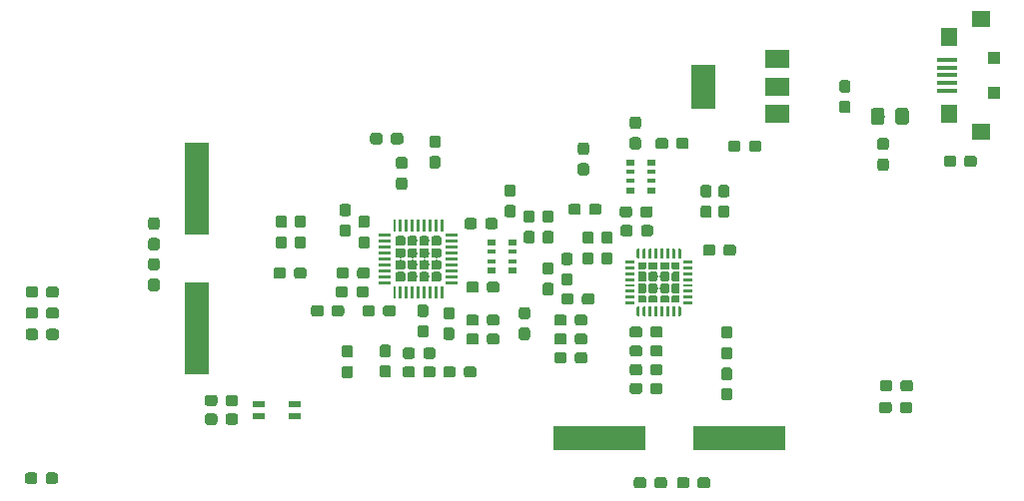
<source format=gbr>
G04 #@! TF.GenerationSoftware,KiCad,Pcbnew,(5.1.2-1)-1*
G04 #@! TF.CreationDate,2019-06-14T19:54:31-04:00*
G04 #@! TF.ProjectId,100base-t1-converter,31303062-6173-4652-9d74-312d636f6e76,rev?*
G04 #@! TF.SameCoordinates,Original*
G04 #@! TF.FileFunction,Paste,Top*
G04 #@! TF.FilePolarity,Positive*
%FSLAX46Y46*%
G04 Gerber Fmt 4.6, Leading zero omitted, Abs format (unit mm)*
G04 Created by KiCad (PCBNEW (5.1.2-1)-1) date 2019-06-14 19:54:31*
%MOMM*%
%LPD*%
G04 APERTURE LIST*
%ADD10C,0.100000*%
%ADD11C,0.950000*%
%ADD12C,1.150000*%
%ADD13R,1.050000X0.600000*%
%ADD14R,1.800000X0.400000*%
%ADD15R,1.400000X1.500000*%
%ADD16R,1.500000X1.350000*%
%ADD17R,1.000000X1.100000*%
%ADD18R,2.000000X3.800000*%
%ADD19R,2.000000X1.500000*%
%ADD20C,0.806226*%
%ADD21C,0.846537*%
%ADD22C,0.250000*%
%ADD23C,0.568298*%
%ADD24C,0.554596*%
%ADD25R,2.000000X7.875000*%
%ADD26R,7.875000X2.000000*%
%ADD27R,0.800000X0.500000*%
%ADD28R,0.800000X0.400000*%
G04 APERTURE END LIST*
D10*
G36*
X213860779Y-98626144D02*
G01*
X213883834Y-98629563D01*
X213906443Y-98635227D01*
X213928387Y-98643079D01*
X213949457Y-98653044D01*
X213969448Y-98665026D01*
X213988168Y-98678910D01*
X214005438Y-98694562D01*
X214021090Y-98711832D01*
X214034974Y-98730552D01*
X214046956Y-98750543D01*
X214056921Y-98771613D01*
X214064773Y-98793557D01*
X214070437Y-98816166D01*
X214073856Y-98839221D01*
X214075000Y-98862500D01*
X214075000Y-99437500D01*
X214073856Y-99460779D01*
X214070437Y-99483834D01*
X214064773Y-99506443D01*
X214056921Y-99528387D01*
X214046956Y-99549457D01*
X214034974Y-99569448D01*
X214021090Y-99588168D01*
X214005438Y-99605438D01*
X213988168Y-99621090D01*
X213969448Y-99634974D01*
X213949457Y-99646956D01*
X213928387Y-99656921D01*
X213906443Y-99664773D01*
X213883834Y-99670437D01*
X213860779Y-99673856D01*
X213837500Y-99675000D01*
X213362500Y-99675000D01*
X213339221Y-99673856D01*
X213316166Y-99670437D01*
X213293557Y-99664773D01*
X213271613Y-99656921D01*
X213250543Y-99646956D01*
X213230552Y-99634974D01*
X213211832Y-99621090D01*
X213194562Y-99605438D01*
X213178910Y-99588168D01*
X213165026Y-99569448D01*
X213153044Y-99549457D01*
X213143079Y-99528387D01*
X213135227Y-99506443D01*
X213129563Y-99483834D01*
X213126144Y-99460779D01*
X213125000Y-99437500D01*
X213125000Y-98862500D01*
X213126144Y-98839221D01*
X213129563Y-98816166D01*
X213135227Y-98793557D01*
X213143079Y-98771613D01*
X213153044Y-98750543D01*
X213165026Y-98730552D01*
X213178910Y-98711832D01*
X213194562Y-98694562D01*
X213211832Y-98678910D01*
X213230552Y-98665026D01*
X213250543Y-98653044D01*
X213271613Y-98643079D01*
X213293557Y-98635227D01*
X213316166Y-98629563D01*
X213339221Y-98626144D01*
X213362500Y-98625000D01*
X213837500Y-98625000D01*
X213860779Y-98626144D01*
X213860779Y-98626144D01*
G37*
D11*
X213600000Y-99150000D03*
D10*
G36*
X213860779Y-96876144D02*
G01*
X213883834Y-96879563D01*
X213906443Y-96885227D01*
X213928387Y-96893079D01*
X213949457Y-96903044D01*
X213969448Y-96915026D01*
X213988168Y-96928910D01*
X214005438Y-96944562D01*
X214021090Y-96961832D01*
X214034974Y-96980552D01*
X214046956Y-97000543D01*
X214056921Y-97021613D01*
X214064773Y-97043557D01*
X214070437Y-97066166D01*
X214073856Y-97089221D01*
X214075000Y-97112500D01*
X214075000Y-97687500D01*
X214073856Y-97710779D01*
X214070437Y-97733834D01*
X214064773Y-97756443D01*
X214056921Y-97778387D01*
X214046956Y-97799457D01*
X214034974Y-97819448D01*
X214021090Y-97838168D01*
X214005438Y-97855438D01*
X213988168Y-97871090D01*
X213969448Y-97884974D01*
X213949457Y-97896956D01*
X213928387Y-97906921D01*
X213906443Y-97914773D01*
X213883834Y-97920437D01*
X213860779Y-97923856D01*
X213837500Y-97925000D01*
X213362500Y-97925000D01*
X213339221Y-97923856D01*
X213316166Y-97920437D01*
X213293557Y-97914773D01*
X213271613Y-97906921D01*
X213250543Y-97896956D01*
X213230552Y-97884974D01*
X213211832Y-97871090D01*
X213194562Y-97855438D01*
X213178910Y-97838168D01*
X213165026Y-97819448D01*
X213153044Y-97799457D01*
X213143079Y-97778387D01*
X213135227Y-97756443D01*
X213129563Y-97733834D01*
X213126144Y-97710779D01*
X213125000Y-97687500D01*
X213125000Y-97112500D01*
X213126144Y-97089221D01*
X213129563Y-97066166D01*
X213135227Y-97043557D01*
X213143079Y-97021613D01*
X213153044Y-97000543D01*
X213165026Y-96980552D01*
X213178910Y-96961832D01*
X213194562Y-96944562D01*
X213211832Y-96928910D01*
X213230552Y-96915026D01*
X213250543Y-96903044D01*
X213271613Y-96893079D01*
X213293557Y-96885227D01*
X213316166Y-96879563D01*
X213339221Y-96876144D01*
X213362500Y-96875000D01*
X213837500Y-96875000D01*
X213860779Y-96876144D01*
X213860779Y-96876144D01*
G37*
D11*
X213600000Y-97400000D03*
D10*
G36*
X220560779Y-98126144D02*
G01*
X220583834Y-98129563D01*
X220606443Y-98135227D01*
X220628387Y-98143079D01*
X220649457Y-98153044D01*
X220669448Y-98165026D01*
X220688168Y-98178910D01*
X220705438Y-98194562D01*
X220721090Y-98211832D01*
X220734974Y-98230552D01*
X220746956Y-98250543D01*
X220756921Y-98271613D01*
X220764773Y-98293557D01*
X220770437Y-98316166D01*
X220773856Y-98339221D01*
X220775000Y-98362500D01*
X220775000Y-98837500D01*
X220773856Y-98860779D01*
X220770437Y-98883834D01*
X220764773Y-98906443D01*
X220756921Y-98928387D01*
X220746956Y-98949457D01*
X220734974Y-98969448D01*
X220721090Y-98988168D01*
X220705438Y-99005438D01*
X220688168Y-99021090D01*
X220669448Y-99034974D01*
X220649457Y-99046956D01*
X220628387Y-99056921D01*
X220606443Y-99064773D01*
X220583834Y-99070437D01*
X220560779Y-99073856D01*
X220537500Y-99075000D01*
X219962500Y-99075000D01*
X219939221Y-99073856D01*
X219916166Y-99070437D01*
X219893557Y-99064773D01*
X219871613Y-99056921D01*
X219850543Y-99046956D01*
X219830552Y-99034974D01*
X219811832Y-99021090D01*
X219794562Y-99005438D01*
X219778910Y-98988168D01*
X219765026Y-98969448D01*
X219753044Y-98949457D01*
X219743079Y-98928387D01*
X219735227Y-98906443D01*
X219729563Y-98883834D01*
X219726144Y-98860779D01*
X219725000Y-98837500D01*
X219725000Y-98362500D01*
X219726144Y-98339221D01*
X219729563Y-98316166D01*
X219735227Y-98293557D01*
X219743079Y-98271613D01*
X219753044Y-98250543D01*
X219765026Y-98230552D01*
X219778910Y-98211832D01*
X219794562Y-98194562D01*
X219811832Y-98178910D01*
X219830552Y-98165026D01*
X219850543Y-98153044D01*
X219871613Y-98143079D01*
X219893557Y-98135227D01*
X219916166Y-98129563D01*
X219939221Y-98126144D01*
X219962500Y-98125000D01*
X220537500Y-98125000D01*
X220560779Y-98126144D01*
X220560779Y-98126144D01*
G37*
D11*
X220250000Y-98600000D03*
D10*
G36*
X222310779Y-98126144D02*
G01*
X222333834Y-98129563D01*
X222356443Y-98135227D01*
X222378387Y-98143079D01*
X222399457Y-98153044D01*
X222419448Y-98165026D01*
X222438168Y-98178910D01*
X222455438Y-98194562D01*
X222471090Y-98211832D01*
X222484974Y-98230552D01*
X222496956Y-98250543D01*
X222506921Y-98271613D01*
X222514773Y-98293557D01*
X222520437Y-98316166D01*
X222523856Y-98339221D01*
X222525000Y-98362500D01*
X222525000Y-98837500D01*
X222523856Y-98860779D01*
X222520437Y-98883834D01*
X222514773Y-98906443D01*
X222506921Y-98928387D01*
X222496956Y-98949457D01*
X222484974Y-98969448D01*
X222471090Y-98988168D01*
X222455438Y-99005438D01*
X222438168Y-99021090D01*
X222419448Y-99034974D01*
X222399457Y-99046956D01*
X222378387Y-99056921D01*
X222356443Y-99064773D01*
X222333834Y-99070437D01*
X222310779Y-99073856D01*
X222287500Y-99075000D01*
X221712500Y-99075000D01*
X221689221Y-99073856D01*
X221666166Y-99070437D01*
X221643557Y-99064773D01*
X221621613Y-99056921D01*
X221600543Y-99046956D01*
X221580552Y-99034974D01*
X221561832Y-99021090D01*
X221544562Y-99005438D01*
X221528910Y-98988168D01*
X221515026Y-98969448D01*
X221503044Y-98949457D01*
X221493079Y-98928387D01*
X221485227Y-98906443D01*
X221479563Y-98883834D01*
X221476144Y-98860779D01*
X221475000Y-98837500D01*
X221475000Y-98362500D01*
X221476144Y-98339221D01*
X221479563Y-98316166D01*
X221485227Y-98293557D01*
X221493079Y-98271613D01*
X221503044Y-98250543D01*
X221515026Y-98230552D01*
X221528910Y-98211832D01*
X221544562Y-98194562D01*
X221561832Y-98178910D01*
X221580552Y-98165026D01*
X221600543Y-98153044D01*
X221621613Y-98143079D01*
X221643557Y-98135227D01*
X221666166Y-98129563D01*
X221689221Y-98126144D01*
X221712500Y-98125000D01*
X222287500Y-98125000D01*
X222310779Y-98126144D01*
X222310779Y-98126144D01*
G37*
D11*
X222000000Y-98600000D03*
D10*
G36*
X227260779Y-96476144D02*
G01*
X227283834Y-96479563D01*
X227306443Y-96485227D01*
X227328387Y-96493079D01*
X227349457Y-96503044D01*
X227369448Y-96515026D01*
X227388168Y-96528910D01*
X227405438Y-96544562D01*
X227421090Y-96561832D01*
X227434974Y-96580552D01*
X227446956Y-96600543D01*
X227456921Y-96621613D01*
X227464773Y-96643557D01*
X227470437Y-96666166D01*
X227473856Y-96689221D01*
X227475000Y-96712500D01*
X227475000Y-97287500D01*
X227473856Y-97310779D01*
X227470437Y-97333834D01*
X227464773Y-97356443D01*
X227456921Y-97378387D01*
X227446956Y-97399457D01*
X227434974Y-97419448D01*
X227421090Y-97438168D01*
X227405438Y-97455438D01*
X227388168Y-97471090D01*
X227369448Y-97484974D01*
X227349457Y-97496956D01*
X227328387Y-97506921D01*
X227306443Y-97514773D01*
X227283834Y-97520437D01*
X227260779Y-97523856D01*
X227237500Y-97525000D01*
X226762500Y-97525000D01*
X226739221Y-97523856D01*
X226716166Y-97520437D01*
X226693557Y-97514773D01*
X226671613Y-97506921D01*
X226650543Y-97496956D01*
X226630552Y-97484974D01*
X226611832Y-97471090D01*
X226594562Y-97455438D01*
X226578910Y-97438168D01*
X226565026Y-97419448D01*
X226553044Y-97399457D01*
X226543079Y-97378387D01*
X226535227Y-97356443D01*
X226529563Y-97333834D01*
X226526144Y-97310779D01*
X226525000Y-97287500D01*
X226525000Y-96712500D01*
X226526144Y-96689221D01*
X226529563Y-96666166D01*
X226535227Y-96643557D01*
X226543079Y-96621613D01*
X226553044Y-96600543D01*
X226565026Y-96580552D01*
X226578910Y-96561832D01*
X226594562Y-96544562D01*
X226611832Y-96528910D01*
X226630552Y-96515026D01*
X226650543Y-96503044D01*
X226671613Y-96493079D01*
X226693557Y-96485227D01*
X226716166Y-96479563D01*
X226739221Y-96476144D01*
X226762500Y-96475000D01*
X227237500Y-96475000D01*
X227260779Y-96476144D01*
X227260779Y-96476144D01*
G37*
D11*
X227000000Y-97000000D03*
D10*
G36*
X227260779Y-94726144D02*
G01*
X227283834Y-94729563D01*
X227306443Y-94735227D01*
X227328387Y-94743079D01*
X227349457Y-94753044D01*
X227369448Y-94765026D01*
X227388168Y-94778910D01*
X227405438Y-94794562D01*
X227421090Y-94811832D01*
X227434974Y-94830552D01*
X227446956Y-94850543D01*
X227456921Y-94871613D01*
X227464773Y-94893557D01*
X227470437Y-94916166D01*
X227473856Y-94939221D01*
X227475000Y-94962500D01*
X227475000Y-95537500D01*
X227473856Y-95560779D01*
X227470437Y-95583834D01*
X227464773Y-95606443D01*
X227456921Y-95628387D01*
X227446956Y-95649457D01*
X227434974Y-95669448D01*
X227421090Y-95688168D01*
X227405438Y-95705438D01*
X227388168Y-95721090D01*
X227369448Y-95734974D01*
X227349457Y-95746956D01*
X227328387Y-95756921D01*
X227306443Y-95764773D01*
X227283834Y-95770437D01*
X227260779Y-95773856D01*
X227237500Y-95775000D01*
X226762500Y-95775000D01*
X226739221Y-95773856D01*
X226716166Y-95770437D01*
X226693557Y-95764773D01*
X226671613Y-95756921D01*
X226650543Y-95746956D01*
X226630552Y-95734974D01*
X226611832Y-95721090D01*
X226594562Y-95705438D01*
X226578910Y-95688168D01*
X226565026Y-95669448D01*
X226553044Y-95649457D01*
X226543079Y-95628387D01*
X226535227Y-95606443D01*
X226529563Y-95583834D01*
X226526144Y-95560779D01*
X226525000Y-95537500D01*
X226525000Y-94962500D01*
X226526144Y-94939221D01*
X226529563Y-94916166D01*
X226535227Y-94893557D01*
X226543079Y-94871613D01*
X226553044Y-94850543D01*
X226565026Y-94830552D01*
X226578910Y-94811832D01*
X226594562Y-94794562D01*
X226611832Y-94778910D01*
X226630552Y-94765026D01*
X226650543Y-94753044D01*
X226671613Y-94743079D01*
X226693557Y-94735227D01*
X226716166Y-94729563D01*
X226739221Y-94726144D01*
X226762500Y-94725000D01*
X227237500Y-94725000D01*
X227260779Y-94726144D01*
X227260779Y-94726144D01*
G37*
D11*
X227000000Y-95250000D03*
D10*
G36*
X239020779Y-87586144D02*
G01*
X239043834Y-87589563D01*
X239066443Y-87595227D01*
X239088387Y-87603079D01*
X239109457Y-87613044D01*
X239129448Y-87625026D01*
X239148168Y-87638910D01*
X239165438Y-87654562D01*
X239181090Y-87671832D01*
X239194974Y-87690552D01*
X239206956Y-87710543D01*
X239216921Y-87731613D01*
X239224773Y-87753557D01*
X239230437Y-87776166D01*
X239233856Y-87799221D01*
X239235000Y-87822500D01*
X239235000Y-88397500D01*
X239233856Y-88420779D01*
X239230437Y-88443834D01*
X239224773Y-88466443D01*
X239216921Y-88488387D01*
X239206956Y-88509457D01*
X239194974Y-88529448D01*
X239181090Y-88548168D01*
X239165438Y-88565438D01*
X239148168Y-88581090D01*
X239129448Y-88594974D01*
X239109457Y-88606956D01*
X239088387Y-88616921D01*
X239066443Y-88624773D01*
X239043834Y-88630437D01*
X239020779Y-88633856D01*
X238997500Y-88635000D01*
X238522500Y-88635000D01*
X238499221Y-88633856D01*
X238476166Y-88630437D01*
X238453557Y-88624773D01*
X238431613Y-88616921D01*
X238410543Y-88606956D01*
X238390552Y-88594974D01*
X238371832Y-88581090D01*
X238354562Y-88565438D01*
X238338910Y-88548168D01*
X238325026Y-88529448D01*
X238313044Y-88509457D01*
X238303079Y-88488387D01*
X238295227Y-88466443D01*
X238289563Y-88443834D01*
X238286144Y-88420779D01*
X238285000Y-88397500D01*
X238285000Y-87822500D01*
X238286144Y-87799221D01*
X238289563Y-87776166D01*
X238295227Y-87753557D01*
X238303079Y-87731613D01*
X238313044Y-87710543D01*
X238325026Y-87690552D01*
X238338910Y-87671832D01*
X238354562Y-87654562D01*
X238371832Y-87638910D01*
X238390552Y-87625026D01*
X238410543Y-87613044D01*
X238431613Y-87603079D01*
X238453557Y-87595227D01*
X238476166Y-87589563D01*
X238499221Y-87586144D01*
X238522500Y-87585000D01*
X238997500Y-87585000D01*
X239020779Y-87586144D01*
X239020779Y-87586144D01*
G37*
D11*
X238760000Y-88110000D03*
D10*
G36*
X239020779Y-85836144D02*
G01*
X239043834Y-85839563D01*
X239066443Y-85845227D01*
X239088387Y-85853079D01*
X239109457Y-85863044D01*
X239129448Y-85875026D01*
X239148168Y-85888910D01*
X239165438Y-85904562D01*
X239181090Y-85921832D01*
X239194974Y-85940552D01*
X239206956Y-85960543D01*
X239216921Y-85981613D01*
X239224773Y-86003557D01*
X239230437Y-86026166D01*
X239233856Y-86049221D01*
X239235000Y-86072500D01*
X239235000Y-86647500D01*
X239233856Y-86670779D01*
X239230437Y-86693834D01*
X239224773Y-86716443D01*
X239216921Y-86738387D01*
X239206956Y-86759457D01*
X239194974Y-86779448D01*
X239181090Y-86798168D01*
X239165438Y-86815438D01*
X239148168Y-86831090D01*
X239129448Y-86844974D01*
X239109457Y-86856956D01*
X239088387Y-86866921D01*
X239066443Y-86874773D01*
X239043834Y-86880437D01*
X239020779Y-86883856D01*
X238997500Y-86885000D01*
X238522500Y-86885000D01*
X238499221Y-86883856D01*
X238476166Y-86880437D01*
X238453557Y-86874773D01*
X238431613Y-86866921D01*
X238410543Y-86856956D01*
X238390552Y-86844974D01*
X238371832Y-86831090D01*
X238354562Y-86815438D01*
X238338910Y-86798168D01*
X238325026Y-86779448D01*
X238313044Y-86759457D01*
X238303079Y-86738387D01*
X238295227Y-86716443D01*
X238289563Y-86693834D01*
X238286144Y-86670779D01*
X238285000Y-86647500D01*
X238285000Y-86072500D01*
X238286144Y-86049221D01*
X238289563Y-86026166D01*
X238295227Y-86003557D01*
X238303079Y-85981613D01*
X238313044Y-85960543D01*
X238325026Y-85940552D01*
X238338910Y-85921832D01*
X238354562Y-85904562D01*
X238371832Y-85888910D01*
X238390552Y-85875026D01*
X238410543Y-85863044D01*
X238431613Y-85853079D01*
X238453557Y-85845227D01*
X238476166Y-85839563D01*
X238499221Y-85836144D01*
X238522500Y-85835000D01*
X238997500Y-85835000D01*
X239020779Y-85836144D01*
X239020779Y-85836144D01*
G37*
D11*
X238760000Y-86360000D03*
D10*
G36*
X229700779Y-90966144D02*
G01*
X229723834Y-90969563D01*
X229746443Y-90975227D01*
X229768387Y-90983079D01*
X229789457Y-90993044D01*
X229809448Y-91005026D01*
X229828168Y-91018910D01*
X229845438Y-91034562D01*
X229861090Y-91051832D01*
X229874974Y-91070552D01*
X229886956Y-91090543D01*
X229896921Y-91111613D01*
X229904773Y-91133557D01*
X229910437Y-91156166D01*
X229913856Y-91179221D01*
X229915000Y-91202500D01*
X229915000Y-91677500D01*
X229913856Y-91700779D01*
X229910437Y-91723834D01*
X229904773Y-91746443D01*
X229896921Y-91768387D01*
X229886956Y-91789457D01*
X229874974Y-91809448D01*
X229861090Y-91828168D01*
X229845438Y-91845438D01*
X229828168Y-91861090D01*
X229809448Y-91874974D01*
X229789457Y-91886956D01*
X229768387Y-91896921D01*
X229746443Y-91904773D01*
X229723834Y-91910437D01*
X229700779Y-91913856D01*
X229677500Y-91915000D01*
X229102500Y-91915000D01*
X229079221Y-91913856D01*
X229056166Y-91910437D01*
X229033557Y-91904773D01*
X229011613Y-91896921D01*
X228990543Y-91886956D01*
X228970552Y-91874974D01*
X228951832Y-91861090D01*
X228934562Y-91845438D01*
X228918910Y-91828168D01*
X228905026Y-91809448D01*
X228893044Y-91789457D01*
X228883079Y-91768387D01*
X228875227Y-91746443D01*
X228869563Y-91723834D01*
X228866144Y-91700779D01*
X228865000Y-91677500D01*
X228865000Y-91202500D01*
X228866144Y-91179221D01*
X228869563Y-91156166D01*
X228875227Y-91133557D01*
X228883079Y-91111613D01*
X228893044Y-91090543D01*
X228905026Y-91070552D01*
X228918910Y-91051832D01*
X228934562Y-91034562D01*
X228951832Y-91018910D01*
X228970552Y-91005026D01*
X228990543Y-90993044D01*
X229011613Y-90983079D01*
X229033557Y-90975227D01*
X229056166Y-90969563D01*
X229079221Y-90966144D01*
X229102500Y-90965000D01*
X229677500Y-90965000D01*
X229700779Y-90966144D01*
X229700779Y-90966144D01*
G37*
D11*
X229390000Y-91440000D03*
D10*
G36*
X231450779Y-90966144D02*
G01*
X231473834Y-90969563D01*
X231496443Y-90975227D01*
X231518387Y-90983079D01*
X231539457Y-90993044D01*
X231559448Y-91005026D01*
X231578168Y-91018910D01*
X231595438Y-91034562D01*
X231611090Y-91051832D01*
X231624974Y-91070552D01*
X231636956Y-91090543D01*
X231646921Y-91111613D01*
X231654773Y-91133557D01*
X231660437Y-91156166D01*
X231663856Y-91179221D01*
X231665000Y-91202500D01*
X231665000Y-91677500D01*
X231663856Y-91700779D01*
X231660437Y-91723834D01*
X231654773Y-91746443D01*
X231646921Y-91768387D01*
X231636956Y-91789457D01*
X231624974Y-91809448D01*
X231611090Y-91828168D01*
X231595438Y-91845438D01*
X231578168Y-91861090D01*
X231559448Y-91874974D01*
X231539457Y-91886956D01*
X231518387Y-91896921D01*
X231496443Y-91904773D01*
X231473834Y-91910437D01*
X231450779Y-91913856D01*
X231427500Y-91915000D01*
X230852500Y-91915000D01*
X230829221Y-91913856D01*
X230806166Y-91910437D01*
X230783557Y-91904773D01*
X230761613Y-91896921D01*
X230740543Y-91886956D01*
X230720552Y-91874974D01*
X230701832Y-91861090D01*
X230684562Y-91845438D01*
X230668910Y-91828168D01*
X230655026Y-91809448D01*
X230643044Y-91789457D01*
X230633079Y-91768387D01*
X230625227Y-91746443D01*
X230619563Y-91723834D01*
X230616144Y-91700779D01*
X230615000Y-91677500D01*
X230615000Y-91202500D01*
X230616144Y-91179221D01*
X230619563Y-91156166D01*
X230625227Y-91133557D01*
X230633079Y-91111613D01*
X230643044Y-91090543D01*
X230655026Y-91070552D01*
X230668910Y-91051832D01*
X230684562Y-91034562D01*
X230701832Y-91018910D01*
X230720552Y-91005026D01*
X230740543Y-90993044D01*
X230761613Y-90983079D01*
X230783557Y-90975227D01*
X230806166Y-90969563D01*
X230829221Y-90966144D01*
X230852500Y-90965000D01*
X231427500Y-90965000D01*
X231450779Y-90966144D01*
X231450779Y-90966144D01*
G37*
D11*
X231140000Y-91440000D03*
D10*
G36*
X198260779Y-97326144D02*
G01*
X198283834Y-97329563D01*
X198306443Y-97335227D01*
X198328387Y-97343079D01*
X198349457Y-97353044D01*
X198369448Y-97365026D01*
X198388168Y-97378910D01*
X198405438Y-97394562D01*
X198421090Y-97411832D01*
X198434974Y-97430552D01*
X198446956Y-97450543D01*
X198456921Y-97471613D01*
X198464773Y-97493557D01*
X198470437Y-97516166D01*
X198473856Y-97539221D01*
X198475000Y-97562500D01*
X198475000Y-98137500D01*
X198473856Y-98160779D01*
X198470437Y-98183834D01*
X198464773Y-98206443D01*
X198456921Y-98228387D01*
X198446956Y-98249457D01*
X198434974Y-98269448D01*
X198421090Y-98288168D01*
X198405438Y-98305438D01*
X198388168Y-98321090D01*
X198369448Y-98334974D01*
X198349457Y-98346956D01*
X198328387Y-98356921D01*
X198306443Y-98364773D01*
X198283834Y-98370437D01*
X198260779Y-98373856D01*
X198237500Y-98375000D01*
X197762500Y-98375000D01*
X197739221Y-98373856D01*
X197716166Y-98370437D01*
X197693557Y-98364773D01*
X197671613Y-98356921D01*
X197650543Y-98346956D01*
X197630552Y-98334974D01*
X197611832Y-98321090D01*
X197594562Y-98305438D01*
X197578910Y-98288168D01*
X197565026Y-98269448D01*
X197553044Y-98249457D01*
X197543079Y-98228387D01*
X197535227Y-98206443D01*
X197529563Y-98183834D01*
X197526144Y-98160779D01*
X197525000Y-98137500D01*
X197525000Y-97562500D01*
X197526144Y-97539221D01*
X197529563Y-97516166D01*
X197535227Y-97493557D01*
X197543079Y-97471613D01*
X197553044Y-97450543D01*
X197565026Y-97430552D01*
X197578910Y-97411832D01*
X197594562Y-97394562D01*
X197611832Y-97378910D01*
X197630552Y-97365026D01*
X197650543Y-97353044D01*
X197671613Y-97343079D01*
X197693557Y-97335227D01*
X197716166Y-97329563D01*
X197739221Y-97326144D01*
X197762500Y-97325000D01*
X198237500Y-97325000D01*
X198260779Y-97326144D01*
X198260779Y-97326144D01*
G37*
D11*
X198000000Y-97850000D03*
D10*
G36*
X198260779Y-99076144D02*
G01*
X198283834Y-99079563D01*
X198306443Y-99085227D01*
X198328387Y-99093079D01*
X198349457Y-99103044D01*
X198369448Y-99115026D01*
X198388168Y-99128910D01*
X198405438Y-99144562D01*
X198421090Y-99161832D01*
X198434974Y-99180552D01*
X198446956Y-99200543D01*
X198456921Y-99221613D01*
X198464773Y-99243557D01*
X198470437Y-99266166D01*
X198473856Y-99289221D01*
X198475000Y-99312500D01*
X198475000Y-99887500D01*
X198473856Y-99910779D01*
X198470437Y-99933834D01*
X198464773Y-99956443D01*
X198456921Y-99978387D01*
X198446956Y-99999457D01*
X198434974Y-100019448D01*
X198421090Y-100038168D01*
X198405438Y-100055438D01*
X198388168Y-100071090D01*
X198369448Y-100084974D01*
X198349457Y-100096956D01*
X198328387Y-100106921D01*
X198306443Y-100114773D01*
X198283834Y-100120437D01*
X198260779Y-100123856D01*
X198237500Y-100125000D01*
X197762500Y-100125000D01*
X197739221Y-100123856D01*
X197716166Y-100120437D01*
X197693557Y-100114773D01*
X197671613Y-100106921D01*
X197650543Y-100096956D01*
X197630552Y-100084974D01*
X197611832Y-100071090D01*
X197594562Y-100055438D01*
X197578910Y-100038168D01*
X197565026Y-100019448D01*
X197553044Y-99999457D01*
X197543079Y-99978387D01*
X197535227Y-99956443D01*
X197529563Y-99933834D01*
X197526144Y-99910779D01*
X197525000Y-99887500D01*
X197525000Y-99312500D01*
X197526144Y-99289221D01*
X197529563Y-99266166D01*
X197535227Y-99243557D01*
X197543079Y-99221613D01*
X197553044Y-99200543D01*
X197565026Y-99180552D01*
X197578910Y-99161832D01*
X197594562Y-99144562D01*
X197611832Y-99128910D01*
X197630552Y-99115026D01*
X197650543Y-99103044D01*
X197671613Y-99093079D01*
X197693557Y-99085227D01*
X197716166Y-99079563D01*
X197739221Y-99076144D01*
X197762500Y-99075000D01*
X198237500Y-99075000D01*
X198260779Y-99076144D01*
X198260779Y-99076144D01*
G37*
D11*
X198000000Y-99600000D03*
D10*
G36*
X209260779Y-105726144D02*
G01*
X209283834Y-105729563D01*
X209306443Y-105735227D01*
X209328387Y-105743079D01*
X209349457Y-105753044D01*
X209369448Y-105765026D01*
X209388168Y-105778910D01*
X209405438Y-105794562D01*
X209421090Y-105811832D01*
X209434974Y-105830552D01*
X209446956Y-105850543D01*
X209456921Y-105871613D01*
X209464773Y-105893557D01*
X209470437Y-105916166D01*
X209473856Y-105939221D01*
X209475000Y-105962500D01*
X209475000Y-106437500D01*
X209473856Y-106460779D01*
X209470437Y-106483834D01*
X209464773Y-106506443D01*
X209456921Y-106528387D01*
X209446956Y-106549457D01*
X209434974Y-106569448D01*
X209421090Y-106588168D01*
X209405438Y-106605438D01*
X209388168Y-106621090D01*
X209369448Y-106634974D01*
X209349457Y-106646956D01*
X209328387Y-106656921D01*
X209306443Y-106664773D01*
X209283834Y-106670437D01*
X209260779Y-106673856D01*
X209237500Y-106675000D01*
X208662500Y-106675000D01*
X208639221Y-106673856D01*
X208616166Y-106670437D01*
X208593557Y-106664773D01*
X208571613Y-106656921D01*
X208550543Y-106646956D01*
X208530552Y-106634974D01*
X208511832Y-106621090D01*
X208494562Y-106605438D01*
X208478910Y-106588168D01*
X208465026Y-106569448D01*
X208453044Y-106549457D01*
X208443079Y-106528387D01*
X208435227Y-106506443D01*
X208429563Y-106483834D01*
X208426144Y-106460779D01*
X208425000Y-106437500D01*
X208425000Y-105962500D01*
X208426144Y-105939221D01*
X208429563Y-105916166D01*
X208435227Y-105893557D01*
X208443079Y-105871613D01*
X208453044Y-105850543D01*
X208465026Y-105830552D01*
X208478910Y-105811832D01*
X208494562Y-105794562D01*
X208511832Y-105778910D01*
X208530552Y-105765026D01*
X208550543Y-105753044D01*
X208571613Y-105743079D01*
X208593557Y-105735227D01*
X208616166Y-105729563D01*
X208639221Y-105726144D01*
X208662500Y-105725000D01*
X209237500Y-105725000D01*
X209260779Y-105726144D01*
X209260779Y-105726144D01*
G37*
D11*
X208950000Y-106200000D03*
D10*
G36*
X207510779Y-105726144D02*
G01*
X207533834Y-105729563D01*
X207556443Y-105735227D01*
X207578387Y-105743079D01*
X207599457Y-105753044D01*
X207619448Y-105765026D01*
X207638168Y-105778910D01*
X207655438Y-105794562D01*
X207671090Y-105811832D01*
X207684974Y-105830552D01*
X207696956Y-105850543D01*
X207706921Y-105871613D01*
X207714773Y-105893557D01*
X207720437Y-105916166D01*
X207723856Y-105939221D01*
X207725000Y-105962500D01*
X207725000Y-106437500D01*
X207723856Y-106460779D01*
X207720437Y-106483834D01*
X207714773Y-106506443D01*
X207706921Y-106528387D01*
X207696956Y-106549457D01*
X207684974Y-106569448D01*
X207671090Y-106588168D01*
X207655438Y-106605438D01*
X207638168Y-106621090D01*
X207619448Y-106634974D01*
X207599457Y-106646956D01*
X207578387Y-106656921D01*
X207556443Y-106664773D01*
X207533834Y-106670437D01*
X207510779Y-106673856D01*
X207487500Y-106675000D01*
X206912500Y-106675000D01*
X206889221Y-106673856D01*
X206866166Y-106670437D01*
X206843557Y-106664773D01*
X206821613Y-106656921D01*
X206800543Y-106646956D01*
X206780552Y-106634974D01*
X206761832Y-106621090D01*
X206744562Y-106605438D01*
X206728910Y-106588168D01*
X206715026Y-106569448D01*
X206703044Y-106549457D01*
X206693079Y-106528387D01*
X206685227Y-106506443D01*
X206679563Y-106483834D01*
X206676144Y-106460779D01*
X206675000Y-106437500D01*
X206675000Y-105962500D01*
X206676144Y-105939221D01*
X206679563Y-105916166D01*
X206685227Y-105893557D01*
X206693079Y-105871613D01*
X206703044Y-105850543D01*
X206715026Y-105830552D01*
X206728910Y-105811832D01*
X206744562Y-105794562D01*
X206761832Y-105778910D01*
X206780552Y-105765026D01*
X206800543Y-105753044D01*
X206821613Y-105743079D01*
X206843557Y-105735227D01*
X206866166Y-105729563D01*
X206889221Y-105726144D01*
X206912500Y-105725000D01*
X207487500Y-105725000D01*
X207510779Y-105726144D01*
X207510779Y-105726144D01*
G37*
D11*
X207200000Y-106200000D03*
D10*
G36*
X196435779Y-103326144D02*
G01*
X196458834Y-103329563D01*
X196481443Y-103335227D01*
X196503387Y-103343079D01*
X196524457Y-103353044D01*
X196544448Y-103365026D01*
X196563168Y-103378910D01*
X196580438Y-103394562D01*
X196596090Y-103411832D01*
X196609974Y-103430552D01*
X196621956Y-103450543D01*
X196631921Y-103471613D01*
X196639773Y-103493557D01*
X196645437Y-103516166D01*
X196648856Y-103539221D01*
X196650000Y-103562500D01*
X196650000Y-104037500D01*
X196648856Y-104060779D01*
X196645437Y-104083834D01*
X196639773Y-104106443D01*
X196631921Y-104128387D01*
X196621956Y-104149457D01*
X196609974Y-104169448D01*
X196596090Y-104188168D01*
X196580438Y-104205438D01*
X196563168Y-104221090D01*
X196544448Y-104234974D01*
X196524457Y-104246956D01*
X196503387Y-104256921D01*
X196481443Y-104264773D01*
X196458834Y-104270437D01*
X196435779Y-104273856D01*
X196412500Y-104275000D01*
X195837500Y-104275000D01*
X195814221Y-104273856D01*
X195791166Y-104270437D01*
X195768557Y-104264773D01*
X195746613Y-104256921D01*
X195725543Y-104246956D01*
X195705552Y-104234974D01*
X195686832Y-104221090D01*
X195669562Y-104205438D01*
X195653910Y-104188168D01*
X195640026Y-104169448D01*
X195628044Y-104149457D01*
X195618079Y-104128387D01*
X195610227Y-104106443D01*
X195604563Y-104083834D01*
X195601144Y-104060779D01*
X195600000Y-104037500D01*
X195600000Y-103562500D01*
X195601144Y-103539221D01*
X195604563Y-103516166D01*
X195610227Y-103493557D01*
X195618079Y-103471613D01*
X195628044Y-103450543D01*
X195640026Y-103430552D01*
X195653910Y-103411832D01*
X195669562Y-103394562D01*
X195686832Y-103378910D01*
X195705552Y-103365026D01*
X195725543Y-103353044D01*
X195746613Y-103343079D01*
X195768557Y-103335227D01*
X195791166Y-103329563D01*
X195814221Y-103326144D01*
X195837500Y-103325000D01*
X196412500Y-103325000D01*
X196435779Y-103326144D01*
X196435779Y-103326144D01*
G37*
D11*
X196125000Y-103800000D03*
D10*
G36*
X198185779Y-103326144D02*
G01*
X198208834Y-103329563D01*
X198231443Y-103335227D01*
X198253387Y-103343079D01*
X198274457Y-103353044D01*
X198294448Y-103365026D01*
X198313168Y-103378910D01*
X198330438Y-103394562D01*
X198346090Y-103411832D01*
X198359974Y-103430552D01*
X198371956Y-103450543D01*
X198381921Y-103471613D01*
X198389773Y-103493557D01*
X198395437Y-103516166D01*
X198398856Y-103539221D01*
X198400000Y-103562500D01*
X198400000Y-104037500D01*
X198398856Y-104060779D01*
X198395437Y-104083834D01*
X198389773Y-104106443D01*
X198381921Y-104128387D01*
X198371956Y-104149457D01*
X198359974Y-104169448D01*
X198346090Y-104188168D01*
X198330438Y-104205438D01*
X198313168Y-104221090D01*
X198294448Y-104234974D01*
X198274457Y-104246956D01*
X198253387Y-104256921D01*
X198231443Y-104264773D01*
X198208834Y-104270437D01*
X198185779Y-104273856D01*
X198162500Y-104275000D01*
X197587500Y-104275000D01*
X197564221Y-104273856D01*
X197541166Y-104270437D01*
X197518557Y-104264773D01*
X197496613Y-104256921D01*
X197475543Y-104246956D01*
X197455552Y-104234974D01*
X197436832Y-104221090D01*
X197419562Y-104205438D01*
X197403910Y-104188168D01*
X197390026Y-104169448D01*
X197378044Y-104149457D01*
X197368079Y-104128387D01*
X197360227Y-104106443D01*
X197354563Y-104083834D01*
X197351144Y-104060779D01*
X197350000Y-104037500D01*
X197350000Y-103562500D01*
X197351144Y-103539221D01*
X197354563Y-103516166D01*
X197360227Y-103493557D01*
X197368079Y-103471613D01*
X197378044Y-103450543D01*
X197390026Y-103430552D01*
X197403910Y-103411832D01*
X197419562Y-103394562D01*
X197436832Y-103378910D01*
X197455552Y-103365026D01*
X197475543Y-103353044D01*
X197496613Y-103343079D01*
X197518557Y-103335227D01*
X197541166Y-103329563D01*
X197564221Y-103326144D01*
X197587500Y-103325000D01*
X198162500Y-103325000D01*
X198185779Y-103326144D01*
X198185779Y-103326144D01*
G37*
D11*
X197875000Y-103800000D03*
D10*
G36*
X198260779Y-101726144D02*
G01*
X198283834Y-101729563D01*
X198306443Y-101735227D01*
X198328387Y-101743079D01*
X198349457Y-101753044D01*
X198369448Y-101765026D01*
X198388168Y-101778910D01*
X198405438Y-101794562D01*
X198421090Y-101811832D01*
X198434974Y-101830552D01*
X198446956Y-101850543D01*
X198456921Y-101871613D01*
X198464773Y-101893557D01*
X198470437Y-101916166D01*
X198473856Y-101939221D01*
X198475000Y-101962500D01*
X198475000Y-102437500D01*
X198473856Y-102460779D01*
X198470437Y-102483834D01*
X198464773Y-102506443D01*
X198456921Y-102528387D01*
X198446956Y-102549457D01*
X198434974Y-102569448D01*
X198421090Y-102588168D01*
X198405438Y-102605438D01*
X198388168Y-102621090D01*
X198369448Y-102634974D01*
X198349457Y-102646956D01*
X198328387Y-102656921D01*
X198306443Y-102664773D01*
X198283834Y-102670437D01*
X198260779Y-102673856D01*
X198237500Y-102675000D01*
X197662500Y-102675000D01*
X197639221Y-102673856D01*
X197616166Y-102670437D01*
X197593557Y-102664773D01*
X197571613Y-102656921D01*
X197550543Y-102646956D01*
X197530552Y-102634974D01*
X197511832Y-102621090D01*
X197494562Y-102605438D01*
X197478910Y-102588168D01*
X197465026Y-102569448D01*
X197453044Y-102549457D01*
X197443079Y-102528387D01*
X197435227Y-102506443D01*
X197429563Y-102483834D01*
X197426144Y-102460779D01*
X197425000Y-102437500D01*
X197425000Y-101962500D01*
X197426144Y-101939221D01*
X197429563Y-101916166D01*
X197435227Y-101893557D01*
X197443079Y-101871613D01*
X197453044Y-101850543D01*
X197465026Y-101830552D01*
X197478910Y-101811832D01*
X197494562Y-101794562D01*
X197511832Y-101778910D01*
X197530552Y-101765026D01*
X197550543Y-101753044D01*
X197571613Y-101743079D01*
X197593557Y-101735227D01*
X197616166Y-101729563D01*
X197639221Y-101726144D01*
X197662500Y-101725000D01*
X198237500Y-101725000D01*
X198260779Y-101726144D01*
X198260779Y-101726144D01*
G37*
D11*
X197950000Y-102200000D03*
D10*
G36*
X196510779Y-101726144D02*
G01*
X196533834Y-101729563D01*
X196556443Y-101735227D01*
X196578387Y-101743079D01*
X196599457Y-101753044D01*
X196619448Y-101765026D01*
X196638168Y-101778910D01*
X196655438Y-101794562D01*
X196671090Y-101811832D01*
X196684974Y-101830552D01*
X196696956Y-101850543D01*
X196706921Y-101871613D01*
X196714773Y-101893557D01*
X196720437Y-101916166D01*
X196723856Y-101939221D01*
X196725000Y-101962500D01*
X196725000Y-102437500D01*
X196723856Y-102460779D01*
X196720437Y-102483834D01*
X196714773Y-102506443D01*
X196706921Y-102528387D01*
X196696956Y-102549457D01*
X196684974Y-102569448D01*
X196671090Y-102588168D01*
X196655438Y-102605438D01*
X196638168Y-102621090D01*
X196619448Y-102634974D01*
X196599457Y-102646956D01*
X196578387Y-102656921D01*
X196556443Y-102664773D01*
X196533834Y-102670437D01*
X196510779Y-102673856D01*
X196487500Y-102675000D01*
X195912500Y-102675000D01*
X195889221Y-102673856D01*
X195866166Y-102670437D01*
X195843557Y-102664773D01*
X195821613Y-102656921D01*
X195800543Y-102646956D01*
X195780552Y-102634974D01*
X195761832Y-102621090D01*
X195744562Y-102605438D01*
X195728910Y-102588168D01*
X195715026Y-102569448D01*
X195703044Y-102549457D01*
X195693079Y-102528387D01*
X195685227Y-102506443D01*
X195679563Y-102483834D01*
X195676144Y-102460779D01*
X195675000Y-102437500D01*
X195675000Y-101962500D01*
X195676144Y-101939221D01*
X195679563Y-101916166D01*
X195685227Y-101893557D01*
X195693079Y-101871613D01*
X195703044Y-101850543D01*
X195715026Y-101830552D01*
X195728910Y-101811832D01*
X195744562Y-101794562D01*
X195761832Y-101778910D01*
X195780552Y-101765026D01*
X195800543Y-101753044D01*
X195821613Y-101743079D01*
X195843557Y-101735227D01*
X195866166Y-101729563D01*
X195889221Y-101726144D01*
X195912500Y-101725000D01*
X196487500Y-101725000D01*
X196510779Y-101726144D01*
X196510779Y-101726144D01*
G37*
D11*
X196200000Y-102200000D03*
D10*
G36*
X207510779Y-102926144D02*
G01*
X207533834Y-102929563D01*
X207556443Y-102935227D01*
X207578387Y-102943079D01*
X207599457Y-102953044D01*
X207619448Y-102965026D01*
X207638168Y-102978910D01*
X207655438Y-102994562D01*
X207671090Y-103011832D01*
X207684974Y-103030552D01*
X207696956Y-103050543D01*
X207706921Y-103071613D01*
X207714773Y-103093557D01*
X207720437Y-103116166D01*
X207723856Y-103139221D01*
X207725000Y-103162500D01*
X207725000Y-103637500D01*
X207723856Y-103660779D01*
X207720437Y-103683834D01*
X207714773Y-103706443D01*
X207706921Y-103728387D01*
X207696956Y-103749457D01*
X207684974Y-103769448D01*
X207671090Y-103788168D01*
X207655438Y-103805438D01*
X207638168Y-103821090D01*
X207619448Y-103834974D01*
X207599457Y-103846956D01*
X207578387Y-103856921D01*
X207556443Y-103864773D01*
X207533834Y-103870437D01*
X207510779Y-103873856D01*
X207487500Y-103875000D01*
X206912500Y-103875000D01*
X206889221Y-103873856D01*
X206866166Y-103870437D01*
X206843557Y-103864773D01*
X206821613Y-103856921D01*
X206800543Y-103846956D01*
X206780552Y-103834974D01*
X206761832Y-103821090D01*
X206744562Y-103805438D01*
X206728910Y-103788168D01*
X206715026Y-103769448D01*
X206703044Y-103749457D01*
X206693079Y-103728387D01*
X206685227Y-103706443D01*
X206679563Y-103683834D01*
X206676144Y-103660779D01*
X206675000Y-103637500D01*
X206675000Y-103162500D01*
X206676144Y-103139221D01*
X206679563Y-103116166D01*
X206685227Y-103093557D01*
X206693079Y-103071613D01*
X206703044Y-103050543D01*
X206715026Y-103030552D01*
X206728910Y-103011832D01*
X206744562Y-102994562D01*
X206761832Y-102978910D01*
X206780552Y-102965026D01*
X206800543Y-102953044D01*
X206821613Y-102943079D01*
X206843557Y-102935227D01*
X206866166Y-102929563D01*
X206889221Y-102926144D01*
X206912500Y-102925000D01*
X207487500Y-102925000D01*
X207510779Y-102926144D01*
X207510779Y-102926144D01*
G37*
D11*
X207200000Y-103400000D03*
D10*
G36*
X209260779Y-102926144D02*
G01*
X209283834Y-102929563D01*
X209306443Y-102935227D01*
X209328387Y-102943079D01*
X209349457Y-102953044D01*
X209369448Y-102965026D01*
X209388168Y-102978910D01*
X209405438Y-102994562D01*
X209421090Y-103011832D01*
X209434974Y-103030552D01*
X209446956Y-103050543D01*
X209456921Y-103071613D01*
X209464773Y-103093557D01*
X209470437Y-103116166D01*
X209473856Y-103139221D01*
X209475000Y-103162500D01*
X209475000Y-103637500D01*
X209473856Y-103660779D01*
X209470437Y-103683834D01*
X209464773Y-103706443D01*
X209456921Y-103728387D01*
X209446956Y-103749457D01*
X209434974Y-103769448D01*
X209421090Y-103788168D01*
X209405438Y-103805438D01*
X209388168Y-103821090D01*
X209369448Y-103834974D01*
X209349457Y-103846956D01*
X209328387Y-103856921D01*
X209306443Y-103864773D01*
X209283834Y-103870437D01*
X209260779Y-103873856D01*
X209237500Y-103875000D01*
X208662500Y-103875000D01*
X208639221Y-103873856D01*
X208616166Y-103870437D01*
X208593557Y-103864773D01*
X208571613Y-103856921D01*
X208550543Y-103846956D01*
X208530552Y-103834974D01*
X208511832Y-103821090D01*
X208494562Y-103805438D01*
X208478910Y-103788168D01*
X208465026Y-103769448D01*
X208453044Y-103749457D01*
X208443079Y-103728387D01*
X208435227Y-103706443D01*
X208429563Y-103683834D01*
X208426144Y-103660779D01*
X208425000Y-103637500D01*
X208425000Y-103162500D01*
X208426144Y-103139221D01*
X208429563Y-103116166D01*
X208435227Y-103093557D01*
X208443079Y-103071613D01*
X208453044Y-103050543D01*
X208465026Y-103030552D01*
X208478910Y-103011832D01*
X208494562Y-102994562D01*
X208511832Y-102978910D01*
X208530552Y-102965026D01*
X208550543Y-102953044D01*
X208571613Y-102943079D01*
X208593557Y-102935227D01*
X208616166Y-102929563D01*
X208639221Y-102926144D01*
X208662500Y-102925000D01*
X209237500Y-102925000D01*
X209260779Y-102926144D01*
X209260779Y-102926144D01*
G37*
D11*
X208950000Y-103400000D03*
D10*
G36*
X207360779Y-97526144D02*
G01*
X207383834Y-97529563D01*
X207406443Y-97535227D01*
X207428387Y-97543079D01*
X207449457Y-97553044D01*
X207469448Y-97565026D01*
X207488168Y-97578910D01*
X207505438Y-97594562D01*
X207521090Y-97611832D01*
X207534974Y-97630552D01*
X207546956Y-97650543D01*
X207556921Y-97671613D01*
X207564773Y-97693557D01*
X207570437Y-97716166D01*
X207573856Y-97739221D01*
X207575000Y-97762500D01*
X207575000Y-98237500D01*
X207573856Y-98260779D01*
X207570437Y-98283834D01*
X207564773Y-98306443D01*
X207556921Y-98328387D01*
X207546956Y-98349457D01*
X207534974Y-98369448D01*
X207521090Y-98388168D01*
X207505438Y-98405438D01*
X207488168Y-98421090D01*
X207469448Y-98434974D01*
X207449457Y-98446956D01*
X207428387Y-98456921D01*
X207406443Y-98464773D01*
X207383834Y-98470437D01*
X207360779Y-98473856D01*
X207337500Y-98475000D01*
X206762500Y-98475000D01*
X206739221Y-98473856D01*
X206716166Y-98470437D01*
X206693557Y-98464773D01*
X206671613Y-98456921D01*
X206650543Y-98446956D01*
X206630552Y-98434974D01*
X206611832Y-98421090D01*
X206594562Y-98405438D01*
X206578910Y-98388168D01*
X206565026Y-98369448D01*
X206553044Y-98349457D01*
X206543079Y-98328387D01*
X206535227Y-98306443D01*
X206529563Y-98283834D01*
X206526144Y-98260779D01*
X206525000Y-98237500D01*
X206525000Y-97762500D01*
X206526144Y-97739221D01*
X206529563Y-97716166D01*
X206535227Y-97693557D01*
X206543079Y-97671613D01*
X206553044Y-97650543D01*
X206565026Y-97630552D01*
X206578910Y-97611832D01*
X206594562Y-97594562D01*
X206611832Y-97578910D01*
X206630552Y-97565026D01*
X206650543Y-97553044D01*
X206671613Y-97543079D01*
X206693557Y-97535227D01*
X206716166Y-97529563D01*
X206739221Y-97526144D01*
X206762500Y-97525000D01*
X207337500Y-97525000D01*
X207360779Y-97526144D01*
X207360779Y-97526144D01*
G37*
D11*
X207050000Y-98000000D03*
D10*
G36*
X209110779Y-97526144D02*
G01*
X209133834Y-97529563D01*
X209156443Y-97535227D01*
X209178387Y-97543079D01*
X209199457Y-97553044D01*
X209219448Y-97565026D01*
X209238168Y-97578910D01*
X209255438Y-97594562D01*
X209271090Y-97611832D01*
X209284974Y-97630552D01*
X209296956Y-97650543D01*
X209306921Y-97671613D01*
X209314773Y-97693557D01*
X209320437Y-97716166D01*
X209323856Y-97739221D01*
X209325000Y-97762500D01*
X209325000Y-98237500D01*
X209323856Y-98260779D01*
X209320437Y-98283834D01*
X209314773Y-98306443D01*
X209306921Y-98328387D01*
X209296956Y-98349457D01*
X209284974Y-98369448D01*
X209271090Y-98388168D01*
X209255438Y-98405438D01*
X209238168Y-98421090D01*
X209219448Y-98434974D01*
X209199457Y-98446956D01*
X209178387Y-98456921D01*
X209156443Y-98464773D01*
X209133834Y-98470437D01*
X209110779Y-98473856D01*
X209087500Y-98475000D01*
X208512500Y-98475000D01*
X208489221Y-98473856D01*
X208466166Y-98470437D01*
X208443557Y-98464773D01*
X208421613Y-98456921D01*
X208400543Y-98446956D01*
X208380552Y-98434974D01*
X208361832Y-98421090D01*
X208344562Y-98405438D01*
X208328910Y-98388168D01*
X208315026Y-98369448D01*
X208303044Y-98349457D01*
X208293079Y-98328387D01*
X208285227Y-98306443D01*
X208279563Y-98283834D01*
X208276144Y-98260779D01*
X208275000Y-98237500D01*
X208275000Y-97762500D01*
X208276144Y-97739221D01*
X208279563Y-97716166D01*
X208285227Y-97693557D01*
X208293079Y-97671613D01*
X208303044Y-97650543D01*
X208315026Y-97630552D01*
X208328910Y-97611832D01*
X208344562Y-97594562D01*
X208361832Y-97578910D01*
X208380552Y-97565026D01*
X208400543Y-97553044D01*
X208421613Y-97543079D01*
X208443557Y-97535227D01*
X208466166Y-97529563D01*
X208489221Y-97526144D01*
X208512500Y-97525000D01*
X209087500Y-97525000D01*
X209110779Y-97526144D01*
X209110779Y-97526144D01*
G37*
D11*
X208800000Y-98000000D03*
D10*
G36*
X203860779Y-108526144D02*
G01*
X203883834Y-108529563D01*
X203906443Y-108535227D01*
X203928387Y-108543079D01*
X203949457Y-108553044D01*
X203969448Y-108565026D01*
X203988168Y-108578910D01*
X204005438Y-108594562D01*
X204021090Y-108611832D01*
X204034974Y-108630552D01*
X204046956Y-108650543D01*
X204056921Y-108671613D01*
X204064773Y-108693557D01*
X204070437Y-108716166D01*
X204073856Y-108739221D01*
X204075000Y-108762500D01*
X204075000Y-109237500D01*
X204073856Y-109260779D01*
X204070437Y-109283834D01*
X204064773Y-109306443D01*
X204056921Y-109328387D01*
X204046956Y-109349457D01*
X204034974Y-109369448D01*
X204021090Y-109388168D01*
X204005438Y-109405438D01*
X203988168Y-109421090D01*
X203969448Y-109434974D01*
X203949457Y-109446956D01*
X203928387Y-109456921D01*
X203906443Y-109464773D01*
X203883834Y-109470437D01*
X203860779Y-109473856D01*
X203837500Y-109475000D01*
X203262500Y-109475000D01*
X203239221Y-109473856D01*
X203216166Y-109470437D01*
X203193557Y-109464773D01*
X203171613Y-109456921D01*
X203150543Y-109446956D01*
X203130552Y-109434974D01*
X203111832Y-109421090D01*
X203094562Y-109405438D01*
X203078910Y-109388168D01*
X203065026Y-109369448D01*
X203053044Y-109349457D01*
X203043079Y-109328387D01*
X203035227Y-109306443D01*
X203029563Y-109283834D01*
X203026144Y-109260779D01*
X203025000Y-109237500D01*
X203025000Y-108762500D01*
X203026144Y-108739221D01*
X203029563Y-108716166D01*
X203035227Y-108693557D01*
X203043079Y-108671613D01*
X203053044Y-108650543D01*
X203065026Y-108630552D01*
X203078910Y-108611832D01*
X203094562Y-108594562D01*
X203111832Y-108578910D01*
X203130552Y-108565026D01*
X203150543Y-108553044D01*
X203171613Y-108543079D01*
X203193557Y-108535227D01*
X203216166Y-108529563D01*
X203239221Y-108526144D01*
X203262500Y-108525000D01*
X203837500Y-108525000D01*
X203860779Y-108526144D01*
X203860779Y-108526144D01*
G37*
D11*
X203550000Y-109000000D03*
D10*
G36*
X202110779Y-108526144D02*
G01*
X202133834Y-108529563D01*
X202156443Y-108535227D01*
X202178387Y-108543079D01*
X202199457Y-108553044D01*
X202219448Y-108565026D01*
X202238168Y-108578910D01*
X202255438Y-108594562D01*
X202271090Y-108611832D01*
X202284974Y-108630552D01*
X202296956Y-108650543D01*
X202306921Y-108671613D01*
X202314773Y-108693557D01*
X202320437Y-108716166D01*
X202323856Y-108739221D01*
X202325000Y-108762500D01*
X202325000Y-109237500D01*
X202323856Y-109260779D01*
X202320437Y-109283834D01*
X202314773Y-109306443D01*
X202306921Y-109328387D01*
X202296956Y-109349457D01*
X202284974Y-109369448D01*
X202271090Y-109388168D01*
X202255438Y-109405438D01*
X202238168Y-109421090D01*
X202219448Y-109434974D01*
X202199457Y-109446956D01*
X202178387Y-109456921D01*
X202156443Y-109464773D01*
X202133834Y-109470437D01*
X202110779Y-109473856D01*
X202087500Y-109475000D01*
X201512500Y-109475000D01*
X201489221Y-109473856D01*
X201466166Y-109470437D01*
X201443557Y-109464773D01*
X201421613Y-109456921D01*
X201400543Y-109446956D01*
X201380552Y-109434974D01*
X201361832Y-109421090D01*
X201344562Y-109405438D01*
X201328910Y-109388168D01*
X201315026Y-109369448D01*
X201303044Y-109349457D01*
X201293079Y-109328387D01*
X201285227Y-109306443D01*
X201279563Y-109283834D01*
X201276144Y-109260779D01*
X201275000Y-109237500D01*
X201275000Y-108762500D01*
X201276144Y-108739221D01*
X201279563Y-108716166D01*
X201285227Y-108693557D01*
X201293079Y-108671613D01*
X201303044Y-108650543D01*
X201315026Y-108630552D01*
X201328910Y-108611832D01*
X201344562Y-108594562D01*
X201361832Y-108578910D01*
X201380552Y-108565026D01*
X201400543Y-108553044D01*
X201421613Y-108543079D01*
X201443557Y-108535227D01*
X201466166Y-108529563D01*
X201489221Y-108526144D01*
X201512500Y-108525000D01*
X202087500Y-108525000D01*
X202110779Y-108526144D01*
X202110779Y-108526144D01*
G37*
D11*
X201800000Y-109000000D03*
D10*
G36*
X202110779Y-110126144D02*
G01*
X202133834Y-110129563D01*
X202156443Y-110135227D01*
X202178387Y-110143079D01*
X202199457Y-110153044D01*
X202219448Y-110165026D01*
X202238168Y-110178910D01*
X202255438Y-110194562D01*
X202271090Y-110211832D01*
X202284974Y-110230552D01*
X202296956Y-110250543D01*
X202306921Y-110271613D01*
X202314773Y-110293557D01*
X202320437Y-110316166D01*
X202323856Y-110339221D01*
X202325000Y-110362500D01*
X202325000Y-110837500D01*
X202323856Y-110860779D01*
X202320437Y-110883834D01*
X202314773Y-110906443D01*
X202306921Y-110928387D01*
X202296956Y-110949457D01*
X202284974Y-110969448D01*
X202271090Y-110988168D01*
X202255438Y-111005438D01*
X202238168Y-111021090D01*
X202219448Y-111034974D01*
X202199457Y-111046956D01*
X202178387Y-111056921D01*
X202156443Y-111064773D01*
X202133834Y-111070437D01*
X202110779Y-111073856D01*
X202087500Y-111075000D01*
X201512500Y-111075000D01*
X201489221Y-111073856D01*
X201466166Y-111070437D01*
X201443557Y-111064773D01*
X201421613Y-111056921D01*
X201400543Y-111046956D01*
X201380552Y-111034974D01*
X201361832Y-111021090D01*
X201344562Y-111005438D01*
X201328910Y-110988168D01*
X201315026Y-110969448D01*
X201303044Y-110949457D01*
X201293079Y-110928387D01*
X201285227Y-110906443D01*
X201279563Y-110883834D01*
X201276144Y-110860779D01*
X201275000Y-110837500D01*
X201275000Y-110362500D01*
X201276144Y-110339221D01*
X201279563Y-110316166D01*
X201285227Y-110293557D01*
X201293079Y-110271613D01*
X201303044Y-110250543D01*
X201315026Y-110230552D01*
X201328910Y-110211832D01*
X201344562Y-110194562D01*
X201361832Y-110178910D01*
X201380552Y-110165026D01*
X201400543Y-110153044D01*
X201421613Y-110143079D01*
X201443557Y-110135227D01*
X201466166Y-110129563D01*
X201489221Y-110126144D01*
X201512500Y-110125000D01*
X202087500Y-110125000D01*
X202110779Y-110126144D01*
X202110779Y-110126144D01*
G37*
D11*
X201800000Y-110600000D03*
D10*
G36*
X203860779Y-110126144D02*
G01*
X203883834Y-110129563D01*
X203906443Y-110135227D01*
X203928387Y-110143079D01*
X203949457Y-110153044D01*
X203969448Y-110165026D01*
X203988168Y-110178910D01*
X204005438Y-110194562D01*
X204021090Y-110211832D01*
X204034974Y-110230552D01*
X204046956Y-110250543D01*
X204056921Y-110271613D01*
X204064773Y-110293557D01*
X204070437Y-110316166D01*
X204073856Y-110339221D01*
X204075000Y-110362500D01*
X204075000Y-110837500D01*
X204073856Y-110860779D01*
X204070437Y-110883834D01*
X204064773Y-110906443D01*
X204056921Y-110928387D01*
X204046956Y-110949457D01*
X204034974Y-110969448D01*
X204021090Y-110988168D01*
X204005438Y-111005438D01*
X203988168Y-111021090D01*
X203969448Y-111034974D01*
X203949457Y-111046956D01*
X203928387Y-111056921D01*
X203906443Y-111064773D01*
X203883834Y-111070437D01*
X203860779Y-111073856D01*
X203837500Y-111075000D01*
X203262500Y-111075000D01*
X203239221Y-111073856D01*
X203216166Y-111070437D01*
X203193557Y-111064773D01*
X203171613Y-111056921D01*
X203150543Y-111046956D01*
X203130552Y-111034974D01*
X203111832Y-111021090D01*
X203094562Y-111005438D01*
X203078910Y-110988168D01*
X203065026Y-110969448D01*
X203053044Y-110949457D01*
X203043079Y-110928387D01*
X203035227Y-110906443D01*
X203029563Y-110883834D01*
X203026144Y-110860779D01*
X203025000Y-110837500D01*
X203025000Y-110362500D01*
X203026144Y-110339221D01*
X203029563Y-110316166D01*
X203035227Y-110293557D01*
X203043079Y-110271613D01*
X203053044Y-110250543D01*
X203065026Y-110230552D01*
X203078910Y-110211832D01*
X203094562Y-110194562D01*
X203111832Y-110178910D01*
X203130552Y-110165026D01*
X203150543Y-110153044D01*
X203171613Y-110143079D01*
X203193557Y-110135227D01*
X203216166Y-110129563D01*
X203239221Y-110126144D01*
X203262500Y-110125000D01*
X203837500Y-110125000D01*
X203860779Y-110126144D01*
X203860779Y-110126144D01*
G37*
D11*
X203550000Y-110600000D03*
D10*
G36*
X203260779Y-106626144D02*
G01*
X203283834Y-106629563D01*
X203306443Y-106635227D01*
X203328387Y-106643079D01*
X203349457Y-106653044D01*
X203369448Y-106665026D01*
X203388168Y-106678910D01*
X203405438Y-106694562D01*
X203421090Y-106711832D01*
X203434974Y-106730552D01*
X203446956Y-106750543D01*
X203456921Y-106771613D01*
X203464773Y-106793557D01*
X203470437Y-106816166D01*
X203473856Y-106839221D01*
X203475000Y-106862500D01*
X203475000Y-107437500D01*
X203473856Y-107460779D01*
X203470437Y-107483834D01*
X203464773Y-107506443D01*
X203456921Y-107528387D01*
X203446956Y-107549457D01*
X203434974Y-107569448D01*
X203421090Y-107588168D01*
X203405438Y-107605438D01*
X203388168Y-107621090D01*
X203369448Y-107634974D01*
X203349457Y-107646956D01*
X203328387Y-107656921D01*
X203306443Y-107664773D01*
X203283834Y-107670437D01*
X203260779Y-107673856D01*
X203237500Y-107675000D01*
X202762500Y-107675000D01*
X202739221Y-107673856D01*
X202716166Y-107670437D01*
X202693557Y-107664773D01*
X202671613Y-107656921D01*
X202650543Y-107646956D01*
X202630552Y-107634974D01*
X202611832Y-107621090D01*
X202594562Y-107605438D01*
X202578910Y-107588168D01*
X202565026Y-107569448D01*
X202553044Y-107549457D01*
X202543079Y-107528387D01*
X202535227Y-107506443D01*
X202529563Y-107483834D01*
X202526144Y-107460779D01*
X202525000Y-107437500D01*
X202525000Y-106862500D01*
X202526144Y-106839221D01*
X202529563Y-106816166D01*
X202535227Y-106793557D01*
X202543079Y-106771613D01*
X202553044Y-106750543D01*
X202565026Y-106730552D01*
X202578910Y-106711832D01*
X202594562Y-106694562D01*
X202611832Y-106678910D01*
X202630552Y-106665026D01*
X202650543Y-106653044D01*
X202671613Y-106643079D01*
X202693557Y-106635227D01*
X202716166Y-106629563D01*
X202739221Y-106626144D01*
X202762500Y-106625000D01*
X203237500Y-106625000D01*
X203260779Y-106626144D01*
X203260779Y-106626144D01*
G37*
D11*
X203000000Y-107150000D03*
D10*
G36*
X203260779Y-104876144D02*
G01*
X203283834Y-104879563D01*
X203306443Y-104885227D01*
X203328387Y-104893079D01*
X203349457Y-104903044D01*
X203369448Y-104915026D01*
X203388168Y-104928910D01*
X203405438Y-104944562D01*
X203421090Y-104961832D01*
X203434974Y-104980552D01*
X203446956Y-105000543D01*
X203456921Y-105021613D01*
X203464773Y-105043557D01*
X203470437Y-105066166D01*
X203473856Y-105089221D01*
X203475000Y-105112500D01*
X203475000Y-105687500D01*
X203473856Y-105710779D01*
X203470437Y-105733834D01*
X203464773Y-105756443D01*
X203456921Y-105778387D01*
X203446956Y-105799457D01*
X203434974Y-105819448D01*
X203421090Y-105838168D01*
X203405438Y-105855438D01*
X203388168Y-105871090D01*
X203369448Y-105884974D01*
X203349457Y-105896956D01*
X203328387Y-105906921D01*
X203306443Y-105914773D01*
X203283834Y-105920437D01*
X203260779Y-105923856D01*
X203237500Y-105925000D01*
X202762500Y-105925000D01*
X202739221Y-105923856D01*
X202716166Y-105920437D01*
X202693557Y-105914773D01*
X202671613Y-105906921D01*
X202650543Y-105896956D01*
X202630552Y-105884974D01*
X202611832Y-105871090D01*
X202594562Y-105855438D01*
X202578910Y-105838168D01*
X202565026Y-105819448D01*
X202553044Y-105799457D01*
X202543079Y-105778387D01*
X202535227Y-105756443D01*
X202529563Y-105733834D01*
X202526144Y-105710779D01*
X202525000Y-105687500D01*
X202525000Y-105112500D01*
X202526144Y-105089221D01*
X202529563Y-105066166D01*
X202535227Y-105043557D01*
X202543079Y-105021613D01*
X202553044Y-105000543D01*
X202565026Y-104980552D01*
X202578910Y-104961832D01*
X202594562Y-104944562D01*
X202611832Y-104928910D01*
X202630552Y-104915026D01*
X202650543Y-104903044D01*
X202671613Y-104893079D01*
X202693557Y-104885227D01*
X202716166Y-104879563D01*
X202739221Y-104876144D01*
X202762500Y-104875000D01*
X203237500Y-104875000D01*
X203260779Y-104876144D01*
X203260779Y-104876144D01*
G37*
D11*
X203000000Y-105400000D03*
D10*
G36*
X200460779Y-104926144D02*
G01*
X200483834Y-104929563D01*
X200506443Y-104935227D01*
X200528387Y-104943079D01*
X200549457Y-104953044D01*
X200569448Y-104965026D01*
X200588168Y-104978910D01*
X200605438Y-104994562D01*
X200621090Y-105011832D01*
X200634974Y-105030552D01*
X200646956Y-105050543D01*
X200656921Y-105071613D01*
X200664773Y-105093557D01*
X200670437Y-105116166D01*
X200673856Y-105139221D01*
X200675000Y-105162500D01*
X200675000Y-105637500D01*
X200673856Y-105660779D01*
X200670437Y-105683834D01*
X200664773Y-105706443D01*
X200656921Y-105728387D01*
X200646956Y-105749457D01*
X200634974Y-105769448D01*
X200621090Y-105788168D01*
X200605438Y-105805438D01*
X200588168Y-105821090D01*
X200569448Y-105834974D01*
X200549457Y-105846956D01*
X200528387Y-105856921D01*
X200506443Y-105864773D01*
X200483834Y-105870437D01*
X200460779Y-105873856D01*
X200437500Y-105875000D01*
X199862500Y-105875000D01*
X199839221Y-105873856D01*
X199816166Y-105870437D01*
X199793557Y-105864773D01*
X199771613Y-105856921D01*
X199750543Y-105846956D01*
X199730552Y-105834974D01*
X199711832Y-105821090D01*
X199694562Y-105805438D01*
X199678910Y-105788168D01*
X199665026Y-105769448D01*
X199653044Y-105749457D01*
X199643079Y-105728387D01*
X199635227Y-105706443D01*
X199629563Y-105683834D01*
X199626144Y-105660779D01*
X199625000Y-105637500D01*
X199625000Y-105162500D01*
X199626144Y-105139221D01*
X199629563Y-105116166D01*
X199635227Y-105093557D01*
X199643079Y-105071613D01*
X199653044Y-105050543D01*
X199665026Y-105030552D01*
X199678910Y-105011832D01*
X199694562Y-104994562D01*
X199711832Y-104978910D01*
X199730552Y-104965026D01*
X199750543Y-104953044D01*
X199771613Y-104943079D01*
X199793557Y-104935227D01*
X199816166Y-104929563D01*
X199839221Y-104926144D01*
X199862500Y-104925000D01*
X200437500Y-104925000D01*
X200460779Y-104926144D01*
X200460779Y-104926144D01*
G37*
D11*
X200150000Y-105400000D03*
D10*
G36*
X198710779Y-104926144D02*
G01*
X198733834Y-104929563D01*
X198756443Y-104935227D01*
X198778387Y-104943079D01*
X198799457Y-104953044D01*
X198819448Y-104965026D01*
X198838168Y-104978910D01*
X198855438Y-104994562D01*
X198871090Y-105011832D01*
X198884974Y-105030552D01*
X198896956Y-105050543D01*
X198906921Y-105071613D01*
X198914773Y-105093557D01*
X198920437Y-105116166D01*
X198923856Y-105139221D01*
X198925000Y-105162500D01*
X198925000Y-105637500D01*
X198923856Y-105660779D01*
X198920437Y-105683834D01*
X198914773Y-105706443D01*
X198906921Y-105728387D01*
X198896956Y-105749457D01*
X198884974Y-105769448D01*
X198871090Y-105788168D01*
X198855438Y-105805438D01*
X198838168Y-105821090D01*
X198819448Y-105834974D01*
X198799457Y-105846956D01*
X198778387Y-105856921D01*
X198756443Y-105864773D01*
X198733834Y-105870437D01*
X198710779Y-105873856D01*
X198687500Y-105875000D01*
X198112500Y-105875000D01*
X198089221Y-105873856D01*
X198066166Y-105870437D01*
X198043557Y-105864773D01*
X198021613Y-105856921D01*
X198000543Y-105846956D01*
X197980552Y-105834974D01*
X197961832Y-105821090D01*
X197944562Y-105805438D01*
X197928910Y-105788168D01*
X197915026Y-105769448D01*
X197903044Y-105749457D01*
X197893079Y-105728387D01*
X197885227Y-105706443D01*
X197879563Y-105683834D01*
X197876144Y-105660779D01*
X197875000Y-105637500D01*
X197875000Y-105162500D01*
X197876144Y-105139221D01*
X197879563Y-105116166D01*
X197885227Y-105093557D01*
X197893079Y-105071613D01*
X197903044Y-105050543D01*
X197915026Y-105030552D01*
X197928910Y-105011832D01*
X197944562Y-104994562D01*
X197961832Y-104978910D01*
X197980552Y-104965026D01*
X198000543Y-104953044D01*
X198021613Y-104943079D01*
X198043557Y-104935227D01*
X198066166Y-104929563D01*
X198089221Y-104926144D01*
X198112500Y-104925000D01*
X198687500Y-104925000D01*
X198710779Y-104926144D01*
X198710779Y-104926144D01*
G37*
D11*
X198400000Y-105400000D03*
D10*
G36*
X180460779Y-100926144D02*
G01*
X180483834Y-100929563D01*
X180506443Y-100935227D01*
X180528387Y-100943079D01*
X180549457Y-100953044D01*
X180569448Y-100965026D01*
X180588168Y-100978910D01*
X180605438Y-100994562D01*
X180621090Y-101011832D01*
X180634974Y-101030552D01*
X180646956Y-101050543D01*
X180656921Y-101071613D01*
X180664773Y-101093557D01*
X180670437Y-101116166D01*
X180673856Y-101139221D01*
X180675000Y-101162500D01*
X180675000Y-101737500D01*
X180673856Y-101760779D01*
X180670437Y-101783834D01*
X180664773Y-101806443D01*
X180656921Y-101828387D01*
X180646956Y-101849457D01*
X180634974Y-101869448D01*
X180621090Y-101888168D01*
X180605438Y-101905438D01*
X180588168Y-101921090D01*
X180569448Y-101934974D01*
X180549457Y-101946956D01*
X180528387Y-101956921D01*
X180506443Y-101964773D01*
X180483834Y-101970437D01*
X180460779Y-101973856D01*
X180437500Y-101975000D01*
X179962500Y-101975000D01*
X179939221Y-101973856D01*
X179916166Y-101970437D01*
X179893557Y-101964773D01*
X179871613Y-101956921D01*
X179850543Y-101946956D01*
X179830552Y-101934974D01*
X179811832Y-101921090D01*
X179794562Y-101905438D01*
X179778910Y-101888168D01*
X179765026Y-101869448D01*
X179753044Y-101849457D01*
X179743079Y-101828387D01*
X179735227Y-101806443D01*
X179729563Y-101783834D01*
X179726144Y-101760779D01*
X179725000Y-101737500D01*
X179725000Y-101162500D01*
X179726144Y-101139221D01*
X179729563Y-101116166D01*
X179735227Y-101093557D01*
X179743079Y-101071613D01*
X179753044Y-101050543D01*
X179765026Y-101030552D01*
X179778910Y-101011832D01*
X179794562Y-100994562D01*
X179811832Y-100978910D01*
X179830552Y-100965026D01*
X179850543Y-100953044D01*
X179871613Y-100943079D01*
X179893557Y-100935227D01*
X179916166Y-100929563D01*
X179939221Y-100926144D01*
X179962500Y-100925000D01*
X180437500Y-100925000D01*
X180460779Y-100926144D01*
X180460779Y-100926144D01*
G37*
D11*
X180200000Y-101450000D03*
D10*
G36*
X180460779Y-102676144D02*
G01*
X180483834Y-102679563D01*
X180506443Y-102685227D01*
X180528387Y-102693079D01*
X180549457Y-102703044D01*
X180569448Y-102715026D01*
X180588168Y-102728910D01*
X180605438Y-102744562D01*
X180621090Y-102761832D01*
X180634974Y-102780552D01*
X180646956Y-102800543D01*
X180656921Y-102821613D01*
X180664773Y-102843557D01*
X180670437Y-102866166D01*
X180673856Y-102889221D01*
X180675000Y-102912500D01*
X180675000Y-103487500D01*
X180673856Y-103510779D01*
X180670437Y-103533834D01*
X180664773Y-103556443D01*
X180656921Y-103578387D01*
X180646956Y-103599457D01*
X180634974Y-103619448D01*
X180621090Y-103638168D01*
X180605438Y-103655438D01*
X180588168Y-103671090D01*
X180569448Y-103684974D01*
X180549457Y-103696956D01*
X180528387Y-103706921D01*
X180506443Y-103714773D01*
X180483834Y-103720437D01*
X180460779Y-103723856D01*
X180437500Y-103725000D01*
X179962500Y-103725000D01*
X179939221Y-103723856D01*
X179916166Y-103720437D01*
X179893557Y-103714773D01*
X179871613Y-103706921D01*
X179850543Y-103696956D01*
X179830552Y-103684974D01*
X179811832Y-103671090D01*
X179794562Y-103655438D01*
X179778910Y-103638168D01*
X179765026Y-103619448D01*
X179753044Y-103599457D01*
X179743079Y-103578387D01*
X179735227Y-103556443D01*
X179729563Y-103533834D01*
X179726144Y-103510779D01*
X179725000Y-103487500D01*
X179725000Y-102912500D01*
X179726144Y-102889221D01*
X179729563Y-102866166D01*
X179735227Y-102843557D01*
X179743079Y-102821613D01*
X179753044Y-102800543D01*
X179765026Y-102780552D01*
X179778910Y-102761832D01*
X179794562Y-102744562D01*
X179811832Y-102728910D01*
X179830552Y-102715026D01*
X179850543Y-102703044D01*
X179871613Y-102693079D01*
X179893557Y-102685227D01*
X179916166Y-102679563D01*
X179939221Y-102676144D01*
X179962500Y-102675000D01*
X180437500Y-102675000D01*
X180460779Y-102676144D01*
X180460779Y-102676144D01*
G37*
D11*
X180200000Y-103200000D03*
D10*
G36*
X180460779Y-97476144D02*
G01*
X180483834Y-97479563D01*
X180506443Y-97485227D01*
X180528387Y-97493079D01*
X180549457Y-97503044D01*
X180569448Y-97515026D01*
X180588168Y-97528910D01*
X180605438Y-97544562D01*
X180621090Y-97561832D01*
X180634974Y-97580552D01*
X180646956Y-97600543D01*
X180656921Y-97621613D01*
X180664773Y-97643557D01*
X180670437Y-97666166D01*
X180673856Y-97689221D01*
X180675000Y-97712500D01*
X180675000Y-98287500D01*
X180673856Y-98310779D01*
X180670437Y-98333834D01*
X180664773Y-98356443D01*
X180656921Y-98378387D01*
X180646956Y-98399457D01*
X180634974Y-98419448D01*
X180621090Y-98438168D01*
X180605438Y-98455438D01*
X180588168Y-98471090D01*
X180569448Y-98484974D01*
X180549457Y-98496956D01*
X180528387Y-98506921D01*
X180506443Y-98514773D01*
X180483834Y-98520437D01*
X180460779Y-98523856D01*
X180437500Y-98525000D01*
X179962500Y-98525000D01*
X179939221Y-98523856D01*
X179916166Y-98520437D01*
X179893557Y-98514773D01*
X179871613Y-98506921D01*
X179850543Y-98496956D01*
X179830552Y-98484974D01*
X179811832Y-98471090D01*
X179794562Y-98455438D01*
X179778910Y-98438168D01*
X179765026Y-98419448D01*
X179753044Y-98399457D01*
X179743079Y-98378387D01*
X179735227Y-98356443D01*
X179729563Y-98333834D01*
X179726144Y-98310779D01*
X179725000Y-98287500D01*
X179725000Y-97712500D01*
X179726144Y-97689221D01*
X179729563Y-97666166D01*
X179735227Y-97643557D01*
X179743079Y-97621613D01*
X179753044Y-97600543D01*
X179765026Y-97580552D01*
X179778910Y-97561832D01*
X179794562Y-97544562D01*
X179811832Y-97528910D01*
X179830552Y-97515026D01*
X179850543Y-97503044D01*
X179871613Y-97493079D01*
X179893557Y-97485227D01*
X179916166Y-97479563D01*
X179939221Y-97476144D01*
X179962500Y-97475000D01*
X180437500Y-97475000D01*
X180460779Y-97476144D01*
X180460779Y-97476144D01*
G37*
D11*
X180200000Y-98000000D03*
D10*
G36*
X180460779Y-99226144D02*
G01*
X180483834Y-99229563D01*
X180506443Y-99235227D01*
X180528387Y-99243079D01*
X180549457Y-99253044D01*
X180569448Y-99265026D01*
X180588168Y-99278910D01*
X180605438Y-99294562D01*
X180621090Y-99311832D01*
X180634974Y-99330552D01*
X180646956Y-99350543D01*
X180656921Y-99371613D01*
X180664773Y-99393557D01*
X180670437Y-99416166D01*
X180673856Y-99439221D01*
X180675000Y-99462500D01*
X180675000Y-100037500D01*
X180673856Y-100060779D01*
X180670437Y-100083834D01*
X180664773Y-100106443D01*
X180656921Y-100128387D01*
X180646956Y-100149457D01*
X180634974Y-100169448D01*
X180621090Y-100188168D01*
X180605438Y-100205438D01*
X180588168Y-100221090D01*
X180569448Y-100234974D01*
X180549457Y-100246956D01*
X180528387Y-100256921D01*
X180506443Y-100264773D01*
X180483834Y-100270437D01*
X180460779Y-100273856D01*
X180437500Y-100275000D01*
X179962500Y-100275000D01*
X179939221Y-100273856D01*
X179916166Y-100270437D01*
X179893557Y-100264773D01*
X179871613Y-100256921D01*
X179850543Y-100246956D01*
X179830552Y-100234974D01*
X179811832Y-100221090D01*
X179794562Y-100205438D01*
X179778910Y-100188168D01*
X179765026Y-100169448D01*
X179753044Y-100149457D01*
X179743079Y-100128387D01*
X179735227Y-100106443D01*
X179729563Y-100083834D01*
X179726144Y-100060779D01*
X179725000Y-100037500D01*
X179725000Y-99462500D01*
X179726144Y-99439221D01*
X179729563Y-99416166D01*
X179735227Y-99393557D01*
X179743079Y-99371613D01*
X179753044Y-99350543D01*
X179765026Y-99330552D01*
X179778910Y-99311832D01*
X179794562Y-99294562D01*
X179811832Y-99278910D01*
X179830552Y-99265026D01*
X179850543Y-99253044D01*
X179871613Y-99243079D01*
X179893557Y-99235227D01*
X179916166Y-99229563D01*
X179939221Y-99226144D01*
X179962500Y-99225000D01*
X180437500Y-99225000D01*
X180460779Y-99226144D01*
X180460779Y-99226144D01*
G37*
D11*
X180200000Y-99750000D03*
D10*
G36*
X187110779Y-112526144D02*
G01*
X187133834Y-112529563D01*
X187156443Y-112535227D01*
X187178387Y-112543079D01*
X187199457Y-112553044D01*
X187219448Y-112565026D01*
X187238168Y-112578910D01*
X187255438Y-112594562D01*
X187271090Y-112611832D01*
X187284974Y-112630552D01*
X187296956Y-112650543D01*
X187306921Y-112671613D01*
X187314773Y-112693557D01*
X187320437Y-112716166D01*
X187323856Y-112739221D01*
X187325000Y-112762500D01*
X187325000Y-113237500D01*
X187323856Y-113260779D01*
X187320437Y-113283834D01*
X187314773Y-113306443D01*
X187306921Y-113328387D01*
X187296956Y-113349457D01*
X187284974Y-113369448D01*
X187271090Y-113388168D01*
X187255438Y-113405438D01*
X187238168Y-113421090D01*
X187219448Y-113434974D01*
X187199457Y-113446956D01*
X187178387Y-113456921D01*
X187156443Y-113464773D01*
X187133834Y-113470437D01*
X187110779Y-113473856D01*
X187087500Y-113475000D01*
X186512500Y-113475000D01*
X186489221Y-113473856D01*
X186466166Y-113470437D01*
X186443557Y-113464773D01*
X186421613Y-113456921D01*
X186400543Y-113446956D01*
X186380552Y-113434974D01*
X186361832Y-113421090D01*
X186344562Y-113405438D01*
X186328910Y-113388168D01*
X186315026Y-113369448D01*
X186303044Y-113349457D01*
X186293079Y-113328387D01*
X186285227Y-113306443D01*
X186279563Y-113283834D01*
X186276144Y-113260779D01*
X186275000Y-113237500D01*
X186275000Y-112762500D01*
X186276144Y-112739221D01*
X186279563Y-112716166D01*
X186285227Y-112693557D01*
X186293079Y-112671613D01*
X186303044Y-112650543D01*
X186315026Y-112630552D01*
X186328910Y-112611832D01*
X186344562Y-112594562D01*
X186361832Y-112578910D01*
X186380552Y-112565026D01*
X186400543Y-112553044D01*
X186421613Y-112543079D01*
X186443557Y-112535227D01*
X186466166Y-112529563D01*
X186489221Y-112526144D01*
X186512500Y-112525000D01*
X187087500Y-112525000D01*
X187110779Y-112526144D01*
X187110779Y-112526144D01*
G37*
D11*
X186800000Y-113000000D03*
D10*
G36*
X185360779Y-112526144D02*
G01*
X185383834Y-112529563D01*
X185406443Y-112535227D01*
X185428387Y-112543079D01*
X185449457Y-112553044D01*
X185469448Y-112565026D01*
X185488168Y-112578910D01*
X185505438Y-112594562D01*
X185521090Y-112611832D01*
X185534974Y-112630552D01*
X185546956Y-112650543D01*
X185556921Y-112671613D01*
X185564773Y-112693557D01*
X185570437Y-112716166D01*
X185573856Y-112739221D01*
X185575000Y-112762500D01*
X185575000Y-113237500D01*
X185573856Y-113260779D01*
X185570437Y-113283834D01*
X185564773Y-113306443D01*
X185556921Y-113328387D01*
X185546956Y-113349457D01*
X185534974Y-113369448D01*
X185521090Y-113388168D01*
X185505438Y-113405438D01*
X185488168Y-113421090D01*
X185469448Y-113434974D01*
X185449457Y-113446956D01*
X185428387Y-113456921D01*
X185406443Y-113464773D01*
X185383834Y-113470437D01*
X185360779Y-113473856D01*
X185337500Y-113475000D01*
X184762500Y-113475000D01*
X184739221Y-113473856D01*
X184716166Y-113470437D01*
X184693557Y-113464773D01*
X184671613Y-113456921D01*
X184650543Y-113446956D01*
X184630552Y-113434974D01*
X184611832Y-113421090D01*
X184594562Y-113405438D01*
X184578910Y-113388168D01*
X184565026Y-113369448D01*
X184553044Y-113349457D01*
X184543079Y-113328387D01*
X184535227Y-113306443D01*
X184529563Y-113283834D01*
X184526144Y-113260779D01*
X184525000Y-113237500D01*
X184525000Y-112762500D01*
X184526144Y-112739221D01*
X184529563Y-112716166D01*
X184535227Y-112693557D01*
X184543079Y-112671613D01*
X184553044Y-112650543D01*
X184565026Y-112630552D01*
X184578910Y-112611832D01*
X184594562Y-112594562D01*
X184611832Y-112578910D01*
X184630552Y-112565026D01*
X184650543Y-112553044D01*
X184671613Y-112543079D01*
X184693557Y-112535227D01*
X184716166Y-112529563D01*
X184739221Y-112526144D01*
X184762500Y-112525000D01*
X185337500Y-112525000D01*
X185360779Y-112526144D01*
X185360779Y-112526144D01*
G37*
D11*
X185050000Y-113000000D03*
D10*
G36*
X187110779Y-114126144D02*
G01*
X187133834Y-114129563D01*
X187156443Y-114135227D01*
X187178387Y-114143079D01*
X187199457Y-114153044D01*
X187219448Y-114165026D01*
X187238168Y-114178910D01*
X187255438Y-114194562D01*
X187271090Y-114211832D01*
X187284974Y-114230552D01*
X187296956Y-114250543D01*
X187306921Y-114271613D01*
X187314773Y-114293557D01*
X187320437Y-114316166D01*
X187323856Y-114339221D01*
X187325000Y-114362500D01*
X187325000Y-114837500D01*
X187323856Y-114860779D01*
X187320437Y-114883834D01*
X187314773Y-114906443D01*
X187306921Y-114928387D01*
X187296956Y-114949457D01*
X187284974Y-114969448D01*
X187271090Y-114988168D01*
X187255438Y-115005438D01*
X187238168Y-115021090D01*
X187219448Y-115034974D01*
X187199457Y-115046956D01*
X187178387Y-115056921D01*
X187156443Y-115064773D01*
X187133834Y-115070437D01*
X187110779Y-115073856D01*
X187087500Y-115075000D01*
X186512500Y-115075000D01*
X186489221Y-115073856D01*
X186466166Y-115070437D01*
X186443557Y-115064773D01*
X186421613Y-115056921D01*
X186400543Y-115046956D01*
X186380552Y-115034974D01*
X186361832Y-115021090D01*
X186344562Y-115005438D01*
X186328910Y-114988168D01*
X186315026Y-114969448D01*
X186303044Y-114949457D01*
X186293079Y-114928387D01*
X186285227Y-114906443D01*
X186279563Y-114883834D01*
X186276144Y-114860779D01*
X186275000Y-114837500D01*
X186275000Y-114362500D01*
X186276144Y-114339221D01*
X186279563Y-114316166D01*
X186285227Y-114293557D01*
X186293079Y-114271613D01*
X186303044Y-114250543D01*
X186315026Y-114230552D01*
X186328910Y-114211832D01*
X186344562Y-114194562D01*
X186361832Y-114178910D01*
X186380552Y-114165026D01*
X186400543Y-114153044D01*
X186421613Y-114143079D01*
X186443557Y-114135227D01*
X186466166Y-114129563D01*
X186489221Y-114126144D01*
X186512500Y-114125000D01*
X187087500Y-114125000D01*
X187110779Y-114126144D01*
X187110779Y-114126144D01*
G37*
D11*
X186800000Y-114600000D03*
D10*
G36*
X185360779Y-114126144D02*
G01*
X185383834Y-114129563D01*
X185406443Y-114135227D01*
X185428387Y-114143079D01*
X185449457Y-114153044D01*
X185469448Y-114165026D01*
X185488168Y-114178910D01*
X185505438Y-114194562D01*
X185521090Y-114211832D01*
X185534974Y-114230552D01*
X185546956Y-114250543D01*
X185556921Y-114271613D01*
X185564773Y-114293557D01*
X185570437Y-114316166D01*
X185573856Y-114339221D01*
X185575000Y-114362500D01*
X185575000Y-114837500D01*
X185573856Y-114860779D01*
X185570437Y-114883834D01*
X185564773Y-114906443D01*
X185556921Y-114928387D01*
X185546956Y-114949457D01*
X185534974Y-114969448D01*
X185521090Y-114988168D01*
X185505438Y-115005438D01*
X185488168Y-115021090D01*
X185469448Y-115034974D01*
X185449457Y-115046956D01*
X185428387Y-115056921D01*
X185406443Y-115064773D01*
X185383834Y-115070437D01*
X185360779Y-115073856D01*
X185337500Y-115075000D01*
X184762500Y-115075000D01*
X184739221Y-115073856D01*
X184716166Y-115070437D01*
X184693557Y-115064773D01*
X184671613Y-115056921D01*
X184650543Y-115046956D01*
X184630552Y-115034974D01*
X184611832Y-115021090D01*
X184594562Y-115005438D01*
X184578910Y-114988168D01*
X184565026Y-114969448D01*
X184553044Y-114949457D01*
X184543079Y-114928387D01*
X184535227Y-114906443D01*
X184529563Y-114883834D01*
X184526144Y-114860779D01*
X184525000Y-114837500D01*
X184525000Y-114362500D01*
X184526144Y-114339221D01*
X184529563Y-114316166D01*
X184535227Y-114293557D01*
X184543079Y-114271613D01*
X184553044Y-114250543D01*
X184565026Y-114230552D01*
X184578910Y-114211832D01*
X184594562Y-114194562D01*
X184611832Y-114178910D01*
X184630552Y-114165026D01*
X184650543Y-114153044D01*
X184671613Y-114143079D01*
X184693557Y-114135227D01*
X184716166Y-114129563D01*
X184739221Y-114126144D01*
X184762500Y-114125000D01*
X185337500Y-114125000D01*
X185360779Y-114126144D01*
X185360779Y-114126144D01*
G37*
D11*
X185050000Y-114600000D03*
D10*
G36*
X170160779Y-103326144D02*
G01*
X170183834Y-103329563D01*
X170206443Y-103335227D01*
X170228387Y-103343079D01*
X170249457Y-103353044D01*
X170269448Y-103365026D01*
X170288168Y-103378910D01*
X170305438Y-103394562D01*
X170321090Y-103411832D01*
X170334974Y-103430552D01*
X170346956Y-103450543D01*
X170356921Y-103471613D01*
X170364773Y-103493557D01*
X170370437Y-103516166D01*
X170373856Y-103539221D01*
X170375000Y-103562500D01*
X170375000Y-104037500D01*
X170373856Y-104060779D01*
X170370437Y-104083834D01*
X170364773Y-104106443D01*
X170356921Y-104128387D01*
X170346956Y-104149457D01*
X170334974Y-104169448D01*
X170321090Y-104188168D01*
X170305438Y-104205438D01*
X170288168Y-104221090D01*
X170269448Y-104234974D01*
X170249457Y-104246956D01*
X170228387Y-104256921D01*
X170206443Y-104264773D01*
X170183834Y-104270437D01*
X170160779Y-104273856D01*
X170137500Y-104275000D01*
X169562500Y-104275000D01*
X169539221Y-104273856D01*
X169516166Y-104270437D01*
X169493557Y-104264773D01*
X169471613Y-104256921D01*
X169450543Y-104246956D01*
X169430552Y-104234974D01*
X169411832Y-104221090D01*
X169394562Y-104205438D01*
X169378910Y-104188168D01*
X169365026Y-104169448D01*
X169353044Y-104149457D01*
X169343079Y-104128387D01*
X169335227Y-104106443D01*
X169329563Y-104083834D01*
X169326144Y-104060779D01*
X169325000Y-104037500D01*
X169325000Y-103562500D01*
X169326144Y-103539221D01*
X169329563Y-103516166D01*
X169335227Y-103493557D01*
X169343079Y-103471613D01*
X169353044Y-103450543D01*
X169365026Y-103430552D01*
X169378910Y-103411832D01*
X169394562Y-103394562D01*
X169411832Y-103378910D01*
X169430552Y-103365026D01*
X169450543Y-103353044D01*
X169471613Y-103343079D01*
X169493557Y-103335227D01*
X169516166Y-103329563D01*
X169539221Y-103326144D01*
X169562500Y-103325000D01*
X170137500Y-103325000D01*
X170160779Y-103326144D01*
X170160779Y-103326144D01*
G37*
D11*
X169850000Y-103800000D03*
D10*
G36*
X171910779Y-103326144D02*
G01*
X171933834Y-103329563D01*
X171956443Y-103335227D01*
X171978387Y-103343079D01*
X171999457Y-103353044D01*
X172019448Y-103365026D01*
X172038168Y-103378910D01*
X172055438Y-103394562D01*
X172071090Y-103411832D01*
X172084974Y-103430552D01*
X172096956Y-103450543D01*
X172106921Y-103471613D01*
X172114773Y-103493557D01*
X172120437Y-103516166D01*
X172123856Y-103539221D01*
X172125000Y-103562500D01*
X172125000Y-104037500D01*
X172123856Y-104060779D01*
X172120437Y-104083834D01*
X172114773Y-104106443D01*
X172106921Y-104128387D01*
X172096956Y-104149457D01*
X172084974Y-104169448D01*
X172071090Y-104188168D01*
X172055438Y-104205438D01*
X172038168Y-104221090D01*
X172019448Y-104234974D01*
X171999457Y-104246956D01*
X171978387Y-104256921D01*
X171956443Y-104264773D01*
X171933834Y-104270437D01*
X171910779Y-104273856D01*
X171887500Y-104275000D01*
X171312500Y-104275000D01*
X171289221Y-104273856D01*
X171266166Y-104270437D01*
X171243557Y-104264773D01*
X171221613Y-104256921D01*
X171200543Y-104246956D01*
X171180552Y-104234974D01*
X171161832Y-104221090D01*
X171144562Y-104205438D01*
X171128910Y-104188168D01*
X171115026Y-104169448D01*
X171103044Y-104149457D01*
X171093079Y-104128387D01*
X171085227Y-104106443D01*
X171079563Y-104083834D01*
X171076144Y-104060779D01*
X171075000Y-104037500D01*
X171075000Y-103562500D01*
X171076144Y-103539221D01*
X171079563Y-103516166D01*
X171085227Y-103493557D01*
X171093079Y-103471613D01*
X171103044Y-103450543D01*
X171115026Y-103430552D01*
X171128910Y-103411832D01*
X171144562Y-103394562D01*
X171161832Y-103378910D01*
X171180552Y-103365026D01*
X171200543Y-103353044D01*
X171221613Y-103343079D01*
X171243557Y-103335227D01*
X171266166Y-103329563D01*
X171289221Y-103326144D01*
X171312500Y-103325000D01*
X171887500Y-103325000D01*
X171910779Y-103326144D01*
X171910779Y-103326144D01*
G37*
D11*
X171600000Y-103800000D03*
D10*
G36*
X223110779Y-109926144D02*
G01*
X223133834Y-109929563D01*
X223156443Y-109935227D01*
X223178387Y-109943079D01*
X223199457Y-109953044D01*
X223219448Y-109965026D01*
X223238168Y-109978910D01*
X223255438Y-109994562D01*
X223271090Y-110011832D01*
X223284974Y-110030552D01*
X223296956Y-110050543D01*
X223306921Y-110071613D01*
X223314773Y-110093557D01*
X223320437Y-110116166D01*
X223323856Y-110139221D01*
X223325000Y-110162500D01*
X223325000Y-110637500D01*
X223323856Y-110660779D01*
X223320437Y-110683834D01*
X223314773Y-110706443D01*
X223306921Y-110728387D01*
X223296956Y-110749457D01*
X223284974Y-110769448D01*
X223271090Y-110788168D01*
X223255438Y-110805438D01*
X223238168Y-110821090D01*
X223219448Y-110834974D01*
X223199457Y-110846956D01*
X223178387Y-110856921D01*
X223156443Y-110864773D01*
X223133834Y-110870437D01*
X223110779Y-110873856D01*
X223087500Y-110875000D01*
X222512500Y-110875000D01*
X222489221Y-110873856D01*
X222466166Y-110870437D01*
X222443557Y-110864773D01*
X222421613Y-110856921D01*
X222400543Y-110846956D01*
X222380552Y-110834974D01*
X222361832Y-110821090D01*
X222344562Y-110805438D01*
X222328910Y-110788168D01*
X222315026Y-110769448D01*
X222303044Y-110749457D01*
X222293079Y-110728387D01*
X222285227Y-110706443D01*
X222279563Y-110683834D01*
X222276144Y-110660779D01*
X222275000Y-110637500D01*
X222275000Y-110162500D01*
X222276144Y-110139221D01*
X222279563Y-110116166D01*
X222285227Y-110093557D01*
X222293079Y-110071613D01*
X222303044Y-110050543D01*
X222315026Y-110030552D01*
X222328910Y-110011832D01*
X222344562Y-109994562D01*
X222361832Y-109978910D01*
X222380552Y-109965026D01*
X222400543Y-109953044D01*
X222421613Y-109943079D01*
X222443557Y-109935227D01*
X222466166Y-109929563D01*
X222489221Y-109926144D01*
X222512500Y-109925000D01*
X223087500Y-109925000D01*
X223110779Y-109926144D01*
X223110779Y-109926144D01*
G37*
D11*
X222800000Y-110400000D03*
D10*
G36*
X221360779Y-109926144D02*
G01*
X221383834Y-109929563D01*
X221406443Y-109935227D01*
X221428387Y-109943079D01*
X221449457Y-109953044D01*
X221469448Y-109965026D01*
X221488168Y-109978910D01*
X221505438Y-109994562D01*
X221521090Y-110011832D01*
X221534974Y-110030552D01*
X221546956Y-110050543D01*
X221556921Y-110071613D01*
X221564773Y-110093557D01*
X221570437Y-110116166D01*
X221573856Y-110139221D01*
X221575000Y-110162500D01*
X221575000Y-110637500D01*
X221573856Y-110660779D01*
X221570437Y-110683834D01*
X221564773Y-110706443D01*
X221556921Y-110728387D01*
X221546956Y-110749457D01*
X221534974Y-110769448D01*
X221521090Y-110788168D01*
X221505438Y-110805438D01*
X221488168Y-110821090D01*
X221469448Y-110834974D01*
X221449457Y-110846956D01*
X221428387Y-110856921D01*
X221406443Y-110864773D01*
X221383834Y-110870437D01*
X221360779Y-110873856D01*
X221337500Y-110875000D01*
X220762500Y-110875000D01*
X220739221Y-110873856D01*
X220716166Y-110870437D01*
X220693557Y-110864773D01*
X220671613Y-110856921D01*
X220650543Y-110846956D01*
X220630552Y-110834974D01*
X220611832Y-110821090D01*
X220594562Y-110805438D01*
X220578910Y-110788168D01*
X220565026Y-110769448D01*
X220553044Y-110749457D01*
X220543079Y-110728387D01*
X220535227Y-110706443D01*
X220529563Y-110683834D01*
X220526144Y-110660779D01*
X220525000Y-110637500D01*
X220525000Y-110162500D01*
X220526144Y-110139221D01*
X220529563Y-110116166D01*
X220535227Y-110093557D01*
X220543079Y-110071613D01*
X220553044Y-110050543D01*
X220565026Y-110030552D01*
X220578910Y-110011832D01*
X220594562Y-109994562D01*
X220611832Y-109978910D01*
X220630552Y-109965026D01*
X220650543Y-109953044D01*
X220671613Y-109943079D01*
X220693557Y-109935227D01*
X220716166Y-109929563D01*
X220739221Y-109926144D01*
X220762500Y-109925000D01*
X221337500Y-109925000D01*
X221360779Y-109926144D01*
X221360779Y-109926144D01*
G37*
D11*
X221050000Y-110400000D03*
D10*
G36*
X228760779Y-94726144D02*
G01*
X228783834Y-94729563D01*
X228806443Y-94735227D01*
X228828387Y-94743079D01*
X228849457Y-94753044D01*
X228869448Y-94765026D01*
X228888168Y-94778910D01*
X228905438Y-94794562D01*
X228921090Y-94811832D01*
X228934974Y-94830552D01*
X228946956Y-94850543D01*
X228956921Y-94871613D01*
X228964773Y-94893557D01*
X228970437Y-94916166D01*
X228973856Y-94939221D01*
X228975000Y-94962500D01*
X228975000Y-95537500D01*
X228973856Y-95560779D01*
X228970437Y-95583834D01*
X228964773Y-95606443D01*
X228956921Y-95628387D01*
X228946956Y-95649457D01*
X228934974Y-95669448D01*
X228921090Y-95688168D01*
X228905438Y-95705438D01*
X228888168Y-95721090D01*
X228869448Y-95734974D01*
X228849457Y-95746956D01*
X228828387Y-95756921D01*
X228806443Y-95764773D01*
X228783834Y-95770437D01*
X228760779Y-95773856D01*
X228737500Y-95775000D01*
X228262500Y-95775000D01*
X228239221Y-95773856D01*
X228216166Y-95770437D01*
X228193557Y-95764773D01*
X228171613Y-95756921D01*
X228150543Y-95746956D01*
X228130552Y-95734974D01*
X228111832Y-95721090D01*
X228094562Y-95705438D01*
X228078910Y-95688168D01*
X228065026Y-95669448D01*
X228053044Y-95649457D01*
X228043079Y-95628387D01*
X228035227Y-95606443D01*
X228029563Y-95583834D01*
X228026144Y-95560779D01*
X228025000Y-95537500D01*
X228025000Y-94962500D01*
X228026144Y-94939221D01*
X228029563Y-94916166D01*
X228035227Y-94893557D01*
X228043079Y-94871613D01*
X228053044Y-94850543D01*
X228065026Y-94830552D01*
X228078910Y-94811832D01*
X228094562Y-94794562D01*
X228111832Y-94778910D01*
X228130552Y-94765026D01*
X228150543Y-94753044D01*
X228171613Y-94743079D01*
X228193557Y-94735227D01*
X228216166Y-94729563D01*
X228239221Y-94726144D01*
X228262500Y-94725000D01*
X228737500Y-94725000D01*
X228760779Y-94726144D01*
X228760779Y-94726144D01*
G37*
D11*
X228500000Y-95250000D03*
D10*
G36*
X228760779Y-96476144D02*
G01*
X228783834Y-96479563D01*
X228806443Y-96485227D01*
X228828387Y-96493079D01*
X228849457Y-96503044D01*
X228869448Y-96515026D01*
X228888168Y-96528910D01*
X228905438Y-96544562D01*
X228921090Y-96561832D01*
X228934974Y-96580552D01*
X228946956Y-96600543D01*
X228956921Y-96621613D01*
X228964773Y-96643557D01*
X228970437Y-96666166D01*
X228973856Y-96689221D01*
X228975000Y-96712500D01*
X228975000Y-97287500D01*
X228973856Y-97310779D01*
X228970437Y-97333834D01*
X228964773Y-97356443D01*
X228956921Y-97378387D01*
X228946956Y-97399457D01*
X228934974Y-97419448D01*
X228921090Y-97438168D01*
X228905438Y-97455438D01*
X228888168Y-97471090D01*
X228869448Y-97484974D01*
X228849457Y-97496956D01*
X228828387Y-97506921D01*
X228806443Y-97514773D01*
X228783834Y-97520437D01*
X228760779Y-97523856D01*
X228737500Y-97525000D01*
X228262500Y-97525000D01*
X228239221Y-97523856D01*
X228216166Y-97520437D01*
X228193557Y-97514773D01*
X228171613Y-97506921D01*
X228150543Y-97496956D01*
X228130552Y-97484974D01*
X228111832Y-97471090D01*
X228094562Y-97455438D01*
X228078910Y-97438168D01*
X228065026Y-97419448D01*
X228053044Y-97399457D01*
X228043079Y-97378387D01*
X228035227Y-97356443D01*
X228029563Y-97333834D01*
X228026144Y-97310779D01*
X228025000Y-97287500D01*
X228025000Y-96712500D01*
X228026144Y-96689221D01*
X228029563Y-96666166D01*
X228035227Y-96643557D01*
X228043079Y-96621613D01*
X228053044Y-96600543D01*
X228065026Y-96580552D01*
X228078910Y-96561832D01*
X228094562Y-96544562D01*
X228111832Y-96528910D01*
X228130552Y-96515026D01*
X228150543Y-96503044D01*
X228171613Y-96493079D01*
X228193557Y-96485227D01*
X228216166Y-96479563D01*
X228239221Y-96476144D01*
X228262500Y-96475000D01*
X228737500Y-96475000D01*
X228760779Y-96476144D01*
X228760779Y-96476144D01*
G37*
D11*
X228500000Y-97000000D03*
D10*
G36*
X216710779Y-107326144D02*
G01*
X216733834Y-107329563D01*
X216756443Y-107335227D01*
X216778387Y-107343079D01*
X216799457Y-107353044D01*
X216819448Y-107365026D01*
X216838168Y-107378910D01*
X216855438Y-107394562D01*
X216871090Y-107411832D01*
X216884974Y-107430552D01*
X216896956Y-107450543D01*
X216906921Y-107471613D01*
X216914773Y-107493557D01*
X216920437Y-107516166D01*
X216923856Y-107539221D01*
X216925000Y-107562500D01*
X216925000Y-108037500D01*
X216923856Y-108060779D01*
X216920437Y-108083834D01*
X216914773Y-108106443D01*
X216906921Y-108128387D01*
X216896956Y-108149457D01*
X216884974Y-108169448D01*
X216871090Y-108188168D01*
X216855438Y-108205438D01*
X216838168Y-108221090D01*
X216819448Y-108234974D01*
X216799457Y-108246956D01*
X216778387Y-108256921D01*
X216756443Y-108264773D01*
X216733834Y-108270437D01*
X216710779Y-108273856D01*
X216687500Y-108275000D01*
X216112500Y-108275000D01*
X216089221Y-108273856D01*
X216066166Y-108270437D01*
X216043557Y-108264773D01*
X216021613Y-108256921D01*
X216000543Y-108246956D01*
X215980552Y-108234974D01*
X215961832Y-108221090D01*
X215944562Y-108205438D01*
X215928910Y-108188168D01*
X215915026Y-108169448D01*
X215903044Y-108149457D01*
X215893079Y-108128387D01*
X215885227Y-108106443D01*
X215879563Y-108083834D01*
X215876144Y-108060779D01*
X215875000Y-108037500D01*
X215875000Y-107562500D01*
X215876144Y-107539221D01*
X215879563Y-107516166D01*
X215885227Y-107493557D01*
X215893079Y-107471613D01*
X215903044Y-107450543D01*
X215915026Y-107430552D01*
X215928910Y-107411832D01*
X215944562Y-107394562D01*
X215961832Y-107378910D01*
X215980552Y-107365026D01*
X216000543Y-107353044D01*
X216021613Y-107343079D01*
X216043557Y-107335227D01*
X216066166Y-107329563D01*
X216089221Y-107326144D01*
X216112500Y-107325000D01*
X216687500Y-107325000D01*
X216710779Y-107326144D01*
X216710779Y-107326144D01*
G37*
D11*
X216400000Y-107800000D03*
D10*
G36*
X214960779Y-107326144D02*
G01*
X214983834Y-107329563D01*
X215006443Y-107335227D01*
X215028387Y-107343079D01*
X215049457Y-107353044D01*
X215069448Y-107365026D01*
X215088168Y-107378910D01*
X215105438Y-107394562D01*
X215121090Y-107411832D01*
X215134974Y-107430552D01*
X215146956Y-107450543D01*
X215156921Y-107471613D01*
X215164773Y-107493557D01*
X215170437Y-107516166D01*
X215173856Y-107539221D01*
X215175000Y-107562500D01*
X215175000Y-108037500D01*
X215173856Y-108060779D01*
X215170437Y-108083834D01*
X215164773Y-108106443D01*
X215156921Y-108128387D01*
X215146956Y-108149457D01*
X215134974Y-108169448D01*
X215121090Y-108188168D01*
X215105438Y-108205438D01*
X215088168Y-108221090D01*
X215069448Y-108234974D01*
X215049457Y-108246956D01*
X215028387Y-108256921D01*
X215006443Y-108264773D01*
X214983834Y-108270437D01*
X214960779Y-108273856D01*
X214937500Y-108275000D01*
X214362500Y-108275000D01*
X214339221Y-108273856D01*
X214316166Y-108270437D01*
X214293557Y-108264773D01*
X214271613Y-108256921D01*
X214250543Y-108246956D01*
X214230552Y-108234974D01*
X214211832Y-108221090D01*
X214194562Y-108205438D01*
X214178910Y-108188168D01*
X214165026Y-108169448D01*
X214153044Y-108149457D01*
X214143079Y-108128387D01*
X214135227Y-108106443D01*
X214129563Y-108083834D01*
X214126144Y-108060779D01*
X214125000Y-108037500D01*
X214125000Y-107562500D01*
X214126144Y-107539221D01*
X214129563Y-107516166D01*
X214135227Y-107493557D01*
X214143079Y-107471613D01*
X214153044Y-107450543D01*
X214165026Y-107430552D01*
X214178910Y-107411832D01*
X214194562Y-107394562D01*
X214211832Y-107378910D01*
X214230552Y-107365026D01*
X214250543Y-107353044D01*
X214271613Y-107343079D01*
X214293557Y-107335227D01*
X214316166Y-107329563D01*
X214339221Y-107326144D01*
X214362500Y-107325000D01*
X214937500Y-107325000D01*
X214960779Y-107326144D01*
X214960779Y-107326144D01*
G37*
D11*
X214650000Y-107800000D03*
D10*
G36*
X221360779Y-108326144D02*
G01*
X221383834Y-108329563D01*
X221406443Y-108335227D01*
X221428387Y-108343079D01*
X221449457Y-108353044D01*
X221469448Y-108365026D01*
X221488168Y-108378910D01*
X221505438Y-108394562D01*
X221521090Y-108411832D01*
X221534974Y-108430552D01*
X221546956Y-108450543D01*
X221556921Y-108471613D01*
X221564773Y-108493557D01*
X221570437Y-108516166D01*
X221573856Y-108539221D01*
X221575000Y-108562500D01*
X221575000Y-109037500D01*
X221573856Y-109060779D01*
X221570437Y-109083834D01*
X221564773Y-109106443D01*
X221556921Y-109128387D01*
X221546956Y-109149457D01*
X221534974Y-109169448D01*
X221521090Y-109188168D01*
X221505438Y-109205438D01*
X221488168Y-109221090D01*
X221469448Y-109234974D01*
X221449457Y-109246956D01*
X221428387Y-109256921D01*
X221406443Y-109264773D01*
X221383834Y-109270437D01*
X221360779Y-109273856D01*
X221337500Y-109275000D01*
X220762500Y-109275000D01*
X220739221Y-109273856D01*
X220716166Y-109270437D01*
X220693557Y-109264773D01*
X220671613Y-109256921D01*
X220650543Y-109246956D01*
X220630552Y-109234974D01*
X220611832Y-109221090D01*
X220594562Y-109205438D01*
X220578910Y-109188168D01*
X220565026Y-109169448D01*
X220553044Y-109149457D01*
X220543079Y-109128387D01*
X220535227Y-109106443D01*
X220529563Y-109083834D01*
X220526144Y-109060779D01*
X220525000Y-109037500D01*
X220525000Y-108562500D01*
X220526144Y-108539221D01*
X220529563Y-108516166D01*
X220535227Y-108493557D01*
X220543079Y-108471613D01*
X220553044Y-108450543D01*
X220565026Y-108430552D01*
X220578910Y-108411832D01*
X220594562Y-108394562D01*
X220611832Y-108378910D01*
X220630552Y-108365026D01*
X220650543Y-108353044D01*
X220671613Y-108343079D01*
X220693557Y-108335227D01*
X220716166Y-108329563D01*
X220739221Y-108326144D01*
X220762500Y-108325000D01*
X221337500Y-108325000D01*
X221360779Y-108326144D01*
X221360779Y-108326144D01*
G37*
D11*
X221050000Y-108800000D03*
D10*
G36*
X223110779Y-108326144D02*
G01*
X223133834Y-108329563D01*
X223156443Y-108335227D01*
X223178387Y-108343079D01*
X223199457Y-108353044D01*
X223219448Y-108365026D01*
X223238168Y-108378910D01*
X223255438Y-108394562D01*
X223271090Y-108411832D01*
X223284974Y-108430552D01*
X223296956Y-108450543D01*
X223306921Y-108471613D01*
X223314773Y-108493557D01*
X223320437Y-108516166D01*
X223323856Y-108539221D01*
X223325000Y-108562500D01*
X223325000Y-109037500D01*
X223323856Y-109060779D01*
X223320437Y-109083834D01*
X223314773Y-109106443D01*
X223306921Y-109128387D01*
X223296956Y-109149457D01*
X223284974Y-109169448D01*
X223271090Y-109188168D01*
X223255438Y-109205438D01*
X223238168Y-109221090D01*
X223219448Y-109234974D01*
X223199457Y-109246956D01*
X223178387Y-109256921D01*
X223156443Y-109264773D01*
X223133834Y-109270437D01*
X223110779Y-109273856D01*
X223087500Y-109275000D01*
X222512500Y-109275000D01*
X222489221Y-109273856D01*
X222466166Y-109270437D01*
X222443557Y-109264773D01*
X222421613Y-109256921D01*
X222400543Y-109246956D01*
X222380552Y-109234974D01*
X222361832Y-109221090D01*
X222344562Y-109205438D01*
X222328910Y-109188168D01*
X222315026Y-109169448D01*
X222303044Y-109149457D01*
X222293079Y-109128387D01*
X222285227Y-109106443D01*
X222279563Y-109083834D01*
X222276144Y-109060779D01*
X222275000Y-109037500D01*
X222275000Y-108562500D01*
X222276144Y-108539221D01*
X222279563Y-108516166D01*
X222285227Y-108493557D01*
X222293079Y-108471613D01*
X222303044Y-108450543D01*
X222315026Y-108430552D01*
X222328910Y-108411832D01*
X222344562Y-108394562D01*
X222361832Y-108378910D01*
X222380552Y-108365026D01*
X222400543Y-108353044D01*
X222421613Y-108343079D01*
X222443557Y-108335227D01*
X222466166Y-108329563D01*
X222489221Y-108326144D01*
X222512500Y-108325000D01*
X223087500Y-108325000D01*
X223110779Y-108326144D01*
X223110779Y-108326144D01*
G37*
D11*
X222800000Y-108800000D03*
D10*
G36*
X221360779Y-106726144D02*
G01*
X221383834Y-106729563D01*
X221406443Y-106735227D01*
X221428387Y-106743079D01*
X221449457Y-106753044D01*
X221469448Y-106765026D01*
X221488168Y-106778910D01*
X221505438Y-106794562D01*
X221521090Y-106811832D01*
X221534974Y-106830552D01*
X221546956Y-106850543D01*
X221556921Y-106871613D01*
X221564773Y-106893557D01*
X221570437Y-106916166D01*
X221573856Y-106939221D01*
X221575000Y-106962500D01*
X221575000Y-107437500D01*
X221573856Y-107460779D01*
X221570437Y-107483834D01*
X221564773Y-107506443D01*
X221556921Y-107528387D01*
X221546956Y-107549457D01*
X221534974Y-107569448D01*
X221521090Y-107588168D01*
X221505438Y-107605438D01*
X221488168Y-107621090D01*
X221469448Y-107634974D01*
X221449457Y-107646956D01*
X221428387Y-107656921D01*
X221406443Y-107664773D01*
X221383834Y-107670437D01*
X221360779Y-107673856D01*
X221337500Y-107675000D01*
X220762500Y-107675000D01*
X220739221Y-107673856D01*
X220716166Y-107670437D01*
X220693557Y-107664773D01*
X220671613Y-107656921D01*
X220650543Y-107646956D01*
X220630552Y-107634974D01*
X220611832Y-107621090D01*
X220594562Y-107605438D01*
X220578910Y-107588168D01*
X220565026Y-107569448D01*
X220553044Y-107549457D01*
X220543079Y-107528387D01*
X220535227Y-107506443D01*
X220529563Y-107483834D01*
X220526144Y-107460779D01*
X220525000Y-107437500D01*
X220525000Y-106962500D01*
X220526144Y-106939221D01*
X220529563Y-106916166D01*
X220535227Y-106893557D01*
X220543079Y-106871613D01*
X220553044Y-106850543D01*
X220565026Y-106830552D01*
X220578910Y-106811832D01*
X220594562Y-106794562D01*
X220611832Y-106778910D01*
X220630552Y-106765026D01*
X220650543Y-106753044D01*
X220671613Y-106743079D01*
X220693557Y-106735227D01*
X220716166Y-106729563D01*
X220739221Y-106726144D01*
X220762500Y-106725000D01*
X221337500Y-106725000D01*
X221360779Y-106726144D01*
X221360779Y-106726144D01*
G37*
D11*
X221050000Y-107200000D03*
D10*
G36*
X223110779Y-106726144D02*
G01*
X223133834Y-106729563D01*
X223156443Y-106735227D01*
X223178387Y-106743079D01*
X223199457Y-106753044D01*
X223219448Y-106765026D01*
X223238168Y-106778910D01*
X223255438Y-106794562D01*
X223271090Y-106811832D01*
X223284974Y-106830552D01*
X223296956Y-106850543D01*
X223306921Y-106871613D01*
X223314773Y-106893557D01*
X223320437Y-106916166D01*
X223323856Y-106939221D01*
X223325000Y-106962500D01*
X223325000Y-107437500D01*
X223323856Y-107460779D01*
X223320437Y-107483834D01*
X223314773Y-107506443D01*
X223306921Y-107528387D01*
X223296956Y-107549457D01*
X223284974Y-107569448D01*
X223271090Y-107588168D01*
X223255438Y-107605438D01*
X223238168Y-107621090D01*
X223219448Y-107634974D01*
X223199457Y-107646956D01*
X223178387Y-107656921D01*
X223156443Y-107664773D01*
X223133834Y-107670437D01*
X223110779Y-107673856D01*
X223087500Y-107675000D01*
X222512500Y-107675000D01*
X222489221Y-107673856D01*
X222466166Y-107670437D01*
X222443557Y-107664773D01*
X222421613Y-107656921D01*
X222400543Y-107646956D01*
X222380552Y-107634974D01*
X222361832Y-107621090D01*
X222344562Y-107605438D01*
X222328910Y-107588168D01*
X222315026Y-107569448D01*
X222303044Y-107549457D01*
X222293079Y-107528387D01*
X222285227Y-107506443D01*
X222279563Y-107483834D01*
X222276144Y-107460779D01*
X222275000Y-107437500D01*
X222275000Y-106962500D01*
X222276144Y-106939221D01*
X222279563Y-106916166D01*
X222285227Y-106893557D01*
X222293079Y-106871613D01*
X222303044Y-106850543D01*
X222315026Y-106830552D01*
X222328910Y-106811832D01*
X222344562Y-106794562D01*
X222361832Y-106778910D01*
X222380552Y-106765026D01*
X222400543Y-106753044D01*
X222421613Y-106743079D01*
X222443557Y-106735227D01*
X222466166Y-106729563D01*
X222489221Y-106726144D01*
X222512500Y-106725000D01*
X223087500Y-106725000D01*
X223110779Y-106726144D01*
X223110779Y-106726144D01*
G37*
D11*
X222800000Y-107200000D03*
D10*
G36*
X229010779Y-106726144D02*
G01*
X229033834Y-106729563D01*
X229056443Y-106735227D01*
X229078387Y-106743079D01*
X229099457Y-106753044D01*
X229119448Y-106765026D01*
X229138168Y-106778910D01*
X229155438Y-106794562D01*
X229171090Y-106811832D01*
X229184974Y-106830552D01*
X229196956Y-106850543D01*
X229206921Y-106871613D01*
X229214773Y-106893557D01*
X229220437Y-106916166D01*
X229223856Y-106939221D01*
X229225000Y-106962500D01*
X229225000Y-107537500D01*
X229223856Y-107560779D01*
X229220437Y-107583834D01*
X229214773Y-107606443D01*
X229206921Y-107628387D01*
X229196956Y-107649457D01*
X229184974Y-107669448D01*
X229171090Y-107688168D01*
X229155438Y-107705438D01*
X229138168Y-107721090D01*
X229119448Y-107734974D01*
X229099457Y-107746956D01*
X229078387Y-107756921D01*
X229056443Y-107764773D01*
X229033834Y-107770437D01*
X229010779Y-107773856D01*
X228987500Y-107775000D01*
X228512500Y-107775000D01*
X228489221Y-107773856D01*
X228466166Y-107770437D01*
X228443557Y-107764773D01*
X228421613Y-107756921D01*
X228400543Y-107746956D01*
X228380552Y-107734974D01*
X228361832Y-107721090D01*
X228344562Y-107705438D01*
X228328910Y-107688168D01*
X228315026Y-107669448D01*
X228303044Y-107649457D01*
X228293079Y-107628387D01*
X228285227Y-107606443D01*
X228279563Y-107583834D01*
X228276144Y-107560779D01*
X228275000Y-107537500D01*
X228275000Y-106962500D01*
X228276144Y-106939221D01*
X228279563Y-106916166D01*
X228285227Y-106893557D01*
X228293079Y-106871613D01*
X228303044Y-106850543D01*
X228315026Y-106830552D01*
X228328910Y-106811832D01*
X228344562Y-106794562D01*
X228361832Y-106778910D01*
X228380552Y-106765026D01*
X228400543Y-106753044D01*
X228421613Y-106743079D01*
X228443557Y-106735227D01*
X228466166Y-106729563D01*
X228489221Y-106726144D01*
X228512500Y-106725000D01*
X228987500Y-106725000D01*
X229010779Y-106726144D01*
X229010779Y-106726144D01*
G37*
D11*
X228750000Y-107250000D03*
D10*
G36*
X229010779Y-108476144D02*
G01*
X229033834Y-108479563D01*
X229056443Y-108485227D01*
X229078387Y-108493079D01*
X229099457Y-108503044D01*
X229119448Y-108515026D01*
X229138168Y-108528910D01*
X229155438Y-108544562D01*
X229171090Y-108561832D01*
X229184974Y-108580552D01*
X229196956Y-108600543D01*
X229206921Y-108621613D01*
X229214773Y-108643557D01*
X229220437Y-108666166D01*
X229223856Y-108689221D01*
X229225000Y-108712500D01*
X229225000Y-109287500D01*
X229223856Y-109310779D01*
X229220437Y-109333834D01*
X229214773Y-109356443D01*
X229206921Y-109378387D01*
X229196956Y-109399457D01*
X229184974Y-109419448D01*
X229171090Y-109438168D01*
X229155438Y-109455438D01*
X229138168Y-109471090D01*
X229119448Y-109484974D01*
X229099457Y-109496956D01*
X229078387Y-109506921D01*
X229056443Y-109514773D01*
X229033834Y-109520437D01*
X229010779Y-109523856D01*
X228987500Y-109525000D01*
X228512500Y-109525000D01*
X228489221Y-109523856D01*
X228466166Y-109520437D01*
X228443557Y-109514773D01*
X228421613Y-109506921D01*
X228400543Y-109496956D01*
X228380552Y-109484974D01*
X228361832Y-109471090D01*
X228344562Y-109455438D01*
X228328910Y-109438168D01*
X228315026Y-109419448D01*
X228303044Y-109399457D01*
X228293079Y-109378387D01*
X228285227Y-109356443D01*
X228279563Y-109333834D01*
X228276144Y-109310779D01*
X228275000Y-109287500D01*
X228275000Y-108712500D01*
X228276144Y-108689221D01*
X228279563Y-108666166D01*
X228285227Y-108643557D01*
X228293079Y-108621613D01*
X228303044Y-108600543D01*
X228315026Y-108580552D01*
X228328910Y-108561832D01*
X228344562Y-108544562D01*
X228361832Y-108528910D01*
X228380552Y-108515026D01*
X228400543Y-108503044D01*
X228421613Y-108493079D01*
X228443557Y-108485227D01*
X228466166Y-108479563D01*
X228489221Y-108476144D01*
X228512500Y-108475000D01*
X228987500Y-108475000D01*
X229010779Y-108476144D01*
X229010779Y-108476144D01*
G37*
D11*
X228750000Y-109000000D03*
D10*
G36*
X221710779Y-119526144D02*
G01*
X221733834Y-119529563D01*
X221756443Y-119535227D01*
X221778387Y-119543079D01*
X221799457Y-119553044D01*
X221819448Y-119565026D01*
X221838168Y-119578910D01*
X221855438Y-119594562D01*
X221871090Y-119611832D01*
X221884974Y-119630552D01*
X221896956Y-119650543D01*
X221906921Y-119671613D01*
X221914773Y-119693557D01*
X221920437Y-119716166D01*
X221923856Y-119739221D01*
X221925000Y-119762500D01*
X221925000Y-120237500D01*
X221923856Y-120260779D01*
X221920437Y-120283834D01*
X221914773Y-120306443D01*
X221906921Y-120328387D01*
X221896956Y-120349457D01*
X221884974Y-120369448D01*
X221871090Y-120388168D01*
X221855438Y-120405438D01*
X221838168Y-120421090D01*
X221819448Y-120434974D01*
X221799457Y-120446956D01*
X221778387Y-120456921D01*
X221756443Y-120464773D01*
X221733834Y-120470437D01*
X221710779Y-120473856D01*
X221687500Y-120475000D01*
X221112500Y-120475000D01*
X221089221Y-120473856D01*
X221066166Y-120470437D01*
X221043557Y-120464773D01*
X221021613Y-120456921D01*
X221000543Y-120446956D01*
X220980552Y-120434974D01*
X220961832Y-120421090D01*
X220944562Y-120405438D01*
X220928910Y-120388168D01*
X220915026Y-120369448D01*
X220903044Y-120349457D01*
X220893079Y-120328387D01*
X220885227Y-120306443D01*
X220879563Y-120283834D01*
X220876144Y-120260779D01*
X220875000Y-120237500D01*
X220875000Y-119762500D01*
X220876144Y-119739221D01*
X220879563Y-119716166D01*
X220885227Y-119693557D01*
X220893079Y-119671613D01*
X220903044Y-119650543D01*
X220915026Y-119630552D01*
X220928910Y-119611832D01*
X220944562Y-119594562D01*
X220961832Y-119578910D01*
X220980552Y-119565026D01*
X221000543Y-119553044D01*
X221021613Y-119543079D01*
X221043557Y-119535227D01*
X221066166Y-119529563D01*
X221089221Y-119526144D01*
X221112500Y-119525000D01*
X221687500Y-119525000D01*
X221710779Y-119526144D01*
X221710779Y-119526144D01*
G37*
D11*
X221400000Y-120000000D03*
D10*
G36*
X223460779Y-119526144D02*
G01*
X223483834Y-119529563D01*
X223506443Y-119535227D01*
X223528387Y-119543079D01*
X223549457Y-119553044D01*
X223569448Y-119565026D01*
X223588168Y-119578910D01*
X223605438Y-119594562D01*
X223621090Y-119611832D01*
X223634974Y-119630552D01*
X223646956Y-119650543D01*
X223656921Y-119671613D01*
X223664773Y-119693557D01*
X223670437Y-119716166D01*
X223673856Y-119739221D01*
X223675000Y-119762500D01*
X223675000Y-120237500D01*
X223673856Y-120260779D01*
X223670437Y-120283834D01*
X223664773Y-120306443D01*
X223656921Y-120328387D01*
X223646956Y-120349457D01*
X223634974Y-120369448D01*
X223621090Y-120388168D01*
X223605438Y-120405438D01*
X223588168Y-120421090D01*
X223569448Y-120434974D01*
X223549457Y-120446956D01*
X223528387Y-120456921D01*
X223506443Y-120464773D01*
X223483834Y-120470437D01*
X223460779Y-120473856D01*
X223437500Y-120475000D01*
X222862500Y-120475000D01*
X222839221Y-120473856D01*
X222816166Y-120470437D01*
X222793557Y-120464773D01*
X222771613Y-120456921D01*
X222750543Y-120446956D01*
X222730552Y-120434974D01*
X222711832Y-120421090D01*
X222694562Y-120405438D01*
X222678910Y-120388168D01*
X222665026Y-120369448D01*
X222653044Y-120349457D01*
X222643079Y-120328387D01*
X222635227Y-120306443D01*
X222629563Y-120283834D01*
X222626144Y-120260779D01*
X222625000Y-120237500D01*
X222625000Y-119762500D01*
X222626144Y-119739221D01*
X222629563Y-119716166D01*
X222635227Y-119693557D01*
X222643079Y-119671613D01*
X222653044Y-119650543D01*
X222665026Y-119630552D01*
X222678910Y-119611832D01*
X222694562Y-119594562D01*
X222711832Y-119578910D01*
X222730552Y-119565026D01*
X222750543Y-119553044D01*
X222771613Y-119543079D01*
X222793557Y-119535227D01*
X222816166Y-119529563D01*
X222839221Y-119526144D01*
X222862500Y-119525000D01*
X223437500Y-119525000D01*
X223460779Y-119526144D01*
X223460779Y-119526144D01*
G37*
D11*
X223150000Y-120000000D03*
D10*
G36*
X225360779Y-119526144D02*
G01*
X225383834Y-119529563D01*
X225406443Y-119535227D01*
X225428387Y-119543079D01*
X225449457Y-119553044D01*
X225469448Y-119565026D01*
X225488168Y-119578910D01*
X225505438Y-119594562D01*
X225521090Y-119611832D01*
X225534974Y-119630552D01*
X225546956Y-119650543D01*
X225556921Y-119671613D01*
X225564773Y-119693557D01*
X225570437Y-119716166D01*
X225573856Y-119739221D01*
X225575000Y-119762500D01*
X225575000Y-120237500D01*
X225573856Y-120260779D01*
X225570437Y-120283834D01*
X225564773Y-120306443D01*
X225556921Y-120328387D01*
X225546956Y-120349457D01*
X225534974Y-120369448D01*
X225521090Y-120388168D01*
X225505438Y-120405438D01*
X225488168Y-120421090D01*
X225469448Y-120434974D01*
X225449457Y-120446956D01*
X225428387Y-120456921D01*
X225406443Y-120464773D01*
X225383834Y-120470437D01*
X225360779Y-120473856D01*
X225337500Y-120475000D01*
X224762500Y-120475000D01*
X224739221Y-120473856D01*
X224716166Y-120470437D01*
X224693557Y-120464773D01*
X224671613Y-120456921D01*
X224650543Y-120446956D01*
X224630552Y-120434974D01*
X224611832Y-120421090D01*
X224594562Y-120405438D01*
X224578910Y-120388168D01*
X224565026Y-120369448D01*
X224553044Y-120349457D01*
X224543079Y-120328387D01*
X224535227Y-120306443D01*
X224529563Y-120283834D01*
X224526144Y-120260779D01*
X224525000Y-120237500D01*
X224525000Y-119762500D01*
X224526144Y-119739221D01*
X224529563Y-119716166D01*
X224535227Y-119693557D01*
X224543079Y-119671613D01*
X224553044Y-119650543D01*
X224565026Y-119630552D01*
X224578910Y-119611832D01*
X224594562Y-119594562D01*
X224611832Y-119578910D01*
X224630552Y-119565026D01*
X224650543Y-119553044D01*
X224671613Y-119543079D01*
X224693557Y-119535227D01*
X224716166Y-119529563D01*
X224739221Y-119526144D01*
X224762500Y-119525000D01*
X225337500Y-119525000D01*
X225360779Y-119526144D01*
X225360779Y-119526144D01*
G37*
D11*
X225050000Y-120000000D03*
D10*
G36*
X227110779Y-119526144D02*
G01*
X227133834Y-119529563D01*
X227156443Y-119535227D01*
X227178387Y-119543079D01*
X227199457Y-119553044D01*
X227219448Y-119565026D01*
X227238168Y-119578910D01*
X227255438Y-119594562D01*
X227271090Y-119611832D01*
X227284974Y-119630552D01*
X227296956Y-119650543D01*
X227306921Y-119671613D01*
X227314773Y-119693557D01*
X227320437Y-119716166D01*
X227323856Y-119739221D01*
X227325000Y-119762500D01*
X227325000Y-120237500D01*
X227323856Y-120260779D01*
X227320437Y-120283834D01*
X227314773Y-120306443D01*
X227306921Y-120328387D01*
X227296956Y-120349457D01*
X227284974Y-120369448D01*
X227271090Y-120388168D01*
X227255438Y-120405438D01*
X227238168Y-120421090D01*
X227219448Y-120434974D01*
X227199457Y-120446956D01*
X227178387Y-120456921D01*
X227156443Y-120464773D01*
X227133834Y-120470437D01*
X227110779Y-120473856D01*
X227087500Y-120475000D01*
X226512500Y-120475000D01*
X226489221Y-120473856D01*
X226466166Y-120470437D01*
X226443557Y-120464773D01*
X226421613Y-120456921D01*
X226400543Y-120446956D01*
X226380552Y-120434974D01*
X226361832Y-120421090D01*
X226344562Y-120405438D01*
X226328910Y-120388168D01*
X226315026Y-120369448D01*
X226303044Y-120349457D01*
X226293079Y-120328387D01*
X226285227Y-120306443D01*
X226279563Y-120283834D01*
X226276144Y-120260779D01*
X226275000Y-120237500D01*
X226275000Y-119762500D01*
X226276144Y-119739221D01*
X226279563Y-119716166D01*
X226285227Y-119693557D01*
X226293079Y-119671613D01*
X226303044Y-119650543D01*
X226315026Y-119630552D01*
X226328910Y-119611832D01*
X226344562Y-119594562D01*
X226361832Y-119578910D01*
X226380552Y-119565026D01*
X226400543Y-119553044D01*
X226421613Y-119543079D01*
X226443557Y-119535227D01*
X226466166Y-119529563D01*
X226489221Y-119526144D01*
X226512500Y-119525000D01*
X227087500Y-119525000D01*
X227110779Y-119526144D01*
X227110779Y-119526144D01*
G37*
D11*
X226800000Y-120000000D03*
D10*
G36*
X241894505Y-88201204D02*
G01*
X241918773Y-88204804D01*
X241942572Y-88210765D01*
X241965671Y-88219030D01*
X241987850Y-88229520D01*
X242008893Y-88242132D01*
X242028599Y-88256747D01*
X242046777Y-88273223D01*
X242063253Y-88291401D01*
X242077868Y-88311107D01*
X242090480Y-88332150D01*
X242100970Y-88354329D01*
X242109235Y-88377428D01*
X242115196Y-88401227D01*
X242118796Y-88425495D01*
X242120000Y-88449999D01*
X242120000Y-89350001D01*
X242118796Y-89374505D01*
X242115196Y-89398773D01*
X242109235Y-89422572D01*
X242100970Y-89445671D01*
X242090480Y-89467850D01*
X242077868Y-89488893D01*
X242063253Y-89508599D01*
X242046777Y-89526777D01*
X242028599Y-89543253D01*
X242008893Y-89557868D01*
X241987850Y-89570480D01*
X241965671Y-89580970D01*
X241942572Y-89589235D01*
X241918773Y-89595196D01*
X241894505Y-89598796D01*
X241870001Y-89600000D01*
X241219999Y-89600000D01*
X241195495Y-89598796D01*
X241171227Y-89595196D01*
X241147428Y-89589235D01*
X241124329Y-89580970D01*
X241102150Y-89570480D01*
X241081107Y-89557868D01*
X241061401Y-89543253D01*
X241043223Y-89526777D01*
X241026747Y-89508599D01*
X241012132Y-89488893D01*
X240999520Y-89467850D01*
X240989030Y-89445671D01*
X240980765Y-89422572D01*
X240974804Y-89398773D01*
X240971204Y-89374505D01*
X240970000Y-89350001D01*
X240970000Y-88449999D01*
X240971204Y-88425495D01*
X240974804Y-88401227D01*
X240980765Y-88377428D01*
X240989030Y-88354329D01*
X240999520Y-88332150D01*
X241012132Y-88311107D01*
X241026747Y-88291401D01*
X241043223Y-88273223D01*
X241061401Y-88256747D01*
X241081107Y-88242132D01*
X241102150Y-88229520D01*
X241124329Y-88219030D01*
X241147428Y-88210765D01*
X241171227Y-88204804D01*
X241195495Y-88201204D01*
X241219999Y-88200000D01*
X241870001Y-88200000D01*
X241894505Y-88201204D01*
X241894505Y-88201204D01*
G37*
D12*
X241545000Y-88900000D03*
D10*
G36*
X243944505Y-88201204D02*
G01*
X243968773Y-88204804D01*
X243992572Y-88210765D01*
X244015671Y-88219030D01*
X244037850Y-88229520D01*
X244058893Y-88242132D01*
X244078599Y-88256747D01*
X244096777Y-88273223D01*
X244113253Y-88291401D01*
X244127868Y-88311107D01*
X244140480Y-88332150D01*
X244150970Y-88354329D01*
X244159235Y-88377428D01*
X244165196Y-88401227D01*
X244168796Y-88425495D01*
X244170000Y-88449999D01*
X244170000Y-89350001D01*
X244168796Y-89374505D01*
X244165196Y-89398773D01*
X244159235Y-89422572D01*
X244150970Y-89445671D01*
X244140480Y-89467850D01*
X244127868Y-89488893D01*
X244113253Y-89508599D01*
X244096777Y-89526777D01*
X244078599Y-89543253D01*
X244058893Y-89557868D01*
X244037850Y-89570480D01*
X244015671Y-89580970D01*
X243992572Y-89589235D01*
X243968773Y-89595196D01*
X243944505Y-89598796D01*
X243920001Y-89600000D01*
X243269999Y-89600000D01*
X243245495Y-89598796D01*
X243221227Y-89595196D01*
X243197428Y-89589235D01*
X243174329Y-89580970D01*
X243152150Y-89570480D01*
X243131107Y-89557868D01*
X243111401Y-89543253D01*
X243093223Y-89526777D01*
X243076747Y-89508599D01*
X243062132Y-89488893D01*
X243049520Y-89467850D01*
X243039030Y-89445671D01*
X243030765Y-89422572D01*
X243024804Y-89398773D01*
X243021204Y-89374505D01*
X243020000Y-89350001D01*
X243020000Y-88449999D01*
X243021204Y-88425495D01*
X243024804Y-88401227D01*
X243030765Y-88377428D01*
X243039030Y-88354329D01*
X243049520Y-88332150D01*
X243062132Y-88311107D01*
X243076747Y-88291401D01*
X243093223Y-88273223D01*
X243111401Y-88256747D01*
X243131107Y-88242132D01*
X243152150Y-88229520D01*
X243174329Y-88219030D01*
X243197428Y-88210765D01*
X243221227Y-88204804D01*
X243245495Y-88201204D01*
X243269999Y-88200000D01*
X243920001Y-88200000D01*
X243944505Y-88201204D01*
X243944505Y-88201204D01*
G37*
D12*
X243595000Y-88900000D03*
D10*
G36*
X194360779Y-104926144D02*
G01*
X194383834Y-104929563D01*
X194406443Y-104935227D01*
X194428387Y-104943079D01*
X194449457Y-104953044D01*
X194469448Y-104965026D01*
X194488168Y-104978910D01*
X194505438Y-104994562D01*
X194521090Y-105011832D01*
X194534974Y-105030552D01*
X194546956Y-105050543D01*
X194556921Y-105071613D01*
X194564773Y-105093557D01*
X194570437Y-105116166D01*
X194573856Y-105139221D01*
X194575000Y-105162500D01*
X194575000Y-105637500D01*
X194573856Y-105660779D01*
X194570437Y-105683834D01*
X194564773Y-105706443D01*
X194556921Y-105728387D01*
X194546956Y-105749457D01*
X194534974Y-105769448D01*
X194521090Y-105788168D01*
X194505438Y-105805438D01*
X194488168Y-105821090D01*
X194469448Y-105834974D01*
X194449457Y-105846956D01*
X194428387Y-105856921D01*
X194406443Y-105864773D01*
X194383834Y-105870437D01*
X194360779Y-105873856D01*
X194337500Y-105875000D01*
X193762500Y-105875000D01*
X193739221Y-105873856D01*
X193716166Y-105870437D01*
X193693557Y-105864773D01*
X193671613Y-105856921D01*
X193650543Y-105846956D01*
X193630552Y-105834974D01*
X193611832Y-105821090D01*
X193594562Y-105805438D01*
X193578910Y-105788168D01*
X193565026Y-105769448D01*
X193553044Y-105749457D01*
X193543079Y-105728387D01*
X193535227Y-105706443D01*
X193529563Y-105683834D01*
X193526144Y-105660779D01*
X193525000Y-105637500D01*
X193525000Y-105162500D01*
X193526144Y-105139221D01*
X193529563Y-105116166D01*
X193535227Y-105093557D01*
X193543079Y-105071613D01*
X193553044Y-105050543D01*
X193565026Y-105030552D01*
X193578910Y-105011832D01*
X193594562Y-104994562D01*
X193611832Y-104978910D01*
X193630552Y-104965026D01*
X193650543Y-104953044D01*
X193671613Y-104943079D01*
X193693557Y-104935227D01*
X193716166Y-104929563D01*
X193739221Y-104926144D01*
X193762500Y-104925000D01*
X194337500Y-104925000D01*
X194360779Y-104926144D01*
X194360779Y-104926144D01*
G37*
D11*
X194050000Y-105400000D03*
D10*
G36*
X196110779Y-104926144D02*
G01*
X196133834Y-104929563D01*
X196156443Y-104935227D01*
X196178387Y-104943079D01*
X196199457Y-104953044D01*
X196219448Y-104965026D01*
X196238168Y-104978910D01*
X196255438Y-104994562D01*
X196271090Y-105011832D01*
X196284974Y-105030552D01*
X196296956Y-105050543D01*
X196306921Y-105071613D01*
X196314773Y-105093557D01*
X196320437Y-105116166D01*
X196323856Y-105139221D01*
X196325000Y-105162500D01*
X196325000Y-105637500D01*
X196323856Y-105660779D01*
X196320437Y-105683834D01*
X196314773Y-105706443D01*
X196306921Y-105728387D01*
X196296956Y-105749457D01*
X196284974Y-105769448D01*
X196271090Y-105788168D01*
X196255438Y-105805438D01*
X196238168Y-105821090D01*
X196219448Y-105834974D01*
X196199457Y-105846956D01*
X196178387Y-105856921D01*
X196156443Y-105864773D01*
X196133834Y-105870437D01*
X196110779Y-105873856D01*
X196087500Y-105875000D01*
X195512500Y-105875000D01*
X195489221Y-105873856D01*
X195466166Y-105870437D01*
X195443557Y-105864773D01*
X195421613Y-105856921D01*
X195400543Y-105846956D01*
X195380552Y-105834974D01*
X195361832Y-105821090D01*
X195344562Y-105805438D01*
X195328910Y-105788168D01*
X195315026Y-105769448D01*
X195303044Y-105749457D01*
X195293079Y-105728387D01*
X195285227Y-105706443D01*
X195279563Y-105683834D01*
X195276144Y-105660779D01*
X195275000Y-105637500D01*
X195275000Y-105162500D01*
X195276144Y-105139221D01*
X195279563Y-105116166D01*
X195285227Y-105093557D01*
X195293079Y-105071613D01*
X195303044Y-105050543D01*
X195315026Y-105030552D01*
X195328910Y-105011832D01*
X195344562Y-104994562D01*
X195361832Y-104978910D01*
X195380552Y-104965026D01*
X195400543Y-104953044D01*
X195421613Y-104943079D01*
X195443557Y-104935227D01*
X195466166Y-104929563D01*
X195489221Y-104926144D01*
X195512500Y-104925000D01*
X196087500Y-104925000D01*
X196110779Y-104926144D01*
X196110779Y-104926144D01*
G37*
D11*
X195800000Y-105400000D03*
D10*
G36*
X192910779Y-101726144D02*
G01*
X192933834Y-101729563D01*
X192956443Y-101735227D01*
X192978387Y-101743079D01*
X192999457Y-101753044D01*
X193019448Y-101765026D01*
X193038168Y-101778910D01*
X193055438Y-101794562D01*
X193071090Y-101811832D01*
X193084974Y-101830552D01*
X193096956Y-101850543D01*
X193106921Y-101871613D01*
X193114773Y-101893557D01*
X193120437Y-101916166D01*
X193123856Y-101939221D01*
X193125000Y-101962500D01*
X193125000Y-102437500D01*
X193123856Y-102460779D01*
X193120437Y-102483834D01*
X193114773Y-102506443D01*
X193106921Y-102528387D01*
X193096956Y-102549457D01*
X193084974Y-102569448D01*
X193071090Y-102588168D01*
X193055438Y-102605438D01*
X193038168Y-102621090D01*
X193019448Y-102634974D01*
X192999457Y-102646956D01*
X192978387Y-102656921D01*
X192956443Y-102664773D01*
X192933834Y-102670437D01*
X192910779Y-102673856D01*
X192887500Y-102675000D01*
X192312500Y-102675000D01*
X192289221Y-102673856D01*
X192266166Y-102670437D01*
X192243557Y-102664773D01*
X192221613Y-102656921D01*
X192200543Y-102646956D01*
X192180552Y-102634974D01*
X192161832Y-102621090D01*
X192144562Y-102605438D01*
X192128910Y-102588168D01*
X192115026Y-102569448D01*
X192103044Y-102549457D01*
X192093079Y-102528387D01*
X192085227Y-102506443D01*
X192079563Y-102483834D01*
X192076144Y-102460779D01*
X192075000Y-102437500D01*
X192075000Y-101962500D01*
X192076144Y-101939221D01*
X192079563Y-101916166D01*
X192085227Y-101893557D01*
X192093079Y-101871613D01*
X192103044Y-101850543D01*
X192115026Y-101830552D01*
X192128910Y-101811832D01*
X192144562Y-101794562D01*
X192161832Y-101778910D01*
X192180552Y-101765026D01*
X192200543Y-101753044D01*
X192221613Y-101743079D01*
X192243557Y-101735227D01*
X192266166Y-101729563D01*
X192289221Y-101726144D01*
X192312500Y-101725000D01*
X192887500Y-101725000D01*
X192910779Y-101726144D01*
X192910779Y-101726144D01*
G37*
D11*
X192600000Y-102200000D03*
D10*
G36*
X191160779Y-101726144D02*
G01*
X191183834Y-101729563D01*
X191206443Y-101735227D01*
X191228387Y-101743079D01*
X191249457Y-101753044D01*
X191269448Y-101765026D01*
X191288168Y-101778910D01*
X191305438Y-101794562D01*
X191321090Y-101811832D01*
X191334974Y-101830552D01*
X191346956Y-101850543D01*
X191356921Y-101871613D01*
X191364773Y-101893557D01*
X191370437Y-101916166D01*
X191373856Y-101939221D01*
X191375000Y-101962500D01*
X191375000Y-102437500D01*
X191373856Y-102460779D01*
X191370437Y-102483834D01*
X191364773Y-102506443D01*
X191356921Y-102528387D01*
X191346956Y-102549457D01*
X191334974Y-102569448D01*
X191321090Y-102588168D01*
X191305438Y-102605438D01*
X191288168Y-102621090D01*
X191269448Y-102634974D01*
X191249457Y-102646956D01*
X191228387Y-102656921D01*
X191206443Y-102664773D01*
X191183834Y-102670437D01*
X191160779Y-102673856D01*
X191137500Y-102675000D01*
X190562500Y-102675000D01*
X190539221Y-102673856D01*
X190516166Y-102670437D01*
X190493557Y-102664773D01*
X190471613Y-102656921D01*
X190450543Y-102646956D01*
X190430552Y-102634974D01*
X190411832Y-102621090D01*
X190394562Y-102605438D01*
X190378910Y-102588168D01*
X190365026Y-102569448D01*
X190353044Y-102549457D01*
X190343079Y-102528387D01*
X190335227Y-102506443D01*
X190329563Y-102483834D01*
X190326144Y-102460779D01*
X190325000Y-102437500D01*
X190325000Y-101962500D01*
X190326144Y-101939221D01*
X190329563Y-101916166D01*
X190335227Y-101893557D01*
X190343079Y-101871613D01*
X190353044Y-101850543D01*
X190365026Y-101830552D01*
X190378910Y-101811832D01*
X190394562Y-101794562D01*
X190411832Y-101778910D01*
X190430552Y-101765026D01*
X190450543Y-101753044D01*
X190471613Y-101743079D01*
X190493557Y-101735227D01*
X190516166Y-101729563D01*
X190539221Y-101726144D01*
X190562500Y-101725000D01*
X191137500Y-101725000D01*
X191160779Y-101726144D01*
X191160779Y-101726144D01*
G37*
D11*
X190850000Y-102200000D03*
D10*
G36*
X207510779Y-107326144D02*
G01*
X207533834Y-107329563D01*
X207556443Y-107335227D01*
X207578387Y-107343079D01*
X207599457Y-107353044D01*
X207619448Y-107365026D01*
X207638168Y-107378910D01*
X207655438Y-107394562D01*
X207671090Y-107411832D01*
X207684974Y-107430552D01*
X207696956Y-107450543D01*
X207706921Y-107471613D01*
X207714773Y-107493557D01*
X207720437Y-107516166D01*
X207723856Y-107539221D01*
X207725000Y-107562500D01*
X207725000Y-108037500D01*
X207723856Y-108060779D01*
X207720437Y-108083834D01*
X207714773Y-108106443D01*
X207706921Y-108128387D01*
X207696956Y-108149457D01*
X207684974Y-108169448D01*
X207671090Y-108188168D01*
X207655438Y-108205438D01*
X207638168Y-108221090D01*
X207619448Y-108234974D01*
X207599457Y-108246956D01*
X207578387Y-108256921D01*
X207556443Y-108264773D01*
X207533834Y-108270437D01*
X207510779Y-108273856D01*
X207487500Y-108275000D01*
X206912500Y-108275000D01*
X206889221Y-108273856D01*
X206866166Y-108270437D01*
X206843557Y-108264773D01*
X206821613Y-108256921D01*
X206800543Y-108246956D01*
X206780552Y-108234974D01*
X206761832Y-108221090D01*
X206744562Y-108205438D01*
X206728910Y-108188168D01*
X206715026Y-108169448D01*
X206703044Y-108149457D01*
X206693079Y-108128387D01*
X206685227Y-108106443D01*
X206679563Y-108083834D01*
X206676144Y-108060779D01*
X206675000Y-108037500D01*
X206675000Y-107562500D01*
X206676144Y-107539221D01*
X206679563Y-107516166D01*
X206685227Y-107493557D01*
X206693079Y-107471613D01*
X206703044Y-107450543D01*
X206715026Y-107430552D01*
X206728910Y-107411832D01*
X206744562Y-107394562D01*
X206761832Y-107378910D01*
X206780552Y-107365026D01*
X206800543Y-107353044D01*
X206821613Y-107343079D01*
X206843557Y-107335227D01*
X206866166Y-107329563D01*
X206889221Y-107326144D01*
X206912500Y-107325000D01*
X207487500Y-107325000D01*
X207510779Y-107326144D01*
X207510779Y-107326144D01*
G37*
D11*
X207200000Y-107800000D03*
D10*
G36*
X209260779Y-107326144D02*
G01*
X209283834Y-107329563D01*
X209306443Y-107335227D01*
X209328387Y-107343079D01*
X209349457Y-107353044D01*
X209369448Y-107365026D01*
X209388168Y-107378910D01*
X209405438Y-107394562D01*
X209421090Y-107411832D01*
X209434974Y-107430552D01*
X209446956Y-107450543D01*
X209456921Y-107471613D01*
X209464773Y-107493557D01*
X209470437Y-107516166D01*
X209473856Y-107539221D01*
X209475000Y-107562500D01*
X209475000Y-108037500D01*
X209473856Y-108060779D01*
X209470437Y-108083834D01*
X209464773Y-108106443D01*
X209456921Y-108128387D01*
X209446956Y-108149457D01*
X209434974Y-108169448D01*
X209421090Y-108188168D01*
X209405438Y-108205438D01*
X209388168Y-108221090D01*
X209369448Y-108234974D01*
X209349457Y-108246956D01*
X209328387Y-108256921D01*
X209306443Y-108264773D01*
X209283834Y-108270437D01*
X209260779Y-108273856D01*
X209237500Y-108275000D01*
X208662500Y-108275000D01*
X208639221Y-108273856D01*
X208616166Y-108270437D01*
X208593557Y-108264773D01*
X208571613Y-108256921D01*
X208550543Y-108246956D01*
X208530552Y-108234974D01*
X208511832Y-108221090D01*
X208494562Y-108205438D01*
X208478910Y-108188168D01*
X208465026Y-108169448D01*
X208453044Y-108149457D01*
X208443079Y-108128387D01*
X208435227Y-108106443D01*
X208429563Y-108083834D01*
X208426144Y-108060779D01*
X208425000Y-108037500D01*
X208425000Y-107562500D01*
X208426144Y-107539221D01*
X208429563Y-107516166D01*
X208435227Y-107493557D01*
X208443079Y-107471613D01*
X208453044Y-107450543D01*
X208465026Y-107430552D01*
X208478910Y-107411832D01*
X208494562Y-107394562D01*
X208511832Y-107378910D01*
X208530552Y-107365026D01*
X208550543Y-107353044D01*
X208571613Y-107343079D01*
X208593557Y-107335227D01*
X208616166Y-107329563D01*
X208639221Y-107326144D01*
X208662500Y-107325000D01*
X209237500Y-107325000D01*
X209260779Y-107326144D01*
X209260779Y-107326144D01*
G37*
D11*
X208950000Y-107800000D03*
D10*
G36*
X200060779Y-110026144D02*
G01*
X200083834Y-110029563D01*
X200106443Y-110035227D01*
X200128387Y-110043079D01*
X200149457Y-110053044D01*
X200169448Y-110065026D01*
X200188168Y-110078910D01*
X200205438Y-110094562D01*
X200221090Y-110111832D01*
X200234974Y-110130552D01*
X200246956Y-110150543D01*
X200256921Y-110171613D01*
X200264773Y-110193557D01*
X200270437Y-110216166D01*
X200273856Y-110239221D01*
X200275000Y-110262500D01*
X200275000Y-110837500D01*
X200273856Y-110860779D01*
X200270437Y-110883834D01*
X200264773Y-110906443D01*
X200256921Y-110928387D01*
X200246956Y-110949457D01*
X200234974Y-110969448D01*
X200221090Y-110988168D01*
X200205438Y-111005438D01*
X200188168Y-111021090D01*
X200169448Y-111034974D01*
X200149457Y-111046956D01*
X200128387Y-111056921D01*
X200106443Y-111064773D01*
X200083834Y-111070437D01*
X200060779Y-111073856D01*
X200037500Y-111075000D01*
X199562500Y-111075000D01*
X199539221Y-111073856D01*
X199516166Y-111070437D01*
X199493557Y-111064773D01*
X199471613Y-111056921D01*
X199450543Y-111046956D01*
X199430552Y-111034974D01*
X199411832Y-111021090D01*
X199394562Y-111005438D01*
X199378910Y-110988168D01*
X199365026Y-110969448D01*
X199353044Y-110949457D01*
X199343079Y-110928387D01*
X199335227Y-110906443D01*
X199329563Y-110883834D01*
X199326144Y-110860779D01*
X199325000Y-110837500D01*
X199325000Y-110262500D01*
X199326144Y-110239221D01*
X199329563Y-110216166D01*
X199335227Y-110193557D01*
X199343079Y-110171613D01*
X199353044Y-110150543D01*
X199365026Y-110130552D01*
X199378910Y-110111832D01*
X199394562Y-110094562D01*
X199411832Y-110078910D01*
X199430552Y-110065026D01*
X199450543Y-110053044D01*
X199471613Y-110043079D01*
X199493557Y-110035227D01*
X199516166Y-110029563D01*
X199539221Y-110026144D01*
X199562500Y-110025000D01*
X200037500Y-110025000D01*
X200060779Y-110026144D01*
X200060779Y-110026144D01*
G37*
D11*
X199800000Y-110550000D03*
D10*
G36*
X200060779Y-108276144D02*
G01*
X200083834Y-108279563D01*
X200106443Y-108285227D01*
X200128387Y-108293079D01*
X200149457Y-108303044D01*
X200169448Y-108315026D01*
X200188168Y-108328910D01*
X200205438Y-108344562D01*
X200221090Y-108361832D01*
X200234974Y-108380552D01*
X200246956Y-108400543D01*
X200256921Y-108421613D01*
X200264773Y-108443557D01*
X200270437Y-108466166D01*
X200273856Y-108489221D01*
X200275000Y-108512500D01*
X200275000Y-109087500D01*
X200273856Y-109110779D01*
X200270437Y-109133834D01*
X200264773Y-109156443D01*
X200256921Y-109178387D01*
X200246956Y-109199457D01*
X200234974Y-109219448D01*
X200221090Y-109238168D01*
X200205438Y-109255438D01*
X200188168Y-109271090D01*
X200169448Y-109284974D01*
X200149457Y-109296956D01*
X200128387Y-109306921D01*
X200106443Y-109314773D01*
X200083834Y-109320437D01*
X200060779Y-109323856D01*
X200037500Y-109325000D01*
X199562500Y-109325000D01*
X199539221Y-109323856D01*
X199516166Y-109320437D01*
X199493557Y-109314773D01*
X199471613Y-109306921D01*
X199450543Y-109296956D01*
X199430552Y-109284974D01*
X199411832Y-109271090D01*
X199394562Y-109255438D01*
X199378910Y-109238168D01*
X199365026Y-109219448D01*
X199353044Y-109199457D01*
X199343079Y-109178387D01*
X199335227Y-109156443D01*
X199329563Y-109133834D01*
X199326144Y-109110779D01*
X199325000Y-109087500D01*
X199325000Y-108512500D01*
X199326144Y-108489221D01*
X199329563Y-108466166D01*
X199335227Y-108443557D01*
X199343079Y-108421613D01*
X199353044Y-108400543D01*
X199365026Y-108380552D01*
X199378910Y-108361832D01*
X199394562Y-108344562D01*
X199411832Y-108328910D01*
X199430552Y-108315026D01*
X199450543Y-108303044D01*
X199471613Y-108293079D01*
X199493557Y-108285227D01*
X199516166Y-108279563D01*
X199539221Y-108276144D01*
X199562500Y-108275000D01*
X200037500Y-108275000D01*
X200060779Y-108276144D01*
X200060779Y-108276144D01*
G37*
D11*
X199800000Y-108800000D03*
D10*
G36*
X221360779Y-111526144D02*
G01*
X221383834Y-111529563D01*
X221406443Y-111535227D01*
X221428387Y-111543079D01*
X221449457Y-111553044D01*
X221469448Y-111565026D01*
X221488168Y-111578910D01*
X221505438Y-111594562D01*
X221521090Y-111611832D01*
X221534974Y-111630552D01*
X221546956Y-111650543D01*
X221556921Y-111671613D01*
X221564773Y-111693557D01*
X221570437Y-111716166D01*
X221573856Y-111739221D01*
X221575000Y-111762500D01*
X221575000Y-112237500D01*
X221573856Y-112260779D01*
X221570437Y-112283834D01*
X221564773Y-112306443D01*
X221556921Y-112328387D01*
X221546956Y-112349457D01*
X221534974Y-112369448D01*
X221521090Y-112388168D01*
X221505438Y-112405438D01*
X221488168Y-112421090D01*
X221469448Y-112434974D01*
X221449457Y-112446956D01*
X221428387Y-112456921D01*
X221406443Y-112464773D01*
X221383834Y-112470437D01*
X221360779Y-112473856D01*
X221337500Y-112475000D01*
X220762500Y-112475000D01*
X220739221Y-112473856D01*
X220716166Y-112470437D01*
X220693557Y-112464773D01*
X220671613Y-112456921D01*
X220650543Y-112446956D01*
X220630552Y-112434974D01*
X220611832Y-112421090D01*
X220594562Y-112405438D01*
X220578910Y-112388168D01*
X220565026Y-112369448D01*
X220553044Y-112349457D01*
X220543079Y-112328387D01*
X220535227Y-112306443D01*
X220529563Y-112283834D01*
X220526144Y-112260779D01*
X220525000Y-112237500D01*
X220525000Y-111762500D01*
X220526144Y-111739221D01*
X220529563Y-111716166D01*
X220535227Y-111693557D01*
X220543079Y-111671613D01*
X220553044Y-111650543D01*
X220565026Y-111630552D01*
X220578910Y-111611832D01*
X220594562Y-111594562D01*
X220611832Y-111578910D01*
X220630552Y-111565026D01*
X220650543Y-111553044D01*
X220671613Y-111543079D01*
X220693557Y-111535227D01*
X220716166Y-111529563D01*
X220739221Y-111526144D01*
X220762500Y-111525000D01*
X221337500Y-111525000D01*
X221360779Y-111526144D01*
X221360779Y-111526144D01*
G37*
D11*
X221050000Y-112000000D03*
D10*
G36*
X223110779Y-111526144D02*
G01*
X223133834Y-111529563D01*
X223156443Y-111535227D01*
X223178387Y-111543079D01*
X223199457Y-111553044D01*
X223219448Y-111565026D01*
X223238168Y-111578910D01*
X223255438Y-111594562D01*
X223271090Y-111611832D01*
X223284974Y-111630552D01*
X223296956Y-111650543D01*
X223306921Y-111671613D01*
X223314773Y-111693557D01*
X223320437Y-111716166D01*
X223323856Y-111739221D01*
X223325000Y-111762500D01*
X223325000Y-112237500D01*
X223323856Y-112260779D01*
X223320437Y-112283834D01*
X223314773Y-112306443D01*
X223306921Y-112328387D01*
X223296956Y-112349457D01*
X223284974Y-112369448D01*
X223271090Y-112388168D01*
X223255438Y-112405438D01*
X223238168Y-112421090D01*
X223219448Y-112434974D01*
X223199457Y-112446956D01*
X223178387Y-112456921D01*
X223156443Y-112464773D01*
X223133834Y-112470437D01*
X223110779Y-112473856D01*
X223087500Y-112475000D01*
X222512500Y-112475000D01*
X222489221Y-112473856D01*
X222466166Y-112470437D01*
X222443557Y-112464773D01*
X222421613Y-112456921D01*
X222400543Y-112446956D01*
X222380552Y-112434974D01*
X222361832Y-112421090D01*
X222344562Y-112405438D01*
X222328910Y-112388168D01*
X222315026Y-112369448D01*
X222303044Y-112349457D01*
X222293079Y-112328387D01*
X222285227Y-112306443D01*
X222279563Y-112283834D01*
X222276144Y-112260779D01*
X222275000Y-112237500D01*
X222275000Y-111762500D01*
X222276144Y-111739221D01*
X222279563Y-111716166D01*
X222285227Y-111693557D01*
X222293079Y-111671613D01*
X222303044Y-111650543D01*
X222315026Y-111630552D01*
X222328910Y-111611832D01*
X222344562Y-111594562D01*
X222361832Y-111578910D01*
X222380552Y-111565026D01*
X222400543Y-111553044D01*
X222421613Y-111543079D01*
X222443557Y-111535227D01*
X222466166Y-111529563D01*
X222489221Y-111526144D01*
X222512500Y-111525000D01*
X223087500Y-111525000D01*
X223110779Y-111526144D01*
X223110779Y-111526144D01*
G37*
D11*
X222800000Y-112000000D03*
D13*
X189075000Y-114300000D03*
X192125000Y-114300000D03*
X189075000Y-113300000D03*
X192125000Y-113300000D03*
D14*
X247400000Y-84120000D03*
D15*
X247570000Y-88670000D03*
X247570000Y-82170000D03*
D16*
X250270000Y-90170000D03*
X250270000Y-80670000D03*
D17*
X251420000Y-83920000D03*
X251420000Y-86920000D03*
D14*
X247400000Y-84770000D03*
X247400000Y-85420000D03*
X247400000Y-86070000D03*
X247400000Y-86720000D03*
D10*
G36*
X204260779Y-92276144D02*
G01*
X204283834Y-92279563D01*
X204306443Y-92285227D01*
X204328387Y-92293079D01*
X204349457Y-92303044D01*
X204369448Y-92315026D01*
X204388168Y-92328910D01*
X204405438Y-92344562D01*
X204421090Y-92361832D01*
X204434974Y-92380552D01*
X204446956Y-92400543D01*
X204456921Y-92421613D01*
X204464773Y-92443557D01*
X204470437Y-92466166D01*
X204473856Y-92489221D01*
X204475000Y-92512500D01*
X204475000Y-93087500D01*
X204473856Y-93110779D01*
X204470437Y-93133834D01*
X204464773Y-93156443D01*
X204456921Y-93178387D01*
X204446956Y-93199457D01*
X204434974Y-93219448D01*
X204421090Y-93238168D01*
X204405438Y-93255438D01*
X204388168Y-93271090D01*
X204369448Y-93284974D01*
X204349457Y-93296956D01*
X204328387Y-93306921D01*
X204306443Y-93314773D01*
X204283834Y-93320437D01*
X204260779Y-93323856D01*
X204237500Y-93325000D01*
X203762500Y-93325000D01*
X203739221Y-93323856D01*
X203716166Y-93320437D01*
X203693557Y-93314773D01*
X203671613Y-93306921D01*
X203650543Y-93296956D01*
X203630552Y-93284974D01*
X203611832Y-93271090D01*
X203594562Y-93255438D01*
X203578910Y-93238168D01*
X203565026Y-93219448D01*
X203553044Y-93199457D01*
X203543079Y-93178387D01*
X203535227Y-93156443D01*
X203529563Y-93133834D01*
X203526144Y-93110779D01*
X203525000Y-93087500D01*
X203525000Y-92512500D01*
X203526144Y-92489221D01*
X203529563Y-92466166D01*
X203535227Y-92443557D01*
X203543079Y-92421613D01*
X203553044Y-92400543D01*
X203565026Y-92380552D01*
X203578910Y-92361832D01*
X203594562Y-92344562D01*
X203611832Y-92328910D01*
X203630552Y-92315026D01*
X203650543Y-92303044D01*
X203671613Y-92293079D01*
X203693557Y-92285227D01*
X203716166Y-92279563D01*
X203739221Y-92276144D01*
X203762500Y-92275000D01*
X204237500Y-92275000D01*
X204260779Y-92276144D01*
X204260779Y-92276144D01*
G37*
D11*
X204000000Y-92800000D03*
D10*
G36*
X204260779Y-90526144D02*
G01*
X204283834Y-90529563D01*
X204306443Y-90535227D01*
X204328387Y-90543079D01*
X204349457Y-90553044D01*
X204369448Y-90565026D01*
X204388168Y-90578910D01*
X204405438Y-90594562D01*
X204421090Y-90611832D01*
X204434974Y-90630552D01*
X204446956Y-90650543D01*
X204456921Y-90671613D01*
X204464773Y-90693557D01*
X204470437Y-90716166D01*
X204473856Y-90739221D01*
X204475000Y-90762500D01*
X204475000Y-91337500D01*
X204473856Y-91360779D01*
X204470437Y-91383834D01*
X204464773Y-91406443D01*
X204456921Y-91428387D01*
X204446956Y-91449457D01*
X204434974Y-91469448D01*
X204421090Y-91488168D01*
X204405438Y-91505438D01*
X204388168Y-91521090D01*
X204369448Y-91534974D01*
X204349457Y-91546956D01*
X204328387Y-91556921D01*
X204306443Y-91564773D01*
X204283834Y-91570437D01*
X204260779Y-91573856D01*
X204237500Y-91575000D01*
X203762500Y-91575000D01*
X203739221Y-91573856D01*
X203716166Y-91570437D01*
X203693557Y-91564773D01*
X203671613Y-91556921D01*
X203650543Y-91546956D01*
X203630552Y-91534974D01*
X203611832Y-91521090D01*
X203594562Y-91505438D01*
X203578910Y-91488168D01*
X203565026Y-91469448D01*
X203553044Y-91449457D01*
X203543079Y-91428387D01*
X203535227Y-91406443D01*
X203529563Y-91383834D01*
X203526144Y-91360779D01*
X203525000Y-91337500D01*
X203525000Y-90762500D01*
X203526144Y-90739221D01*
X203529563Y-90716166D01*
X203535227Y-90693557D01*
X203543079Y-90671613D01*
X203553044Y-90650543D01*
X203565026Y-90630552D01*
X203578910Y-90611832D01*
X203594562Y-90594562D01*
X203611832Y-90578910D01*
X203630552Y-90565026D01*
X203650543Y-90553044D01*
X203671613Y-90543079D01*
X203693557Y-90535227D01*
X203716166Y-90529563D01*
X203739221Y-90526144D01*
X203762500Y-90525000D01*
X204237500Y-90525000D01*
X204260779Y-90526144D01*
X204260779Y-90526144D01*
G37*
D11*
X204000000Y-91050000D03*
D10*
G36*
X199360779Y-90326144D02*
G01*
X199383834Y-90329563D01*
X199406443Y-90335227D01*
X199428387Y-90343079D01*
X199449457Y-90353044D01*
X199469448Y-90365026D01*
X199488168Y-90378910D01*
X199505438Y-90394562D01*
X199521090Y-90411832D01*
X199534974Y-90430552D01*
X199546956Y-90450543D01*
X199556921Y-90471613D01*
X199564773Y-90493557D01*
X199570437Y-90516166D01*
X199573856Y-90539221D01*
X199575000Y-90562500D01*
X199575000Y-91037500D01*
X199573856Y-91060779D01*
X199570437Y-91083834D01*
X199564773Y-91106443D01*
X199556921Y-91128387D01*
X199546956Y-91149457D01*
X199534974Y-91169448D01*
X199521090Y-91188168D01*
X199505438Y-91205438D01*
X199488168Y-91221090D01*
X199469448Y-91234974D01*
X199449457Y-91246956D01*
X199428387Y-91256921D01*
X199406443Y-91264773D01*
X199383834Y-91270437D01*
X199360779Y-91273856D01*
X199337500Y-91275000D01*
X198762500Y-91275000D01*
X198739221Y-91273856D01*
X198716166Y-91270437D01*
X198693557Y-91264773D01*
X198671613Y-91256921D01*
X198650543Y-91246956D01*
X198630552Y-91234974D01*
X198611832Y-91221090D01*
X198594562Y-91205438D01*
X198578910Y-91188168D01*
X198565026Y-91169448D01*
X198553044Y-91149457D01*
X198543079Y-91128387D01*
X198535227Y-91106443D01*
X198529563Y-91083834D01*
X198526144Y-91060779D01*
X198525000Y-91037500D01*
X198525000Y-90562500D01*
X198526144Y-90539221D01*
X198529563Y-90516166D01*
X198535227Y-90493557D01*
X198543079Y-90471613D01*
X198553044Y-90450543D01*
X198565026Y-90430552D01*
X198578910Y-90411832D01*
X198594562Y-90394562D01*
X198611832Y-90378910D01*
X198630552Y-90365026D01*
X198650543Y-90353044D01*
X198671613Y-90343079D01*
X198693557Y-90335227D01*
X198716166Y-90329563D01*
X198739221Y-90326144D01*
X198762500Y-90325000D01*
X199337500Y-90325000D01*
X199360779Y-90326144D01*
X199360779Y-90326144D01*
G37*
D11*
X199050000Y-90800000D03*
D10*
G36*
X201110779Y-90326144D02*
G01*
X201133834Y-90329563D01*
X201156443Y-90335227D01*
X201178387Y-90343079D01*
X201199457Y-90353044D01*
X201219448Y-90365026D01*
X201238168Y-90378910D01*
X201255438Y-90394562D01*
X201271090Y-90411832D01*
X201284974Y-90430552D01*
X201296956Y-90450543D01*
X201306921Y-90471613D01*
X201314773Y-90493557D01*
X201320437Y-90516166D01*
X201323856Y-90539221D01*
X201325000Y-90562500D01*
X201325000Y-91037500D01*
X201323856Y-91060779D01*
X201320437Y-91083834D01*
X201314773Y-91106443D01*
X201306921Y-91128387D01*
X201296956Y-91149457D01*
X201284974Y-91169448D01*
X201271090Y-91188168D01*
X201255438Y-91205438D01*
X201238168Y-91221090D01*
X201219448Y-91234974D01*
X201199457Y-91246956D01*
X201178387Y-91256921D01*
X201156443Y-91264773D01*
X201133834Y-91270437D01*
X201110779Y-91273856D01*
X201087500Y-91275000D01*
X200512500Y-91275000D01*
X200489221Y-91273856D01*
X200466166Y-91270437D01*
X200443557Y-91264773D01*
X200421613Y-91256921D01*
X200400543Y-91246956D01*
X200380552Y-91234974D01*
X200361832Y-91221090D01*
X200344562Y-91205438D01*
X200328910Y-91188168D01*
X200315026Y-91169448D01*
X200303044Y-91149457D01*
X200293079Y-91128387D01*
X200285227Y-91106443D01*
X200279563Y-91083834D01*
X200276144Y-91060779D01*
X200275000Y-91037500D01*
X200275000Y-90562500D01*
X200276144Y-90539221D01*
X200279563Y-90516166D01*
X200285227Y-90493557D01*
X200293079Y-90471613D01*
X200303044Y-90450543D01*
X200315026Y-90430552D01*
X200328910Y-90411832D01*
X200344562Y-90394562D01*
X200361832Y-90378910D01*
X200380552Y-90365026D01*
X200400543Y-90353044D01*
X200421613Y-90343079D01*
X200443557Y-90335227D01*
X200466166Y-90329563D01*
X200489221Y-90326144D01*
X200512500Y-90325000D01*
X201087500Y-90325000D01*
X201110779Y-90326144D01*
X201110779Y-90326144D01*
G37*
D11*
X200800000Y-90800000D03*
D10*
G36*
X215460779Y-102226144D02*
G01*
X215483834Y-102229563D01*
X215506443Y-102235227D01*
X215528387Y-102243079D01*
X215549457Y-102253044D01*
X215569448Y-102265026D01*
X215588168Y-102278910D01*
X215605438Y-102294562D01*
X215621090Y-102311832D01*
X215634974Y-102330552D01*
X215646956Y-102350543D01*
X215656921Y-102371613D01*
X215664773Y-102393557D01*
X215670437Y-102416166D01*
X215673856Y-102439221D01*
X215675000Y-102462500D01*
X215675000Y-103037500D01*
X215673856Y-103060779D01*
X215670437Y-103083834D01*
X215664773Y-103106443D01*
X215656921Y-103128387D01*
X215646956Y-103149457D01*
X215634974Y-103169448D01*
X215621090Y-103188168D01*
X215605438Y-103205438D01*
X215588168Y-103221090D01*
X215569448Y-103234974D01*
X215549457Y-103246956D01*
X215528387Y-103256921D01*
X215506443Y-103264773D01*
X215483834Y-103270437D01*
X215460779Y-103273856D01*
X215437500Y-103275000D01*
X214962500Y-103275000D01*
X214939221Y-103273856D01*
X214916166Y-103270437D01*
X214893557Y-103264773D01*
X214871613Y-103256921D01*
X214850543Y-103246956D01*
X214830552Y-103234974D01*
X214811832Y-103221090D01*
X214794562Y-103205438D01*
X214778910Y-103188168D01*
X214765026Y-103169448D01*
X214753044Y-103149457D01*
X214743079Y-103128387D01*
X214735227Y-103106443D01*
X214729563Y-103083834D01*
X214726144Y-103060779D01*
X214725000Y-103037500D01*
X214725000Y-102462500D01*
X214726144Y-102439221D01*
X214729563Y-102416166D01*
X214735227Y-102393557D01*
X214743079Y-102371613D01*
X214753044Y-102350543D01*
X214765026Y-102330552D01*
X214778910Y-102311832D01*
X214794562Y-102294562D01*
X214811832Y-102278910D01*
X214830552Y-102265026D01*
X214850543Y-102253044D01*
X214871613Y-102243079D01*
X214893557Y-102235227D01*
X214916166Y-102229563D01*
X214939221Y-102226144D01*
X214962500Y-102225000D01*
X215437500Y-102225000D01*
X215460779Y-102226144D01*
X215460779Y-102226144D01*
G37*
D11*
X215200000Y-102750000D03*
D10*
G36*
X215460779Y-100476144D02*
G01*
X215483834Y-100479563D01*
X215506443Y-100485227D01*
X215528387Y-100493079D01*
X215549457Y-100503044D01*
X215569448Y-100515026D01*
X215588168Y-100528910D01*
X215605438Y-100544562D01*
X215621090Y-100561832D01*
X215634974Y-100580552D01*
X215646956Y-100600543D01*
X215656921Y-100621613D01*
X215664773Y-100643557D01*
X215670437Y-100666166D01*
X215673856Y-100689221D01*
X215675000Y-100712500D01*
X215675000Y-101287500D01*
X215673856Y-101310779D01*
X215670437Y-101333834D01*
X215664773Y-101356443D01*
X215656921Y-101378387D01*
X215646956Y-101399457D01*
X215634974Y-101419448D01*
X215621090Y-101438168D01*
X215605438Y-101455438D01*
X215588168Y-101471090D01*
X215569448Y-101484974D01*
X215549457Y-101496956D01*
X215528387Y-101506921D01*
X215506443Y-101514773D01*
X215483834Y-101520437D01*
X215460779Y-101523856D01*
X215437500Y-101525000D01*
X214962500Y-101525000D01*
X214939221Y-101523856D01*
X214916166Y-101520437D01*
X214893557Y-101514773D01*
X214871613Y-101506921D01*
X214850543Y-101496956D01*
X214830552Y-101484974D01*
X214811832Y-101471090D01*
X214794562Y-101455438D01*
X214778910Y-101438168D01*
X214765026Y-101419448D01*
X214753044Y-101399457D01*
X214743079Y-101378387D01*
X214735227Y-101356443D01*
X214729563Y-101333834D01*
X214726144Y-101310779D01*
X214725000Y-101287500D01*
X214725000Y-100712500D01*
X214726144Y-100689221D01*
X214729563Y-100666166D01*
X214735227Y-100643557D01*
X214743079Y-100621613D01*
X214753044Y-100600543D01*
X214765026Y-100580552D01*
X214778910Y-100561832D01*
X214794562Y-100544562D01*
X214811832Y-100528910D01*
X214830552Y-100515026D01*
X214850543Y-100503044D01*
X214871613Y-100493079D01*
X214893557Y-100485227D01*
X214916166Y-100479563D01*
X214939221Y-100476144D01*
X214962500Y-100475000D01*
X215437500Y-100475000D01*
X215460779Y-100476144D01*
X215460779Y-100476144D01*
G37*
D11*
X215200000Y-101000000D03*
D10*
G36*
X212260779Y-96876144D02*
G01*
X212283834Y-96879563D01*
X212306443Y-96885227D01*
X212328387Y-96893079D01*
X212349457Y-96903044D01*
X212369448Y-96915026D01*
X212388168Y-96928910D01*
X212405438Y-96944562D01*
X212421090Y-96961832D01*
X212434974Y-96980552D01*
X212446956Y-97000543D01*
X212456921Y-97021613D01*
X212464773Y-97043557D01*
X212470437Y-97066166D01*
X212473856Y-97089221D01*
X212475000Y-97112500D01*
X212475000Y-97687500D01*
X212473856Y-97710779D01*
X212470437Y-97733834D01*
X212464773Y-97756443D01*
X212456921Y-97778387D01*
X212446956Y-97799457D01*
X212434974Y-97819448D01*
X212421090Y-97838168D01*
X212405438Y-97855438D01*
X212388168Y-97871090D01*
X212369448Y-97884974D01*
X212349457Y-97896956D01*
X212328387Y-97906921D01*
X212306443Y-97914773D01*
X212283834Y-97920437D01*
X212260779Y-97923856D01*
X212237500Y-97925000D01*
X211762500Y-97925000D01*
X211739221Y-97923856D01*
X211716166Y-97920437D01*
X211693557Y-97914773D01*
X211671613Y-97906921D01*
X211650543Y-97896956D01*
X211630552Y-97884974D01*
X211611832Y-97871090D01*
X211594562Y-97855438D01*
X211578910Y-97838168D01*
X211565026Y-97819448D01*
X211553044Y-97799457D01*
X211543079Y-97778387D01*
X211535227Y-97756443D01*
X211529563Y-97733834D01*
X211526144Y-97710779D01*
X211525000Y-97687500D01*
X211525000Y-97112500D01*
X211526144Y-97089221D01*
X211529563Y-97066166D01*
X211535227Y-97043557D01*
X211543079Y-97021613D01*
X211553044Y-97000543D01*
X211565026Y-96980552D01*
X211578910Y-96961832D01*
X211594562Y-96944562D01*
X211611832Y-96928910D01*
X211630552Y-96915026D01*
X211650543Y-96903044D01*
X211671613Y-96893079D01*
X211693557Y-96885227D01*
X211716166Y-96879563D01*
X211739221Y-96876144D01*
X211762500Y-96875000D01*
X212237500Y-96875000D01*
X212260779Y-96876144D01*
X212260779Y-96876144D01*
G37*
D11*
X212000000Y-97400000D03*
D10*
G36*
X212260779Y-98626144D02*
G01*
X212283834Y-98629563D01*
X212306443Y-98635227D01*
X212328387Y-98643079D01*
X212349457Y-98653044D01*
X212369448Y-98665026D01*
X212388168Y-98678910D01*
X212405438Y-98694562D01*
X212421090Y-98711832D01*
X212434974Y-98730552D01*
X212446956Y-98750543D01*
X212456921Y-98771613D01*
X212464773Y-98793557D01*
X212470437Y-98816166D01*
X212473856Y-98839221D01*
X212475000Y-98862500D01*
X212475000Y-99437500D01*
X212473856Y-99460779D01*
X212470437Y-99483834D01*
X212464773Y-99506443D01*
X212456921Y-99528387D01*
X212446956Y-99549457D01*
X212434974Y-99569448D01*
X212421090Y-99588168D01*
X212405438Y-99605438D01*
X212388168Y-99621090D01*
X212369448Y-99634974D01*
X212349457Y-99646956D01*
X212328387Y-99656921D01*
X212306443Y-99664773D01*
X212283834Y-99670437D01*
X212260779Y-99673856D01*
X212237500Y-99675000D01*
X211762500Y-99675000D01*
X211739221Y-99673856D01*
X211716166Y-99670437D01*
X211693557Y-99664773D01*
X211671613Y-99656921D01*
X211650543Y-99646956D01*
X211630552Y-99634974D01*
X211611832Y-99621090D01*
X211594562Y-99605438D01*
X211578910Y-99588168D01*
X211565026Y-99569448D01*
X211553044Y-99549457D01*
X211543079Y-99528387D01*
X211535227Y-99506443D01*
X211529563Y-99483834D01*
X211526144Y-99460779D01*
X211525000Y-99437500D01*
X211525000Y-98862500D01*
X211526144Y-98839221D01*
X211529563Y-98816166D01*
X211535227Y-98793557D01*
X211543079Y-98771613D01*
X211553044Y-98750543D01*
X211565026Y-98730552D01*
X211578910Y-98711832D01*
X211594562Y-98694562D01*
X211611832Y-98678910D01*
X211630552Y-98665026D01*
X211650543Y-98653044D01*
X211671613Y-98643079D01*
X211693557Y-98635227D01*
X211716166Y-98629563D01*
X211739221Y-98626144D01*
X211762500Y-98625000D01*
X212237500Y-98625000D01*
X212260779Y-98626144D01*
X212260779Y-98626144D01*
G37*
D11*
X212000000Y-99150000D03*
D10*
G36*
X213860779Y-103026144D02*
G01*
X213883834Y-103029563D01*
X213906443Y-103035227D01*
X213928387Y-103043079D01*
X213949457Y-103053044D01*
X213969448Y-103065026D01*
X213988168Y-103078910D01*
X214005438Y-103094562D01*
X214021090Y-103111832D01*
X214034974Y-103130552D01*
X214046956Y-103150543D01*
X214056921Y-103171613D01*
X214064773Y-103193557D01*
X214070437Y-103216166D01*
X214073856Y-103239221D01*
X214075000Y-103262500D01*
X214075000Y-103837500D01*
X214073856Y-103860779D01*
X214070437Y-103883834D01*
X214064773Y-103906443D01*
X214056921Y-103928387D01*
X214046956Y-103949457D01*
X214034974Y-103969448D01*
X214021090Y-103988168D01*
X214005438Y-104005438D01*
X213988168Y-104021090D01*
X213969448Y-104034974D01*
X213949457Y-104046956D01*
X213928387Y-104056921D01*
X213906443Y-104064773D01*
X213883834Y-104070437D01*
X213860779Y-104073856D01*
X213837500Y-104075000D01*
X213362500Y-104075000D01*
X213339221Y-104073856D01*
X213316166Y-104070437D01*
X213293557Y-104064773D01*
X213271613Y-104056921D01*
X213250543Y-104046956D01*
X213230552Y-104034974D01*
X213211832Y-104021090D01*
X213194562Y-104005438D01*
X213178910Y-103988168D01*
X213165026Y-103969448D01*
X213153044Y-103949457D01*
X213143079Y-103928387D01*
X213135227Y-103906443D01*
X213129563Y-103883834D01*
X213126144Y-103860779D01*
X213125000Y-103837500D01*
X213125000Y-103262500D01*
X213126144Y-103239221D01*
X213129563Y-103216166D01*
X213135227Y-103193557D01*
X213143079Y-103171613D01*
X213153044Y-103150543D01*
X213165026Y-103130552D01*
X213178910Y-103111832D01*
X213194562Y-103094562D01*
X213211832Y-103078910D01*
X213230552Y-103065026D01*
X213250543Y-103053044D01*
X213271613Y-103043079D01*
X213293557Y-103035227D01*
X213316166Y-103029563D01*
X213339221Y-103026144D01*
X213362500Y-103025000D01*
X213837500Y-103025000D01*
X213860779Y-103026144D01*
X213860779Y-103026144D01*
G37*
D11*
X213600000Y-103550000D03*
D10*
G36*
X213860779Y-101276144D02*
G01*
X213883834Y-101279563D01*
X213906443Y-101285227D01*
X213928387Y-101293079D01*
X213949457Y-101303044D01*
X213969448Y-101315026D01*
X213988168Y-101328910D01*
X214005438Y-101344562D01*
X214021090Y-101361832D01*
X214034974Y-101380552D01*
X214046956Y-101400543D01*
X214056921Y-101421613D01*
X214064773Y-101443557D01*
X214070437Y-101466166D01*
X214073856Y-101489221D01*
X214075000Y-101512500D01*
X214075000Y-102087500D01*
X214073856Y-102110779D01*
X214070437Y-102133834D01*
X214064773Y-102156443D01*
X214056921Y-102178387D01*
X214046956Y-102199457D01*
X214034974Y-102219448D01*
X214021090Y-102238168D01*
X214005438Y-102255438D01*
X213988168Y-102271090D01*
X213969448Y-102284974D01*
X213949457Y-102296956D01*
X213928387Y-102306921D01*
X213906443Y-102314773D01*
X213883834Y-102320437D01*
X213860779Y-102323856D01*
X213837500Y-102325000D01*
X213362500Y-102325000D01*
X213339221Y-102323856D01*
X213316166Y-102320437D01*
X213293557Y-102314773D01*
X213271613Y-102306921D01*
X213250543Y-102296956D01*
X213230552Y-102284974D01*
X213211832Y-102271090D01*
X213194562Y-102255438D01*
X213178910Y-102238168D01*
X213165026Y-102219448D01*
X213153044Y-102199457D01*
X213143079Y-102178387D01*
X213135227Y-102156443D01*
X213129563Y-102133834D01*
X213126144Y-102110779D01*
X213125000Y-102087500D01*
X213125000Y-101512500D01*
X213126144Y-101489221D01*
X213129563Y-101466166D01*
X213135227Y-101443557D01*
X213143079Y-101421613D01*
X213153044Y-101400543D01*
X213165026Y-101380552D01*
X213178910Y-101361832D01*
X213194562Y-101344562D01*
X213211832Y-101328910D01*
X213230552Y-101315026D01*
X213250543Y-101303044D01*
X213271613Y-101293079D01*
X213293557Y-101285227D01*
X213316166Y-101279563D01*
X213339221Y-101276144D01*
X213362500Y-101275000D01*
X213837500Y-101275000D01*
X213860779Y-101276144D01*
X213860779Y-101276144D01*
G37*
D11*
X213600000Y-101800000D03*
D10*
G36*
X218860779Y-100426144D02*
G01*
X218883834Y-100429563D01*
X218906443Y-100435227D01*
X218928387Y-100443079D01*
X218949457Y-100453044D01*
X218969448Y-100465026D01*
X218988168Y-100478910D01*
X219005438Y-100494562D01*
X219021090Y-100511832D01*
X219034974Y-100530552D01*
X219046956Y-100550543D01*
X219056921Y-100571613D01*
X219064773Y-100593557D01*
X219070437Y-100616166D01*
X219073856Y-100639221D01*
X219075000Y-100662500D01*
X219075000Y-101237500D01*
X219073856Y-101260779D01*
X219070437Y-101283834D01*
X219064773Y-101306443D01*
X219056921Y-101328387D01*
X219046956Y-101349457D01*
X219034974Y-101369448D01*
X219021090Y-101388168D01*
X219005438Y-101405438D01*
X218988168Y-101421090D01*
X218969448Y-101434974D01*
X218949457Y-101446956D01*
X218928387Y-101456921D01*
X218906443Y-101464773D01*
X218883834Y-101470437D01*
X218860779Y-101473856D01*
X218837500Y-101475000D01*
X218362500Y-101475000D01*
X218339221Y-101473856D01*
X218316166Y-101470437D01*
X218293557Y-101464773D01*
X218271613Y-101456921D01*
X218250543Y-101446956D01*
X218230552Y-101434974D01*
X218211832Y-101421090D01*
X218194562Y-101405438D01*
X218178910Y-101388168D01*
X218165026Y-101369448D01*
X218153044Y-101349457D01*
X218143079Y-101328387D01*
X218135227Y-101306443D01*
X218129563Y-101283834D01*
X218126144Y-101260779D01*
X218125000Y-101237500D01*
X218125000Y-100662500D01*
X218126144Y-100639221D01*
X218129563Y-100616166D01*
X218135227Y-100593557D01*
X218143079Y-100571613D01*
X218153044Y-100550543D01*
X218165026Y-100530552D01*
X218178910Y-100511832D01*
X218194562Y-100494562D01*
X218211832Y-100478910D01*
X218230552Y-100465026D01*
X218250543Y-100453044D01*
X218271613Y-100443079D01*
X218293557Y-100435227D01*
X218316166Y-100429563D01*
X218339221Y-100426144D01*
X218362500Y-100425000D01*
X218837500Y-100425000D01*
X218860779Y-100426144D01*
X218860779Y-100426144D01*
G37*
D11*
X218600000Y-100950000D03*
D10*
G36*
X218860779Y-98676144D02*
G01*
X218883834Y-98679563D01*
X218906443Y-98685227D01*
X218928387Y-98693079D01*
X218949457Y-98703044D01*
X218969448Y-98715026D01*
X218988168Y-98728910D01*
X219005438Y-98744562D01*
X219021090Y-98761832D01*
X219034974Y-98780552D01*
X219046956Y-98800543D01*
X219056921Y-98821613D01*
X219064773Y-98843557D01*
X219070437Y-98866166D01*
X219073856Y-98889221D01*
X219075000Y-98912500D01*
X219075000Y-99487500D01*
X219073856Y-99510779D01*
X219070437Y-99533834D01*
X219064773Y-99556443D01*
X219056921Y-99578387D01*
X219046956Y-99599457D01*
X219034974Y-99619448D01*
X219021090Y-99638168D01*
X219005438Y-99655438D01*
X218988168Y-99671090D01*
X218969448Y-99684974D01*
X218949457Y-99696956D01*
X218928387Y-99706921D01*
X218906443Y-99714773D01*
X218883834Y-99720437D01*
X218860779Y-99723856D01*
X218837500Y-99725000D01*
X218362500Y-99725000D01*
X218339221Y-99723856D01*
X218316166Y-99720437D01*
X218293557Y-99714773D01*
X218271613Y-99706921D01*
X218250543Y-99696956D01*
X218230552Y-99684974D01*
X218211832Y-99671090D01*
X218194562Y-99655438D01*
X218178910Y-99638168D01*
X218165026Y-99619448D01*
X218153044Y-99599457D01*
X218143079Y-99578387D01*
X218135227Y-99556443D01*
X218129563Y-99533834D01*
X218126144Y-99510779D01*
X218125000Y-99487500D01*
X218125000Y-98912500D01*
X218126144Y-98889221D01*
X218129563Y-98866166D01*
X218135227Y-98843557D01*
X218143079Y-98821613D01*
X218153044Y-98800543D01*
X218165026Y-98780552D01*
X218178910Y-98761832D01*
X218194562Y-98744562D01*
X218211832Y-98728910D01*
X218230552Y-98715026D01*
X218250543Y-98703044D01*
X218271613Y-98693079D01*
X218293557Y-98685227D01*
X218316166Y-98679563D01*
X218339221Y-98676144D01*
X218362500Y-98675000D01*
X218837500Y-98675000D01*
X218860779Y-98676144D01*
X218860779Y-98676144D01*
G37*
D11*
X218600000Y-99200000D03*
D10*
G36*
X217260779Y-98676144D02*
G01*
X217283834Y-98679563D01*
X217306443Y-98685227D01*
X217328387Y-98693079D01*
X217349457Y-98703044D01*
X217369448Y-98715026D01*
X217388168Y-98728910D01*
X217405438Y-98744562D01*
X217421090Y-98761832D01*
X217434974Y-98780552D01*
X217446956Y-98800543D01*
X217456921Y-98821613D01*
X217464773Y-98843557D01*
X217470437Y-98866166D01*
X217473856Y-98889221D01*
X217475000Y-98912500D01*
X217475000Y-99487500D01*
X217473856Y-99510779D01*
X217470437Y-99533834D01*
X217464773Y-99556443D01*
X217456921Y-99578387D01*
X217446956Y-99599457D01*
X217434974Y-99619448D01*
X217421090Y-99638168D01*
X217405438Y-99655438D01*
X217388168Y-99671090D01*
X217369448Y-99684974D01*
X217349457Y-99696956D01*
X217328387Y-99706921D01*
X217306443Y-99714773D01*
X217283834Y-99720437D01*
X217260779Y-99723856D01*
X217237500Y-99725000D01*
X216762500Y-99725000D01*
X216739221Y-99723856D01*
X216716166Y-99720437D01*
X216693557Y-99714773D01*
X216671613Y-99706921D01*
X216650543Y-99696956D01*
X216630552Y-99684974D01*
X216611832Y-99671090D01*
X216594562Y-99655438D01*
X216578910Y-99638168D01*
X216565026Y-99619448D01*
X216553044Y-99599457D01*
X216543079Y-99578387D01*
X216535227Y-99556443D01*
X216529563Y-99533834D01*
X216526144Y-99510779D01*
X216525000Y-99487500D01*
X216525000Y-98912500D01*
X216526144Y-98889221D01*
X216529563Y-98866166D01*
X216535227Y-98843557D01*
X216543079Y-98821613D01*
X216553044Y-98800543D01*
X216565026Y-98780552D01*
X216578910Y-98761832D01*
X216594562Y-98744562D01*
X216611832Y-98728910D01*
X216630552Y-98715026D01*
X216650543Y-98703044D01*
X216671613Y-98693079D01*
X216693557Y-98685227D01*
X216716166Y-98679563D01*
X216739221Y-98676144D01*
X216762500Y-98675000D01*
X217237500Y-98675000D01*
X217260779Y-98676144D01*
X217260779Y-98676144D01*
G37*
D11*
X217000000Y-99200000D03*
D10*
G36*
X217260779Y-100426144D02*
G01*
X217283834Y-100429563D01*
X217306443Y-100435227D01*
X217328387Y-100443079D01*
X217349457Y-100453044D01*
X217369448Y-100465026D01*
X217388168Y-100478910D01*
X217405438Y-100494562D01*
X217421090Y-100511832D01*
X217434974Y-100530552D01*
X217446956Y-100550543D01*
X217456921Y-100571613D01*
X217464773Y-100593557D01*
X217470437Y-100616166D01*
X217473856Y-100639221D01*
X217475000Y-100662500D01*
X217475000Y-101237500D01*
X217473856Y-101260779D01*
X217470437Y-101283834D01*
X217464773Y-101306443D01*
X217456921Y-101328387D01*
X217446956Y-101349457D01*
X217434974Y-101369448D01*
X217421090Y-101388168D01*
X217405438Y-101405438D01*
X217388168Y-101421090D01*
X217369448Y-101434974D01*
X217349457Y-101446956D01*
X217328387Y-101456921D01*
X217306443Y-101464773D01*
X217283834Y-101470437D01*
X217260779Y-101473856D01*
X217237500Y-101475000D01*
X216762500Y-101475000D01*
X216739221Y-101473856D01*
X216716166Y-101470437D01*
X216693557Y-101464773D01*
X216671613Y-101456921D01*
X216650543Y-101446956D01*
X216630552Y-101434974D01*
X216611832Y-101421090D01*
X216594562Y-101405438D01*
X216578910Y-101388168D01*
X216565026Y-101369448D01*
X216553044Y-101349457D01*
X216543079Y-101328387D01*
X216535227Y-101306443D01*
X216529563Y-101283834D01*
X216526144Y-101260779D01*
X216525000Y-101237500D01*
X216525000Y-100662500D01*
X216526144Y-100639221D01*
X216529563Y-100616166D01*
X216535227Y-100593557D01*
X216543079Y-100571613D01*
X216553044Y-100550543D01*
X216565026Y-100530552D01*
X216578910Y-100511832D01*
X216594562Y-100494562D01*
X216611832Y-100478910D01*
X216630552Y-100465026D01*
X216650543Y-100453044D01*
X216671613Y-100443079D01*
X216693557Y-100435227D01*
X216716166Y-100429563D01*
X216739221Y-100426144D01*
X216762500Y-100425000D01*
X217237500Y-100425000D01*
X217260779Y-100426144D01*
X217260779Y-100426144D01*
G37*
D11*
X217000000Y-100950000D03*
D10*
G36*
X201460779Y-92326144D02*
G01*
X201483834Y-92329563D01*
X201506443Y-92335227D01*
X201528387Y-92343079D01*
X201549457Y-92353044D01*
X201569448Y-92365026D01*
X201588168Y-92378910D01*
X201605438Y-92394562D01*
X201621090Y-92411832D01*
X201634974Y-92430552D01*
X201646956Y-92450543D01*
X201656921Y-92471613D01*
X201664773Y-92493557D01*
X201670437Y-92516166D01*
X201673856Y-92539221D01*
X201675000Y-92562500D01*
X201675000Y-93137500D01*
X201673856Y-93160779D01*
X201670437Y-93183834D01*
X201664773Y-93206443D01*
X201656921Y-93228387D01*
X201646956Y-93249457D01*
X201634974Y-93269448D01*
X201621090Y-93288168D01*
X201605438Y-93305438D01*
X201588168Y-93321090D01*
X201569448Y-93334974D01*
X201549457Y-93346956D01*
X201528387Y-93356921D01*
X201506443Y-93364773D01*
X201483834Y-93370437D01*
X201460779Y-93373856D01*
X201437500Y-93375000D01*
X200962500Y-93375000D01*
X200939221Y-93373856D01*
X200916166Y-93370437D01*
X200893557Y-93364773D01*
X200871613Y-93356921D01*
X200850543Y-93346956D01*
X200830552Y-93334974D01*
X200811832Y-93321090D01*
X200794562Y-93305438D01*
X200778910Y-93288168D01*
X200765026Y-93269448D01*
X200753044Y-93249457D01*
X200743079Y-93228387D01*
X200735227Y-93206443D01*
X200729563Y-93183834D01*
X200726144Y-93160779D01*
X200725000Y-93137500D01*
X200725000Y-92562500D01*
X200726144Y-92539221D01*
X200729563Y-92516166D01*
X200735227Y-92493557D01*
X200743079Y-92471613D01*
X200753044Y-92450543D01*
X200765026Y-92430552D01*
X200778910Y-92411832D01*
X200794562Y-92394562D01*
X200811832Y-92378910D01*
X200830552Y-92365026D01*
X200850543Y-92353044D01*
X200871613Y-92343079D01*
X200893557Y-92335227D01*
X200916166Y-92329563D01*
X200939221Y-92326144D01*
X200962500Y-92325000D01*
X201437500Y-92325000D01*
X201460779Y-92326144D01*
X201460779Y-92326144D01*
G37*
D11*
X201200000Y-92850000D03*
D10*
G36*
X201460779Y-94076144D02*
G01*
X201483834Y-94079563D01*
X201506443Y-94085227D01*
X201528387Y-94093079D01*
X201549457Y-94103044D01*
X201569448Y-94115026D01*
X201588168Y-94128910D01*
X201605438Y-94144562D01*
X201621090Y-94161832D01*
X201634974Y-94180552D01*
X201646956Y-94200543D01*
X201656921Y-94221613D01*
X201664773Y-94243557D01*
X201670437Y-94266166D01*
X201673856Y-94289221D01*
X201675000Y-94312500D01*
X201675000Y-94887500D01*
X201673856Y-94910779D01*
X201670437Y-94933834D01*
X201664773Y-94956443D01*
X201656921Y-94978387D01*
X201646956Y-94999457D01*
X201634974Y-95019448D01*
X201621090Y-95038168D01*
X201605438Y-95055438D01*
X201588168Y-95071090D01*
X201569448Y-95084974D01*
X201549457Y-95096956D01*
X201528387Y-95106921D01*
X201506443Y-95114773D01*
X201483834Y-95120437D01*
X201460779Y-95123856D01*
X201437500Y-95125000D01*
X200962500Y-95125000D01*
X200939221Y-95123856D01*
X200916166Y-95120437D01*
X200893557Y-95114773D01*
X200871613Y-95106921D01*
X200850543Y-95096956D01*
X200830552Y-95084974D01*
X200811832Y-95071090D01*
X200794562Y-95055438D01*
X200778910Y-95038168D01*
X200765026Y-95019448D01*
X200753044Y-94999457D01*
X200743079Y-94978387D01*
X200735227Y-94956443D01*
X200729563Y-94933834D01*
X200726144Y-94910779D01*
X200725000Y-94887500D01*
X200725000Y-94312500D01*
X200726144Y-94289221D01*
X200729563Y-94266166D01*
X200735227Y-94243557D01*
X200743079Y-94221613D01*
X200753044Y-94200543D01*
X200765026Y-94180552D01*
X200778910Y-94161832D01*
X200794562Y-94144562D01*
X200811832Y-94128910D01*
X200830552Y-94115026D01*
X200850543Y-94103044D01*
X200871613Y-94093079D01*
X200893557Y-94085227D01*
X200916166Y-94079563D01*
X200939221Y-94076144D01*
X200962500Y-94075000D01*
X201437500Y-94075000D01*
X201460779Y-94076144D01*
X201460779Y-94076144D01*
G37*
D11*
X201200000Y-94600000D03*
D10*
G36*
X214960779Y-105726144D02*
G01*
X214983834Y-105729563D01*
X215006443Y-105735227D01*
X215028387Y-105743079D01*
X215049457Y-105753044D01*
X215069448Y-105765026D01*
X215088168Y-105778910D01*
X215105438Y-105794562D01*
X215121090Y-105811832D01*
X215134974Y-105830552D01*
X215146956Y-105850543D01*
X215156921Y-105871613D01*
X215164773Y-105893557D01*
X215170437Y-105916166D01*
X215173856Y-105939221D01*
X215175000Y-105962500D01*
X215175000Y-106437500D01*
X215173856Y-106460779D01*
X215170437Y-106483834D01*
X215164773Y-106506443D01*
X215156921Y-106528387D01*
X215146956Y-106549457D01*
X215134974Y-106569448D01*
X215121090Y-106588168D01*
X215105438Y-106605438D01*
X215088168Y-106621090D01*
X215069448Y-106634974D01*
X215049457Y-106646956D01*
X215028387Y-106656921D01*
X215006443Y-106664773D01*
X214983834Y-106670437D01*
X214960779Y-106673856D01*
X214937500Y-106675000D01*
X214362500Y-106675000D01*
X214339221Y-106673856D01*
X214316166Y-106670437D01*
X214293557Y-106664773D01*
X214271613Y-106656921D01*
X214250543Y-106646956D01*
X214230552Y-106634974D01*
X214211832Y-106621090D01*
X214194562Y-106605438D01*
X214178910Y-106588168D01*
X214165026Y-106569448D01*
X214153044Y-106549457D01*
X214143079Y-106528387D01*
X214135227Y-106506443D01*
X214129563Y-106483834D01*
X214126144Y-106460779D01*
X214125000Y-106437500D01*
X214125000Y-105962500D01*
X214126144Y-105939221D01*
X214129563Y-105916166D01*
X214135227Y-105893557D01*
X214143079Y-105871613D01*
X214153044Y-105850543D01*
X214165026Y-105830552D01*
X214178910Y-105811832D01*
X214194562Y-105794562D01*
X214211832Y-105778910D01*
X214230552Y-105765026D01*
X214250543Y-105753044D01*
X214271613Y-105743079D01*
X214293557Y-105735227D01*
X214316166Y-105729563D01*
X214339221Y-105726144D01*
X214362500Y-105725000D01*
X214937500Y-105725000D01*
X214960779Y-105726144D01*
X214960779Y-105726144D01*
G37*
D11*
X214650000Y-106200000D03*
D10*
G36*
X216710779Y-105726144D02*
G01*
X216733834Y-105729563D01*
X216756443Y-105735227D01*
X216778387Y-105743079D01*
X216799457Y-105753044D01*
X216819448Y-105765026D01*
X216838168Y-105778910D01*
X216855438Y-105794562D01*
X216871090Y-105811832D01*
X216884974Y-105830552D01*
X216896956Y-105850543D01*
X216906921Y-105871613D01*
X216914773Y-105893557D01*
X216920437Y-105916166D01*
X216923856Y-105939221D01*
X216925000Y-105962500D01*
X216925000Y-106437500D01*
X216923856Y-106460779D01*
X216920437Y-106483834D01*
X216914773Y-106506443D01*
X216906921Y-106528387D01*
X216896956Y-106549457D01*
X216884974Y-106569448D01*
X216871090Y-106588168D01*
X216855438Y-106605438D01*
X216838168Y-106621090D01*
X216819448Y-106634974D01*
X216799457Y-106646956D01*
X216778387Y-106656921D01*
X216756443Y-106664773D01*
X216733834Y-106670437D01*
X216710779Y-106673856D01*
X216687500Y-106675000D01*
X216112500Y-106675000D01*
X216089221Y-106673856D01*
X216066166Y-106670437D01*
X216043557Y-106664773D01*
X216021613Y-106656921D01*
X216000543Y-106646956D01*
X215980552Y-106634974D01*
X215961832Y-106621090D01*
X215944562Y-106605438D01*
X215928910Y-106588168D01*
X215915026Y-106569448D01*
X215903044Y-106549457D01*
X215893079Y-106528387D01*
X215885227Y-106506443D01*
X215879563Y-106483834D01*
X215876144Y-106460779D01*
X215875000Y-106437500D01*
X215875000Y-105962500D01*
X215876144Y-105939221D01*
X215879563Y-105916166D01*
X215885227Y-105893557D01*
X215893079Y-105871613D01*
X215903044Y-105850543D01*
X215915026Y-105830552D01*
X215928910Y-105811832D01*
X215944562Y-105794562D01*
X215961832Y-105778910D01*
X215980552Y-105765026D01*
X216000543Y-105753044D01*
X216021613Y-105743079D01*
X216043557Y-105735227D01*
X216066166Y-105729563D01*
X216089221Y-105726144D01*
X216112500Y-105725000D01*
X216687500Y-105725000D01*
X216710779Y-105726144D01*
X216710779Y-105726144D01*
G37*
D11*
X216400000Y-106200000D03*
D10*
G36*
X207310779Y-110126144D02*
G01*
X207333834Y-110129563D01*
X207356443Y-110135227D01*
X207378387Y-110143079D01*
X207399457Y-110153044D01*
X207419448Y-110165026D01*
X207438168Y-110178910D01*
X207455438Y-110194562D01*
X207471090Y-110211832D01*
X207484974Y-110230552D01*
X207496956Y-110250543D01*
X207506921Y-110271613D01*
X207514773Y-110293557D01*
X207520437Y-110316166D01*
X207523856Y-110339221D01*
X207525000Y-110362500D01*
X207525000Y-110837500D01*
X207523856Y-110860779D01*
X207520437Y-110883834D01*
X207514773Y-110906443D01*
X207506921Y-110928387D01*
X207496956Y-110949457D01*
X207484974Y-110969448D01*
X207471090Y-110988168D01*
X207455438Y-111005438D01*
X207438168Y-111021090D01*
X207419448Y-111034974D01*
X207399457Y-111046956D01*
X207378387Y-111056921D01*
X207356443Y-111064773D01*
X207333834Y-111070437D01*
X207310779Y-111073856D01*
X207287500Y-111075000D01*
X206712500Y-111075000D01*
X206689221Y-111073856D01*
X206666166Y-111070437D01*
X206643557Y-111064773D01*
X206621613Y-111056921D01*
X206600543Y-111046956D01*
X206580552Y-111034974D01*
X206561832Y-111021090D01*
X206544562Y-111005438D01*
X206528910Y-110988168D01*
X206515026Y-110969448D01*
X206503044Y-110949457D01*
X206493079Y-110928387D01*
X206485227Y-110906443D01*
X206479563Y-110883834D01*
X206476144Y-110860779D01*
X206475000Y-110837500D01*
X206475000Y-110362500D01*
X206476144Y-110339221D01*
X206479563Y-110316166D01*
X206485227Y-110293557D01*
X206493079Y-110271613D01*
X206503044Y-110250543D01*
X206515026Y-110230552D01*
X206528910Y-110211832D01*
X206544562Y-110194562D01*
X206561832Y-110178910D01*
X206580552Y-110165026D01*
X206600543Y-110153044D01*
X206621613Y-110143079D01*
X206643557Y-110135227D01*
X206666166Y-110129563D01*
X206689221Y-110126144D01*
X206712500Y-110125000D01*
X207287500Y-110125000D01*
X207310779Y-110126144D01*
X207310779Y-110126144D01*
G37*
D11*
X207000000Y-110600000D03*
D10*
G36*
X205560779Y-110126144D02*
G01*
X205583834Y-110129563D01*
X205606443Y-110135227D01*
X205628387Y-110143079D01*
X205649457Y-110153044D01*
X205669448Y-110165026D01*
X205688168Y-110178910D01*
X205705438Y-110194562D01*
X205721090Y-110211832D01*
X205734974Y-110230552D01*
X205746956Y-110250543D01*
X205756921Y-110271613D01*
X205764773Y-110293557D01*
X205770437Y-110316166D01*
X205773856Y-110339221D01*
X205775000Y-110362500D01*
X205775000Y-110837500D01*
X205773856Y-110860779D01*
X205770437Y-110883834D01*
X205764773Y-110906443D01*
X205756921Y-110928387D01*
X205746956Y-110949457D01*
X205734974Y-110969448D01*
X205721090Y-110988168D01*
X205705438Y-111005438D01*
X205688168Y-111021090D01*
X205669448Y-111034974D01*
X205649457Y-111046956D01*
X205628387Y-111056921D01*
X205606443Y-111064773D01*
X205583834Y-111070437D01*
X205560779Y-111073856D01*
X205537500Y-111075000D01*
X204962500Y-111075000D01*
X204939221Y-111073856D01*
X204916166Y-111070437D01*
X204893557Y-111064773D01*
X204871613Y-111056921D01*
X204850543Y-111046956D01*
X204830552Y-111034974D01*
X204811832Y-111021090D01*
X204794562Y-111005438D01*
X204778910Y-110988168D01*
X204765026Y-110969448D01*
X204753044Y-110949457D01*
X204743079Y-110928387D01*
X204735227Y-110906443D01*
X204729563Y-110883834D01*
X204726144Y-110860779D01*
X204725000Y-110837500D01*
X204725000Y-110362500D01*
X204726144Y-110339221D01*
X204729563Y-110316166D01*
X204735227Y-110293557D01*
X204743079Y-110271613D01*
X204753044Y-110250543D01*
X204765026Y-110230552D01*
X204778910Y-110211832D01*
X204794562Y-110194562D01*
X204811832Y-110178910D01*
X204830552Y-110165026D01*
X204850543Y-110153044D01*
X204871613Y-110143079D01*
X204893557Y-110135227D01*
X204916166Y-110129563D01*
X204939221Y-110126144D01*
X204962500Y-110125000D01*
X205537500Y-110125000D01*
X205560779Y-110126144D01*
X205560779Y-110126144D01*
G37*
D11*
X205250000Y-110600000D03*
D10*
G36*
X196660779Y-98076144D02*
G01*
X196683834Y-98079563D01*
X196706443Y-98085227D01*
X196728387Y-98093079D01*
X196749457Y-98103044D01*
X196769448Y-98115026D01*
X196788168Y-98128910D01*
X196805438Y-98144562D01*
X196821090Y-98161832D01*
X196834974Y-98180552D01*
X196846956Y-98200543D01*
X196856921Y-98221613D01*
X196864773Y-98243557D01*
X196870437Y-98266166D01*
X196873856Y-98289221D01*
X196875000Y-98312500D01*
X196875000Y-98887500D01*
X196873856Y-98910779D01*
X196870437Y-98933834D01*
X196864773Y-98956443D01*
X196856921Y-98978387D01*
X196846956Y-98999457D01*
X196834974Y-99019448D01*
X196821090Y-99038168D01*
X196805438Y-99055438D01*
X196788168Y-99071090D01*
X196769448Y-99084974D01*
X196749457Y-99096956D01*
X196728387Y-99106921D01*
X196706443Y-99114773D01*
X196683834Y-99120437D01*
X196660779Y-99123856D01*
X196637500Y-99125000D01*
X196162500Y-99125000D01*
X196139221Y-99123856D01*
X196116166Y-99120437D01*
X196093557Y-99114773D01*
X196071613Y-99106921D01*
X196050543Y-99096956D01*
X196030552Y-99084974D01*
X196011832Y-99071090D01*
X195994562Y-99055438D01*
X195978910Y-99038168D01*
X195965026Y-99019448D01*
X195953044Y-98999457D01*
X195943079Y-98978387D01*
X195935227Y-98956443D01*
X195929563Y-98933834D01*
X195926144Y-98910779D01*
X195925000Y-98887500D01*
X195925000Y-98312500D01*
X195926144Y-98289221D01*
X195929563Y-98266166D01*
X195935227Y-98243557D01*
X195943079Y-98221613D01*
X195953044Y-98200543D01*
X195965026Y-98180552D01*
X195978910Y-98161832D01*
X195994562Y-98144562D01*
X196011832Y-98128910D01*
X196030552Y-98115026D01*
X196050543Y-98103044D01*
X196071613Y-98093079D01*
X196093557Y-98085227D01*
X196116166Y-98079563D01*
X196139221Y-98076144D01*
X196162500Y-98075000D01*
X196637500Y-98075000D01*
X196660779Y-98076144D01*
X196660779Y-98076144D01*
G37*
D11*
X196400000Y-98600000D03*
D10*
G36*
X196660779Y-96326144D02*
G01*
X196683834Y-96329563D01*
X196706443Y-96335227D01*
X196728387Y-96343079D01*
X196749457Y-96353044D01*
X196769448Y-96365026D01*
X196788168Y-96378910D01*
X196805438Y-96394562D01*
X196821090Y-96411832D01*
X196834974Y-96430552D01*
X196846956Y-96450543D01*
X196856921Y-96471613D01*
X196864773Y-96493557D01*
X196870437Y-96516166D01*
X196873856Y-96539221D01*
X196875000Y-96562500D01*
X196875000Y-97137500D01*
X196873856Y-97160779D01*
X196870437Y-97183834D01*
X196864773Y-97206443D01*
X196856921Y-97228387D01*
X196846956Y-97249457D01*
X196834974Y-97269448D01*
X196821090Y-97288168D01*
X196805438Y-97305438D01*
X196788168Y-97321090D01*
X196769448Y-97334974D01*
X196749457Y-97346956D01*
X196728387Y-97356921D01*
X196706443Y-97364773D01*
X196683834Y-97370437D01*
X196660779Y-97373856D01*
X196637500Y-97375000D01*
X196162500Y-97375000D01*
X196139221Y-97373856D01*
X196116166Y-97370437D01*
X196093557Y-97364773D01*
X196071613Y-97356921D01*
X196050543Y-97346956D01*
X196030552Y-97334974D01*
X196011832Y-97321090D01*
X195994562Y-97305438D01*
X195978910Y-97288168D01*
X195965026Y-97269448D01*
X195953044Y-97249457D01*
X195943079Y-97228387D01*
X195935227Y-97206443D01*
X195929563Y-97183834D01*
X195926144Y-97160779D01*
X195925000Y-97137500D01*
X195925000Y-96562500D01*
X195926144Y-96539221D01*
X195929563Y-96516166D01*
X195935227Y-96493557D01*
X195943079Y-96471613D01*
X195953044Y-96450543D01*
X195965026Y-96430552D01*
X195978910Y-96411832D01*
X195994562Y-96394562D01*
X196011832Y-96378910D01*
X196030552Y-96365026D01*
X196050543Y-96353044D01*
X196071613Y-96343079D01*
X196093557Y-96335227D01*
X196116166Y-96329563D01*
X196139221Y-96326144D01*
X196162500Y-96325000D01*
X196637500Y-96325000D01*
X196660779Y-96326144D01*
X196660779Y-96326144D01*
G37*
D11*
X196400000Y-96850000D03*
D10*
G36*
X215560779Y-103926144D02*
G01*
X215583834Y-103929563D01*
X215606443Y-103935227D01*
X215628387Y-103943079D01*
X215649457Y-103953044D01*
X215669448Y-103965026D01*
X215688168Y-103978910D01*
X215705438Y-103994562D01*
X215721090Y-104011832D01*
X215734974Y-104030552D01*
X215746956Y-104050543D01*
X215756921Y-104071613D01*
X215764773Y-104093557D01*
X215770437Y-104116166D01*
X215773856Y-104139221D01*
X215775000Y-104162500D01*
X215775000Y-104637500D01*
X215773856Y-104660779D01*
X215770437Y-104683834D01*
X215764773Y-104706443D01*
X215756921Y-104728387D01*
X215746956Y-104749457D01*
X215734974Y-104769448D01*
X215721090Y-104788168D01*
X215705438Y-104805438D01*
X215688168Y-104821090D01*
X215669448Y-104834974D01*
X215649457Y-104846956D01*
X215628387Y-104856921D01*
X215606443Y-104864773D01*
X215583834Y-104870437D01*
X215560779Y-104873856D01*
X215537500Y-104875000D01*
X214962500Y-104875000D01*
X214939221Y-104873856D01*
X214916166Y-104870437D01*
X214893557Y-104864773D01*
X214871613Y-104856921D01*
X214850543Y-104846956D01*
X214830552Y-104834974D01*
X214811832Y-104821090D01*
X214794562Y-104805438D01*
X214778910Y-104788168D01*
X214765026Y-104769448D01*
X214753044Y-104749457D01*
X214743079Y-104728387D01*
X214735227Y-104706443D01*
X214729563Y-104683834D01*
X214726144Y-104660779D01*
X214725000Y-104637500D01*
X214725000Y-104162500D01*
X214726144Y-104139221D01*
X214729563Y-104116166D01*
X214735227Y-104093557D01*
X214743079Y-104071613D01*
X214753044Y-104050543D01*
X214765026Y-104030552D01*
X214778910Y-104011832D01*
X214794562Y-103994562D01*
X214811832Y-103978910D01*
X214830552Y-103965026D01*
X214850543Y-103953044D01*
X214871613Y-103943079D01*
X214893557Y-103935227D01*
X214916166Y-103929563D01*
X214939221Y-103926144D01*
X214962500Y-103925000D01*
X215537500Y-103925000D01*
X215560779Y-103926144D01*
X215560779Y-103926144D01*
G37*
D11*
X215250000Y-104400000D03*
D10*
G36*
X217310779Y-103926144D02*
G01*
X217333834Y-103929563D01*
X217356443Y-103935227D01*
X217378387Y-103943079D01*
X217399457Y-103953044D01*
X217419448Y-103965026D01*
X217438168Y-103978910D01*
X217455438Y-103994562D01*
X217471090Y-104011832D01*
X217484974Y-104030552D01*
X217496956Y-104050543D01*
X217506921Y-104071613D01*
X217514773Y-104093557D01*
X217520437Y-104116166D01*
X217523856Y-104139221D01*
X217525000Y-104162500D01*
X217525000Y-104637500D01*
X217523856Y-104660779D01*
X217520437Y-104683834D01*
X217514773Y-104706443D01*
X217506921Y-104728387D01*
X217496956Y-104749457D01*
X217484974Y-104769448D01*
X217471090Y-104788168D01*
X217455438Y-104805438D01*
X217438168Y-104821090D01*
X217419448Y-104834974D01*
X217399457Y-104846956D01*
X217378387Y-104856921D01*
X217356443Y-104864773D01*
X217333834Y-104870437D01*
X217310779Y-104873856D01*
X217287500Y-104875000D01*
X216712500Y-104875000D01*
X216689221Y-104873856D01*
X216666166Y-104870437D01*
X216643557Y-104864773D01*
X216621613Y-104856921D01*
X216600543Y-104846956D01*
X216580552Y-104834974D01*
X216561832Y-104821090D01*
X216544562Y-104805438D01*
X216528910Y-104788168D01*
X216515026Y-104769448D01*
X216503044Y-104749457D01*
X216493079Y-104728387D01*
X216485227Y-104706443D01*
X216479563Y-104683834D01*
X216476144Y-104660779D01*
X216475000Y-104637500D01*
X216475000Y-104162500D01*
X216476144Y-104139221D01*
X216479563Y-104116166D01*
X216485227Y-104093557D01*
X216493079Y-104071613D01*
X216503044Y-104050543D01*
X216515026Y-104030552D01*
X216528910Y-104011832D01*
X216544562Y-103994562D01*
X216561832Y-103978910D01*
X216580552Y-103965026D01*
X216600543Y-103953044D01*
X216621613Y-103943079D01*
X216643557Y-103935227D01*
X216666166Y-103929563D01*
X216689221Y-103926144D01*
X216712500Y-103925000D01*
X217287500Y-103925000D01*
X217310779Y-103926144D01*
X217310779Y-103926144D01*
G37*
D11*
X217000000Y-104400000D03*
D10*
G36*
X205460779Y-105076144D02*
G01*
X205483834Y-105079563D01*
X205506443Y-105085227D01*
X205528387Y-105093079D01*
X205549457Y-105103044D01*
X205569448Y-105115026D01*
X205588168Y-105128910D01*
X205605438Y-105144562D01*
X205621090Y-105161832D01*
X205634974Y-105180552D01*
X205646956Y-105200543D01*
X205656921Y-105221613D01*
X205664773Y-105243557D01*
X205670437Y-105266166D01*
X205673856Y-105289221D01*
X205675000Y-105312500D01*
X205675000Y-105887500D01*
X205673856Y-105910779D01*
X205670437Y-105933834D01*
X205664773Y-105956443D01*
X205656921Y-105978387D01*
X205646956Y-105999457D01*
X205634974Y-106019448D01*
X205621090Y-106038168D01*
X205605438Y-106055438D01*
X205588168Y-106071090D01*
X205569448Y-106084974D01*
X205549457Y-106096956D01*
X205528387Y-106106921D01*
X205506443Y-106114773D01*
X205483834Y-106120437D01*
X205460779Y-106123856D01*
X205437500Y-106125000D01*
X204962500Y-106125000D01*
X204939221Y-106123856D01*
X204916166Y-106120437D01*
X204893557Y-106114773D01*
X204871613Y-106106921D01*
X204850543Y-106096956D01*
X204830552Y-106084974D01*
X204811832Y-106071090D01*
X204794562Y-106055438D01*
X204778910Y-106038168D01*
X204765026Y-106019448D01*
X204753044Y-105999457D01*
X204743079Y-105978387D01*
X204735227Y-105956443D01*
X204729563Y-105933834D01*
X204726144Y-105910779D01*
X204725000Y-105887500D01*
X204725000Y-105312500D01*
X204726144Y-105289221D01*
X204729563Y-105266166D01*
X204735227Y-105243557D01*
X204743079Y-105221613D01*
X204753044Y-105200543D01*
X204765026Y-105180552D01*
X204778910Y-105161832D01*
X204794562Y-105144562D01*
X204811832Y-105128910D01*
X204830552Y-105115026D01*
X204850543Y-105103044D01*
X204871613Y-105093079D01*
X204893557Y-105085227D01*
X204916166Y-105079563D01*
X204939221Y-105076144D01*
X204962500Y-105075000D01*
X205437500Y-105075000D01*
X205460779Y-105076144D01*
X205460779Y-105076144D01*
G37*
D11*
X205200000Y-105600000D03*
D10*
G36*
X205460779Y-106826144D02*
G01*
X205483834Y-106829563D01*
X205506443Y-106835227D01*
X205528387Y-106843079D01*
X205549457Y-106853044D01*
X205569448Y-106865026D01*
X205588168Y-106878910D01*
X205605438Y-106894562D01*
X205621090Y-106911832D01*
X205634974Y-106930552D01*
X205646956Y-106950543D01*
X205656921Y-106971613D01*
X205664773Y-106993557D01*
X205670437Y-107016166D01*
X205673856Y-107039221D01*
X205675000Y-107062500D01*
X205675000Y-107637500D01*
X205673856Y-107660779D01*
X205670437Y-107683834D01*
X205664773Y-107706443D01*
X205656921Y-107728387D01*
X205646956Y-107749457D01*
X205634974Y-107769448D01*
X205621090Y-107788168D01*
X205605438Y-107805438D01*
X205588168Y-107821090D01*
X205569448Y-107834974D01*
X205549457Y-107846956D01*
X205528387Y-107856921D01*
X205506443Y-107864773D01*
X205483834Y-107870437D01*
X205460779Y-107873856D01*
X205437500Y-107875000D01*
X204962500Y-107875000D01*
X204939221Y-107873856D01*
X204916166Y-107870437D01*
X204893557Y-107864773D01*
X204871613Y-107856921D01*
X204850543Y-107846956D01*
X204830552Y-107834974D01*
X204811832Y-107821090D01*
X204794562Y-107805438D01*
X204778910Y-107788168D01*
X204765026Y-107769448D01*
X204753044Y-107749457D01*
X204743079Y-107728387D01*
X204735227Y-107706443D01*
X204729563Y-107683834D01*
X204726144Y-107660779D01*
X204725000Y-107637500D01*
X204725000Y-107062500D01*
X204726144Y-107039221D01*
X204729563Y-107016166D01*
X204735227Y-106993557D01*
X204743079Y-106971613D01*
X204753044Y-106950543D01*
X204765026Y-106930552D01*
X204778910Y-106911832D01*
X204794562Y-106894562D01*
X204811832Y-106878910D01*
X204830552Y-106865026D01*
X204850543Y-106853044D01*
X204871613Y-106843079D01*
X204893557Y-106835227D01*
X204916166Y-106829563D01*
X204939221Y-106826144D01*
X204962500Y-106825000D01*
X205437500Y-106825000D01*
X205460779Y-106826144D01*
X205460779Y-106826144D01*
G37*
D11*
X205200000Y-107350000D03*
D10*
G36*
X191260779Y-97326144D02*
G01*
X191283834Y-97329563D01*
X191306443Y-97335227D01*
X191328387Y-97343079D01*
X191349457Y-97353044D01*
X191369448Y-97365026D01*
X191388168Y-97378910D01*
X191405438Y-97394562D01*
X191421090Y-97411832D01*
X191434974Y-97430552D01*
X191446956Y-97450543D01*
X191456921Y-97471613D01*
X191464773Y-97493557D01*
X191470437Y-97516166D01*
X191473856Y-97539221D01*
X191475000Y-97562500D01*
X191475000Y-98137500D01*
X191473856Y-98160779D01*
X191470437Y-98183834D01*
X191464773Y-98206443D01*
X191456921Y-98228387D01*
X191446956Y-98249457D01*
X191434974Y-98269448D01*
X191421090Y-98288168D01*
X191405438Y-98305438D01*
X191388168Y-98321090D01*
X191369448Y-98334974D01*
X191349457Y-98346956D01*
X191328387Y-98356921D01*
X191306443Y-98364773D01*
X191283834Y-98370437D01*
X191260779Y-98373856D01*
X191237500Y-98375000D01*
X190762500Y-98375000D01*
X190739221Y-98373856D01*
X190716166Y-98370437D01*
X190693557Y-98364773D01*
X190671613Y-98356921D01*
X190650543Y-98346956D01*
X190630552Y-98334974D01*
X190611832Y-98321090D01*
X190594562Y-98305438D01*
X190578910Y-98288168D01*
X190565026Y-98269448D01*
X190553044Y-98249457D01*
X190543079Y-98228387D01*
X190535227Y-98206443D01*
X190529563Y-98183834D01*
X190526144Y-98160779D01*
X190525000Y-98137500D01*
X190525000Y-97562500D01*
X190526144Y-97539221D01*
X190529563Y-97516166D01*
X190535227Y-97493557D01*
X190543079Y-97471613D01*
X190553044Y-97450543D01*
X190565026Y-97430552D01*
X190578910Y-97411832D01*
X190594562Y-97394562D01*
X190611832Y-97378910D01*
X190630552Y-97365026D01*
X190650543Y-97353044D01*
X190671613Y-97343079D01*
X190693557Y-97335227D01*
X190716166Y-97329563D01*
X190739221Y-97326144D01*
X190762500Y-97325000D01*
X191237500Y-97325000D01*
X191260779Y-97326144D01*
X191260779Y-97326144D01*
G37*
D11*
X191000000Y-97850000D03*
D10*
G36*
X191260779Y-99076144D02*
G01*
X191283834Y-99079563D01*
X191306443Y-99085227D01*
X191328387Y-99093079D01*
X191349457Y-99103044D01*
X191369448Y-99115026D01*
X191388168Y-99128910D01*
X191405438Y-99144562D01*
X191421090Y-99161832D01*
X191434974Y-99180552D01*
X191446956Y-99200543D01*
X191456921Y-99221613D01*
X191464773Y-99243557D01*
X191470437Y-99266166D01*
X191473856Y-99289221D01*
X191475000Y-99312500D01*
X191475000Y-99887500D01*
X191473856Y-99910779D01*
X191470437Y-99933834D01*
X191464773Y-99956443D01*
X191456921Y-99978387D01*
X191446956Y-99999457D01*
X191434974Y-100019448D01*
X191421090Y-100038168D01*
X191405438Y-100055438D01*
X191388168Y-100071090D01*
X191369448Y-100084974D01*
X191349457Y-100096956D01*
X191328387Y-100106921D01*
X191306443Y-100114773D01*
X191283834Y-100120437D01*
X191260779Y-100123856D01*
X191237500Y-100125000D01*
X190762500Y-100125000D01*
X190739221Y-100123856D01*
X190716166Y-100120437D01*
X190693557Y-100114773D01*
X190671613Y-100106921D01*
X190650543Y-100096956D01*
X190630552Y-100084974D01*
X190611832Y-100071090D01*
X190594562Y-100055438D01*
X190578910Y-100038168D01*
X190565026Y-100019448D01*
X190553044Y-99999457D01*
X190543079Y-99978387D01*
X190535227Y-99956443D01*
X190529563Y-99933834D01*
X190526144Y-99910779D01*
X190525000Y-99887500D01*
X190525000Y-99312500D01*
X190526144Y-99289221D01*
X190529563Y-99266166D01*
X190535227Y-99243557D01*
X190543079Y-99221613D01*
X190553044Y-99200543D01*
X190565026Y-99180552D01*
X190578910Y-99161832D01*
X190594562Y-99144562D01*
X190611832Y-99128910D01*
X190630552Y-99115026D01*
X190650543Y-99103044D01*
X190671613Y-99093079D01*
X190693557Y-99085227D01*
X190716166Y-99079563D01*
X190739221Y-99076144D01*
X190762500Y-99075000D01*
X191237500Y-99075000D01*
X191260779Y-99076144D01*
X191260779Y-99076144D01*
G37*
D11*
X191000000Y-99600000D03*
D10*
G36*
X192860779Y-97326144D02*
G01*
X192883834Y-97329563D01*
X192906443Y-97335227D01*
X192928387Y-97343079D01*
X192949457Y-97353044D01*
X192969448Y-97365026D01*
X192988168Y-97378910D01*
X193005438Y-97394562D01*
X193021090Y-97411832D01*
X193034974Y-97430552D01*
X193046956Y-97450543D01*
X193056921Y-97471613D01*
X193064773Y-97493557D01*
X193070437Y-97516166D01*
X193073856Y-97539221D01*
X193075000Y-97562500D01*
X193075000Y-98137500D01*
X193073856Y-98160779D01*
X193070437Y-98183834D01*
X193064773Y-98206443D01*
X193056921Y-98228387D01*
X193046956Y-98249457D01*
X193034974Y-98269448D01*
X193021090Y-98288168D01*
X193005438Y-98305438D01*
X192988168Y-98321090D01*
X192969448Y-98334974D01*
X192949457Y-98346956D01*
X192928387Y-98356921D01*
X192906443Y-98364773D01*
X192883834Y-98370437D01*
X192860779Y-98373856D01*
X192837500Y-98375000D01*
X192362500Y-98375000D01*
X192339221Y-98373856D01*
X192316166Y-98370437D01*
X192293557Y-98364773D01*
X192271613Y-98356921D01*
X192250543Y-98346956D01*
X192230552Y-98334974D01*
X192211832Y-98321090D01*
X192194562Y-98305438D01*
X192178910Y-98288168D01*
X192165026Y-98269448D01*
X192153044Y-98249457D01*
X192143079Y-98228387D01*
X192135227Y-98206443D01*
X192129563Y-98183834D01*
X192126144Y-98160779D01*
X192125000Y-98137500D01*
X192125000Y-97562500D01*
X192126144Y-97539221D01*
X192129563Y-97516166D01*
X192135227Y-97493557D01*
X192143079Y-97471613D01*
X192153044Y-97450543D01*
X192165026Y-97430552D01*
X192178910Y-97411832D01*
X192194562Y-97394562D01*
X192211832Y-97378910D01*
X192230552Y-97365026D01*
X192250543Y-97353044D01*
X192271613Y-97343079D01*
X192293557Y-97335227D01*
X192316166Y-97329563D01*
X192339221Y-97326144D01*
X192362500Y-97325000D01*
X192837500Y-97325000D01*
X192860779Y-97326144D01*
X192860779Y-97326144D01*
G37*
D11*
X192600000Y-97850000D03*
D10*
G36*
X192860779Y-99076144D02*
G01*
X192883834Y-99079563D01*
X192906443Y-99085227D01*
X192928387Y-99093079D01*
X192949457Y-99103044D01*
X192969448Y-99115026D01*
X192988168Y-99128910D01*
X193005438Y-99144562D01*
X193021090Y-99161832D01*
X193034974Y-99180552D01*
X193046956Y-99200543D01*
X193056921Y-99221613D01*
X193064773Y-99243557D01*
X193070437Y-99266166D01*
X193073856Y-99289221D01*
X193075000Y-99312500D01*
X193075000Y-99887500D01*
X193073856Y-99910779D01*
X193070437Y-99933834D01*
X193064773Y-99956443D01*
X193056921Y-99978387D01*
X193046956Y-99999457D01*
X193034974Y-100019448D01*
X193021090Y-100038168D01*
X193005438Y-100055438D01*
X192988168Y-100071090D01*
X192969448Y-100084974D01*
X192949457Y-100096956D01*
X192928387Y-100106921D01*
X192906443Y-100114773D01*
X192883834Y-100120437D01*
X192860779Y-100123856D01*
X192837500Y-100125000D01*
X192362500Y-100125000D01*
X192339221Y-100123856D01*
X192316166Y-100120437D01*
X192293557Y-100114773D01*
X192271613Y-100106921D01*
X192250543Y-100096956D01*
X192230552Y-100084974D01*
X192211832Y-100071090D01*
X192194562Y-100055438D01*
X192178910Y-100038168D01*
X192165026Y-100019448D01*
X192153044Y-99999457D01*
X192143079Y-99978387D01*
X192135227Y-99956443D01*
X192129563Y-99933834D01*
X192126144Y-99910779D01*
X192125000Y-99887500D01*
X192125000Y-99312500D01*
X192126144Y-99289221D01*
X192129563Y-99266166D01*
X192135227Y-99243557D01*
X192143079Y-99221613D01*
X192153044Y-99200543D01*
X192165026Y-99180552D01*
X192178910Y-99161832D01*
X192194562Y-99144562D01*
X192211832Y-99128910D01*
X192230552Y-99115026D01*
X192250543Y-99103044D01*
X192271613Y-99093079D01*
X192293557Y-99085227D01*
X192316166Y-99079563D01*
X192339221Y-99076144D01*
X192362500Y-99075000D01*
X192837500Y-99075000D01*
X192860779Y-99076144D01*
X192860779Y-99076144D01*
G37*
D11*
X192600000Y-99600000D03*
D10*
G36*
X196860779Y-110076144D02*
G01*
X196883834Y-110079563D01*
X196906443Y-110085227D01*
X196928387Y-110093079D01*
X196949457Y-110103044D01*
X196969448Y-110115026D01*
X196988168Y-110128910D01*
X197005438Y-110144562D01*
X197021090Y-110161832D01*
X197034974Y-110180552D01*
X197046956Y-110200543D01*
X197056921Y-110221613D01*
X197064773Y-110243557D01*
X197070437Y-110266166D01*
X197073856Y-110289221D01*
X197075000Y-110312500D01*
X197075000Y-110887500D01*
X197073856Y-110910779D01*
X197070437Y-110933834D01*
X197064773Y-110956443D01*
X197056921Y-110978387D01*
X197046956Y-110999457D01*
X197034974Y-111019448D01*
X197021090Y-111038168D01*
X197005438Y-111055438D01*
X196988168Y-111071090D01*
X196969448Y-111084974D01*
X196949457Y-111096956D01*
X196928387Y-111106921D01*
X196906443Y-111114773D01*
X196883834Y-111120437D01*
X196860779Y-111123856D01*
X196837500Y-111125000D01*
X196362500Y-111125000D01*
X196339221Y-111123856D01*
X196316166Y-111120437D01*
X196293557Y-111114773D01*
X196271613Y-111106921D01*
X196250543Y-111096956D01*
X196230552Y-111084974D01*
X196211832Y-111071090D01*
X196194562Y-111055438D01*
X196178910Y-111038168D01*
X196165026Y-111019448D01*
X196153044Y-110999457D01*
X196143079Y-110978387D01*
X196135227Y-110956443D01*
X196129563Y-110933834D01*
X196126144Y-110910779D01*
X196125000Y-110887500D01*
X196125000Y-110312500D01*
X196126144Y-110289221D01*
X196129563Y-110266166D01*
X196135227Y-110243557D01*
X196143079Y-110221613D01*
X196153044Y-110200543D01*
X196165026Y-110180552D01*
X196178910Y-110161832D01*
X196194562Y-110144562D01*
X196211832Y-110128910D01*
X196230552Y-110115026D01*
X196250543Y-110103044D01*
X196271613Y-110093079D01*
X196293557Y-110085227D01*
X196316166Y-110079563D01*
X196339221Y-110076144D01*
X196362500Y-110075000D01*
X196837500Y-110075000D01*
X196860779Y-110076144D01*
X196860779Y-110076144D01*
G37*
D11*
X196600000Y-110600000D03*
D10*
G36*
X196860779Y-108326144D02*
G01*
X196883834Y-108329563D01*
X196906443Y-108335227D01*
X196928387Y-108343079D01*
X196949457Y-108353044D01*
X196969448Y-108365026D01*
X196988168Y-108378910D01*
X197005438Y-108394562D01*
X197021090Y-108411832D01*
X197034974Y-108430552D01*
X197046956Y-108450543D01*
X197056921Y-108471613D01*
X197064773Y-108493557D01*
X197070437Y-108516166D01*
X197073856Y-108539221D01*
X197075000Y-108562500D01*
X197075000Y-109137500D01*
X197073856Y-109160779D01*
X197070437Y-109183834D01*
X197064773Y-109206443D01*
X197056921Y-109228387D01*
X197046956Y-109249457D01*
X197034974Y-109269448D01*
X197021090Y-109288168D01*
X197005438Y-109305438D01*
X196988168Y-109321090D01*
X196969448Y-109334974D01*
X196949457Y-109346956D01*
X196928387Y-109356921D01*
X196906443Y-109364773D01*
X196883834Y-109370437D01*
X196860779Y-109373856D01*
X196837500Y-109375000D01*
X196362500Y-109375000D01*
X196339221Y-109373856D01*
X196316166Y-109370437D01*
X196293557Y-109364773D01*
X196271613Y-109356921D01*
X196250543Y-109346956D01*
X196230552Y-109334974D01*
X196211832Y-109321090D01*
X196194562Y-109305438D01*
X196178910Y-109288168D01*
X196165026Y-109269448D01*
X196153044Y-109249457D01*
X196143079Y-109228387D01*
X196135227Y-109206443D01*
X196129563Y-109183834D01*
X196126144Y-109160779D01*
X196125000Y-109137500D01*
X196125000Y-108562500D01*
X196126144Y-108539221D01*
X196129563Y-108516166D01*
X196135227Y-108493557D01*
X196143079Y-108471613D01*
X196153044Y-108450543D01*
X196165026Y-108430552D01*
X196178910Y-108411832D01*
X196194562Y-108394562D01*
X196211832Y-108378910D01*
X196230552Y-108365026D01*
X196250543Y-108353044D01*
X196271613Y-108343079D01*
X196293557Y-108335227D01*
X196316166Y-108329563D01*
X196339221Y-108326144D01*
X196362500Y-108325000D01*
X196837500Y-108325000D01*
X196860779Y-108326144D01*
X196860779Y-108326144D01*
G37*
D11*
X196600000Y-108850000D03*
D10*
G36*
X171910779Y-105126144D02*
G01*
X171933834Y-105129563D01*
X171956443Y-105135227D01*
X171978387Y-105143079D01*
X171999457Y-105153044D01*
X172019448Y-105165026D01*
X172038168Y-105178910D01*
X172055438Y-105194562D01*
X172071090Y-105211832D01*
X172084974Y-105230552D01*
X172096956Y-105250543D01*
X172106921Y-105271613D01*
X172114773Y-105293557D01*
X172120437Y-105316166D01*
X172123856Y-105339221D01*
X172125000Y-105362500D01*
X172125000Y-105837500D01*
X172123856Y-105860779D01*
X172120437Y-105883834D01*
X172114773Y-105906443D01*
X172106921Y-105928387D01*
X172096956Y-105949457D01*
X172084974Y-105969448D01*
X172071090Y-105988168D01*
X172055438Y-106005438D01*
X172038168Y-106021090D01*
X172019448Y-106034974D01*
X171999457Y-106046956D01*
X171978387Y-106056921D01*
X171956443Y-106064773D01*
X171933834Y-106070437D01*
X171910779Y-106073856D01*
X171887500Y-106075000D01*
X171312500Y-106075000D01*
X171289221Y-106073856D01*
X171266166Y-106070437D01*
X171243557Y-106064773D01*
X171221613Y-106056921D01*
X171200543Y-106046956D01*
X171180552Y-106034974D01*
X171161832Y-106021090D01*
X171144562Y-106005438D01*
X171128910Y-105988168D01*
X171115026Y-105969448D01*
X171103044Y-105949457D01*
X171093079Y-105928387D01*
X171085227Y-105906443D01*
X171079563Y-105883834D01*
X171076144Y-105860779D01*
X171075000Y-105837500D01*
X171075000Y-105362500D01*
X171076144Y-105339221D01*
X171079563Y-105316166D01*
X171085227Y-105293557D01*
X171093079Y-105271613D01*
X171103044Y-105250543D01*
X171115026Y-105230552D01*
X171128910Y-105211832D01*
X171144562Y-105194562D01*
X171161832Y-105178910D01*
X171180552Y-105165026D01*
X171200543Y-105153044D01*
X171221613Y-105143079D01*
X171243557Y-105135227D01*
X171266166Y-105129563D01*
X171289221Y-105126144D01*
X171312500Y-105125000D01*
X171887500Y-105125000D01*
X171910779Y-105126144D01*
X171910779Y-105126144D01*
G37*
D11*
X171600000Y-105600000D03*
D10*
G36*
X170160779Y-105126144D02*
G01*
X170183834Y-105129563D01*
X170206443Y-105135227D01*
X170228387Y-105143079D01*
X170249457Y-105153044D01*
X170269448Y-105165026D01*
X170288168Y-105178910D01*
X170305438Y-105194562D01*
X170321090Y-105211832D01*
X170334974Y-105230552D01*
X170346956Y-105250543D01*
X170356921Y-105271613D01*
X170364773Y-105293557D01*
X170370437Y-105316166D01*
X170373856Y-105339221D01*
X170375000Y-105362500D01*
X170375000Y-105837500D01*
X170373856Y-105860779D01*
X170370437Y-105883834D01*
X170364773Y-105906443D01*
X170356921Y-105928387D01*
X170346956Y-105949457D01*
X170334974Y-105969448D01*
X170321090Y-105988168D01*
X170305438Y-106005438D01*
X170288168Y-106021090D01*
X170269448Y-106034974D01*
X170249457Y-106046956D01*
X170228387Y-106056921D01*
X170206443Y-106064773D01*
X170183834Y-106070437D01*
X170160779Y-106073856D01*
X170137500Y-106075000D01*
X169562500Y-106075000D01*
X169539221Y-106073856D01*
X169516166Y-106070437D01*
X169493557Y-106064773D01*
X169471613Y-106056921D01*
X169450543Y-106046956D01*
X169430552Y-106034974D01*
X169411832Y-106021090D01*
X169394562Y-106005438D01*
X169378910Y-105988168D01*
X169365026Y-105969448D01*
X169353044Y-105949457D01*
X169343079Y-105928387D01*
X169335227Y-105906443D01*
X169329563Y-105883834D01*
X169326144Y-105860779D01*
X169325000Y-105837500D01*
X169325000Y-105362500D01*
X169326144Y-105339221D01*
X169329563Y-105316166D01*
X169335227Y-105293557D01*
X169343079Y-105271613D01*
X169353044Y-105250543D01*
X169365026Y-105230552D01*
X169378910Y-105211832D01*
X169394562Y-105194562D01*
X169411832Y-105178910D01*
X169430552Y-105165026D01*
X169450543Y-105153044D01*
X169471613Y-105143079D01*
X169493557Y-105135227D01*
X169516166Y-105129563D01*
X169539221Y-105126144D01*
X169562500Y-105125000D01*
X170137500Y-105125000D01*
X170160779Y-105126144D01*
X170160779Y-105126144D01*
G37*
D11*
X169850000Y-105600000D03*
D10*
G36*
X170110779Y-119126144D02*
G01*
X170133834Y-119129563D01*
X170156443Y-119135227D01*
X170178387Y-119143079D01*
X170199457Y-119153044D01*
X170219448Y-119165026D01*
X170238168Y-119178910D01*
X170255438Y-119194562D01*
X170271090Y-119211832D01*
X170284974Y-119230552D01*
X170296956Y-119250543D01*
X170306921Y-119271613D01*
X170314773Y-119293557D01*
X170320437Y-119316166D01*
X170323856Y-119339221D01*
X170325000Y-119362500D01*
X170325000Y-119837500D01*
X170323856Y-119860779D01*
X170320437Y-119883834D01*
X170314773Y-119906443D01*
X170306921Y-119928387D01*
X170296956Y-119949457D01*
X170284974Y-119969448D01*
X170271090Y-119988168D01*
X170255438Y-120005438D01*
X170238168Y-120021090D01*
X170219448Y-120034974D01*
X170199457Y-120046956D01*
X170178387Y-120056921D01*
X170156443Y-120064773D01*
X170133834Y-120070437D01*
X170110779Y-120073856D01*
X170087500Y-120075000D01*
X169512500Y-120075000D01*
X169489221Y-120073856D01*
X169466166Y-120070437D01*
X169443557Y-120064773D01*
X169421613Y-120056921D01*
X169400543Y-120046956D01*
X169380552Y-120034974D01*
X169361832Y-120021090D01*
X169344562Y-120005438D01*
X169328910Y-119988168D01*
X169315026Y-119969448D01*
X169303044Y-119949457D01*
X169293079Y-119928387D01*
X169285227Y-119906443D01*
X169279563Y-119883834D01*
X169276144Y-119860779D01*
X169275000Y-119837500D01*
X169275000Y-119362500D01*
X169276144Y-119339221D01*
X169279563Y-119316166D01*
X169285227Y-119293557D01*
X169293079Y-119271613D01*
X169303044Y-119250543D01*
X169315026Y-119230552D01*
X169328910Y-119211832D01*
X169344562Y-119194562D01*
X169361832Y-119178910D01*
X169380552Y-119165026D01*
X169400543Y-119153044D01*
X169421613Y-119143079D01*
X169443557Y-119135227D01*
X169466166Y-119129563D01*
X169489221Y-119126144D01*
X169512500Y-119125000D01*
X170087500Y-119125000D01*
X170110779Y-119126144D01*
X170110779Y-119126144D01*
G37*
D11*
X169800000Y-119600000D03*
D10*
G36*
X171860779Y-119126144D02*
G01*
X171883834Y-119129563D01*
X171906443Y-119135227D01*
X171928387Y-119143079D01*
X171949457Y-119153044D01*
X171969448Y-119165026D01*
X171988168Y-119178910D01*
X172005438Y-119194562D01*
X172021090Y-119211832D01*
X172034974Y-119230552D01*
X172046956Y-119250543D01*
X172056921Y-119271613D01*
X172064773Y-119293557D01*
X172070437Y-119316166D01*
X172073856Y-119339221D01*
X172075000Y-119362500D01*
X172075000Y-119837500D01*
X172073856Y-119860779D01*
X172070437Y-119883834D01*
X172064773Y-119906443D01*
X172056921Y-119928387D01*
X172046956Y-119949457D01*
X172034974Y-119969448D01*
X172021090Y-119988168D01*
X172005438Y-120005438D01*
X171988168Y-120021090D01*
X171969448Y-120034974D01*
X171949457Y-120046956D01*
X171928387Y-120056921D01*
X171906443Y-120064773D01*
X171883834Y-120070437D01*
X171860779Y-120073856D01*
X171837500Y-120075000D01*
X171262500Y-120075000D01*
X171239221Y-120073856D01*
X171216166Y-120070437D01*
X171193557Y-120064773D01*
X171171613Y-120056921D01*
X171150543Y-120046956D01*
X171130552Y-120034974D01*
X171111832Y-120021090D01*
X171094562Y-120005438D01*
X171078910Y-119988168D01*
X171065026Y-119969448D01*
X171053044Y-119949457D01*
X171043079Y-119928387D01*
X171035227Y-119906443D01*
X171029563Y-119883834D01*
X171026144Y-119860779D01*
X171025000Y-119837500D01*
X171025000Y-119362500D01*
X171026144Y-119339221D01*
X171029563Y-119316166D01*
X171035227Y-119293557D01*
X171043079Y-119271613D01*
X171053044Y-119250543D01*
X171065026Y-119230552D01*
X171078910Y-119211832D01*
X171094562Y-119194562D01*
X171111832Y-119178910D01*
X171130552Y-119165026D01*
X171150543Y-119153044D01*
X171171613Y-119143079D01*
X171193557Y-119135227D01*
X171216166Y-119129563D01*
X171239221Y-119126144D01*
X171262500Y-119125000D01*
X171837500Y-119125000D01*
X171860779Y-119126144D01*
X171860779Y-119126144D01*
G37*
D11*
X171550000Y-119600000D03*
D10*
G36*
X171910779Y-106926144D02*
G01*
X171933834Y-106929563D01*
X171956443Y-106935227D01*
X171978387Y-106943079D01*
X171999457Y-106953044D01*
X172019448Y-106965026D01*
X172038168Y-106978910D01*
X172055438Y-106994562D01*
X172071090Y-107011832D01*
X172084974Y-107030552D01*
X172096956Y-107050543D01*
X172106921Y-107071613D01*
X172114773Y-107093557D01*
X172120437Y-107116166D01*
X172123856Y-107139221D01*
X172125000Y-107162500D01*
X172125000Y-107637500D01*
X172123856Y-107660779D01*
X172120437Y-107683834D01*
X172114773Y-107706443D01*
X172106921Y-107728387D01*
X172096956Y-107749457D01*
X172084974Y-107769448D01*
X172071090Y-107788168D01*
X172055438Y-107805438D01*
X172038168Y-107821090D01*
X172019448Y-107834974D01*
X171999457Y-107846956D01*
X171978387Y-107856921D01*
X171956443Y-107864773D01*
X171933834Y-107870437D01*
X171910779Y-107873856D01*
X171887500Y-107875000D01*
X171312500Y-107875000D01*
X171289221Y-107873856D01*
X171266166Y-107870437D01*
X171243557Y-107864773D01*
X171221613Y-107856921D01*
X171200543Y-107846956D01*
X171180552Y-107834974D01*
X171161832Y-107821090D01*
X171144562Y-107805438D01*
X171128910Y-107788168D01*
X171115026Y-107769448D01*
X171103044Y-107749457D01*
X171093079Y-107728387D01*
X171085227Y-107706443D01*
X171079563Y-107683834D01*
X171076144Y-107660779D01*
X171075000Y-107637500D01*
X171075000Y-107162500D01*
X171076144Y-107139221D01*
X171079563Y-107116166D01*
X171085227Y-107093557D01*
X171093079Y-107071613D01*
X171103044Y-107050543D01*
X171115026Y-107030552D01*
X171128910Y-107011832D01*
X171144562Y-106994562D01*
X171161832Y-106978910D01*
X171180552Y-106965026D01*
X171200543Y-106953044D01*
X171221613Y-106943079D01*
X171243557Y-106935227D01*
X171266166Y-106929563D01*
X171289221Y-106926144D01*
X171312500Y-106925000D01*
X171887500Y-106925000D01*
X171910779Y-106926144D01*
X171910779Y-106926144D01*
G37*
D11*
X171600000Y-107400000D03*
D10*
G36*
X170160779Y-106926144D02*
G01*
X170183834Y-106929563D01*
X170206443Y-106935227D01*
X170228387Y-106943079D01*
X170249457Y-106953044D01*
X170269448Y-106965026D01*
X170288168Y-106978910D01*
X170305438Y-106994562D01*
X170321090Y-107011832D01*
X170334974Y-107030552D01*
X170346956Y-107050543D01*
X170356921Y-107071613D01*
X170364773Y-107093557D01*
X170370437Y-107116166D01*
X170373856Y-107139221D01*
X170375000Y-107162500D01*
X170375000Y-107637500D01*
X170373856Y-107660779D01*
X170370437Y-107683834D01*
X170364773Y-107706443D01*
X170356921Y-107728387D01*
X170346956Y-107749457D01*
X170334974Y-107769448D01*
X170321090Y-107788168D01*
X170305438Y-107805438D01*
X170288168Y-107821090D01*
X170269448Y-107834974D01*
X170249457Y-107846956D01*
X170228387Y-107856921D01*
X170206443Y-107864773D01*
X170183834Y-107870437D01*
X170160779Y-107873856D01*
X170137500Y-107875000D01*
X169562500Y-107875000D01*
X169539221Y-107873856D01*
X169516166Y-107870437D01*
X169493557Y-107864773D01*
X169471613Y-107856921D01*
X169450543Y-107846956D01*
X169430552Y-107834974D01*
X169411832Y-107821090D01*
X169394562Y-107805438D01*
X169378910Y-107788168D01*
X169365026Y-107769448D01*
X169353044Y-107749457D01*
X169343079Y-107728387D01*
X169335227Y-107706443D01*
X169329563Y-107683834D01*
X169326144Y-107660779D01*
X169325000Y-107637500D01*
X169325000Y-107162500D01*
X169326144Y-107139221D01*
X169329563Y-107116166D01*
X169335227Y-107093557D01*
X169343079Y-107071613D01*
X169353044Y-107050543D01*
X169365026Y-107030552D01*
X169378910Y-107011832D01*
X169394562Y-106994562D01*
X169411832Y-106978910D01*
X169430552Y-106965026D01*
X169450543Y-106953044D01*
X169471613Y-106943079D01*
X169493557Y-106935227D01*
X169516166Y-106929563D01*
X169539221Y-106926144D01*
X169562500Y-106925000D01*
X170137500Y-106925000D01*
X170160779Y-106926144D01*
X170160779Y-106926144D01*
G37*
D11*
X169850000Y-107400000D03*
D10*
G36*
X249710779Y-92236144D02*
G01*
X249733834Y-92239563D01*
X249756443Y-92245227D01*
X249778387Y-92253079D01*
X249799457Y-92263044D01*
X249819448Y-92275026D01*
X249838168Y-92288910D01*
X249855438Y-92304562D01*
X249871090Y-92321832D01*
X249884974Y-92340552D01*
X249896956Y-92360543D01*
X249906921Y-92381613D01*
X249914773Y-92403557D01*
X249920437Y-92426166D01*
X249923856Y-92449221D01*
X249925000Y-92472500D01*
X249925000Y-92947500D01*
X249923856Y-92970779D01*
X249920437Y-92993834D01*
X249914773Y-93016443D01*
X249906921Y-93038387D01*
X249896956Y-93059457D01*
X249884974Y-93079448D01*
X249871090Y-93098168D01*
X249855438Y-93115438D01*
X249838168Y-93131090D01*
X249819448Y-93144974D01*
X249799457Y-93156956D01*
X249778387Y-93166921D01*
X249756443Y-93174773D01*
X249733834Y-93180437D01*
X249710779Y-93183856D01*
X249687500Y-93185000D01*
X249112500Y-93185000D01*
X249089221Y-93183856D01*
X249066166Y-93180437D01*
X249043557Y-93174773D01*
X249021613Y-93166921D01*
X249000543Y-93156956D01*
X248980552Y-93144974D01*
X248961832Y-93131090D01*
X248944562Y-93115438D01*
X248928910Y-93098168D01*
X248915026Y-93079448D01*
X248903044Y-93059457D01*
X248893079Y-93038387D01*
X248885227Y-93016443D01*
X248879563Y-92993834D01*
X248876144Y-92970779D01*
X248875000Y-92947500D01*
X248875000Y-92472500D01*
X248876144Y-92449221D01*
X248879563Y-92426166D01*
X248885227Y-92403557D01*
X248893079Y-92381613D01*
X248903044Y-92360543D01*
X248915026Y-92340552D01*
X248928910Y-92321832D01*
X248944562Y-92304562D01*
X248961832Y-92288910D01*
X248980552Y-92275026D01*
X249000543Y-92263044D01*
X249021613Y-92253079D01*
X249043557Y-92245227D01*
X249066166Y-92239563D01*
X249089221Y-92236144D01*
X249112500Y-92235000D01*
X249687500Y-92235000D01*
X249710779Y-92236144D01*
X249710779Y-92236144D01*
G37*
D11*
X249400000Y-92710000D03*
D10*
G36*
X247960779Y-92236144D02*
G01*
X247983834Y-92239563D01*
X248006443Y-92245227D01*
X248028387Y-92253079D01*
X248049457Y-92263044D01*
X248069448Y-92275026D01*
X248088168Y-92288910D01*
X248105438Y-92304562D01*
X248121090Y-92321832D01*
X248134974Y-92340552D01*
X248146956Y-92360543D01*
X248156921Y-92381613D01*
X248164773Y-92403557D01*
X248170437Y-92426166D01*
X248173856Y-92449221D01*
X248175000Y-92472500D01*
X248175000Y-92947500D01*
X248173856Y-92970779D01*
X248170437Y-92993834D01*
X248164773Y-93016443D01*
X248156921Y-93038387D01*
X248146956Y-93059457D01*
X248134974Y-93079448D01*
X248121090Y-93098168D01*
X248105438Y-93115438D01*
X248088168Y-93131090D01*
X248069448Y-93144974D01*
X248049457Y-93156956D01*
X248028387Y-93166921D01*
X248006443Y-93174773D01*
X247983834Y-93180437D01*
X247960779Y-93183856D01*
X247937500Y-93185000D01*
X247362500Y-93185000D01*
X247339221Y-93183856D01*
X247316166Y-93180437D01*
X247293557Y-93174773D01*
X247271613Y-93166921
... [215491 chars truncated]
</source>
